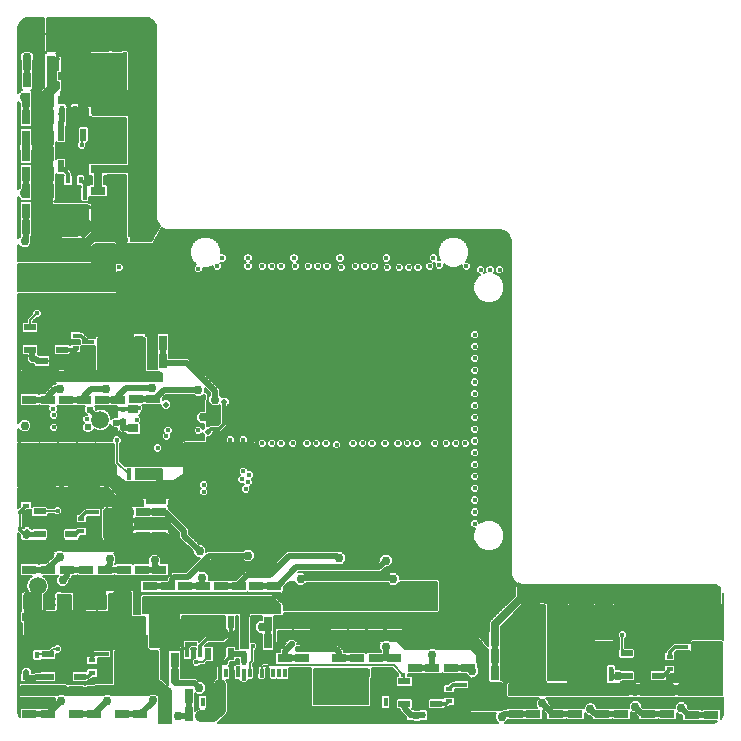
<source format=gbl>
G75*
%MOIN*%
%OFA0B0*%
%FSLAX25Y25*%
%IPPOS*%
%LPD*%
%AMOC8*
5,1,8,0,0,1.08239X$1,22.5*
%
%ADD10R,0.05118X0.02756*%
%ADD11R,0.03937X0.01378*%
%ADD12C,0.00020*%
%ADD13R,0.02756X0.05118*%
%ADD14R,0.03937X0.02165*%
%ADD15R,0.02362X0.01575*%
%ADD16R,0.01181X0.03150*%
%ADD17R,0.01575X0.03150*%
%ADD18R,0.01575X0.02362*%
%ADD19R,0.02165X0.03937*%
%ADD20R,0.01378X0.03937*%
%ADD21C,0.05906*%
%ADD22R,0.01575X0.03937*%
%ADD23R,0.08799X0.06791*%
%ADD24R,0.01575X0.02992*%
%ADD25R,0.03543X0.02756*%
%ADD26R,0.07087X0.07087*%
%ADD27C,0.01969*%
%ADD28C,0.01981*%
%ADD29C,0.02953*%
%ADD30C,0.01181*%
%ADD31C,0.02375*%
%ADD32C,0.00500*%
%ADD33C,0.03937*%
%ADD34C,0.01575*%
%ADD35C,0.00787*%
%ADD36C,0.01587*%
%ADD37C,0.02756*%
%ADD38C,0.02178*%
%ADD39C,0.00600*%
D10*
X0096132Y0115030D03*
X0102431Y0115030D03*
X0102431Y0122904D03*
X0096132Y0122904D03*
X0111486Y0122904D03*
X0117785Y0122904D03*
X0117785Y0115030D03*
X0111486Y0115030D03*
X0126841Y0115030D03*
X0133140Y0115030D03*
X0133140Y0122904D03*
X0126841Y0122904D03*
X0132352Y0138258D03*
X0126447Y0139439D03*
X0126447Y0147313D03*
X0132352Y0146132D03*
X0136289Y0149675D03*
X0142195Y0149675D03*
X0148100Y0149675D03*
X0154006Y0149675D03*
X0159911Y0149675D03*
X0165817Y0149675D03*
X0171722Y0149675D03*
X0177628Y0149675D03*
X0183140Y0153219D03*
X0189045Y0153219D03*
X0194951Y0153219D03*
X0200856Y0153219D03*
X0206762Y0153219D03*
X0212667Y0153219D03*
X0218573Y0153219D03*
X0218573Y0145344D03*
X0217785Y0141407D03*
X0211486Y0141407D03*
X0212667Y0145344D03*
X0206762Y0145344D03*
X0205187Y0141407D03*
X0200856Y0145344D03*
X0199281Y0141407D03*
X0194951Y0145344D03*
X0189045Y0145344D03*
X0187077Y0141407D03*
X0183140Y0145344D03*
X0181171Y0141407D03*
X0181171Y0133533D03*
X0187077Y0133533D03*
X0199281Y0133533D03*
X0205187Y0133533D03*
X0211486Y0133533D03*
X0217785Y0133533D03*
X0224478Y0130384D03*
X0230384Y0130384D03*
X0236683Y0130384D03*
X0242195Y0130384D03*
X0242195Y0138258D03*
X0236683Y0138258D03*
X0230384Y0138258D03*
X0224478Y0138258D03*
X0258337Y0122904D03*
X0263848Y0122904D03*
X0271722Y0122904D03*
X0278022Y0122904D03*
X0278022Y0115030D03*
X0271722Y0115030D03*
X0263848Y0115030D03*
X0258337Y0115030D03*
X0287077Y0115030D03*
X0293376Y0115030D03*
X0293376Y0122904D03*
X0287077Y0122904D03*
X0287470Y0133140D03*
X0287470Y0141014D03*
X0302431Y0122904D03*
X0308730Y0122904D03*
X0308730Y0115030D03*
X0302431Y0115030D03*
X0316998Y0114636D03*
X0323297Y0114636D03*
X0323297Y0122510D03*
X0316998Y0122510D03*
X0177628Y0157549D03*
X0171722Y0157549D03*
X0165817Y0157549D03*
X0159911Y0157549D03*
X0154006Y0157549D03*
X0148100Y0157549D03*
X0142195Y0157549D03*
X0136289Y0157549D03*
X0133533Y0163061D03*
X0127628Y0163061D03*
X0121329Y0163061D03*
X0115030Y0163061D03*
X0108730Y0163061D03*
X0102431Y0163061D03*
X0096132Y0163061D03*
X0096132Y0170935D03*
X0102431Y0170935D03*
X0108730Y0170935D03*
X0115030Y0170935D03*
X0121329Y0170935D03*
X0127628Y0170935D03*
X0133533Y0170935D03*
X0133927Y0174478D03*
X0133927Y0182352D03*
X0139439Y0182352D03*
X0139439Y0174478D03*
X0139439Y0170935D03*
X0139439Y0163061D03*
X0120541Y0147313D03*
X0114636Y0147313D03*
X0114636Y0139439D03*
X0120541Y0139439D03*
X0108730Y0139439D03*
X0102431Y0139439D03*
X0096132Y0139439D03*
X0096132Y0147313D03*
X0102431Y0147313D03*
X0108730Y0147313D03*
X0108730Y0187077D03*
X0102431Y0187470D03*
X0096132Y0187470D03*
X0096132Y0195344D03*
X0096132Y0199281D03*
X0102431Y0199281D03*
X0102431Y0195344D03*
X0108730Y0194951D03*
X0108730Y0199281D03*
X0115030Y0199281D03*
X0115030Y0194951D03*
X0121329Y0194951D03*
X0121329Y0199281D03*
X0121329Y0207156D03*
X0115030Y0207156D03*
X0108730Y0207156D03*
X0102431Y0207156D03*
X0096132Y0207156D03*
X0096132Y0219754D03*
X0102431Y0219754D03*
X0108337Y0219754D03*
X0114242Y0219754D03*
X0120148Y0219754D03*
X0125659Y0219754D03*
X0131565Y0220148D03*
X0137470Y0220148D03*
X0137470Y0228022D03*
X0131565Y0228022D03*
X0125659Y0227628D03*
X0120148Y0227628D03*
X0114242Y0227628D03*
X0108337Y0227628D03*
X0102431Y0227628D03*
X0096132Y0227628D03*
X0096132Y0252037D03*
X0102037Y0252037D03*
X0107943Y0252037D03*
X0113848Y0252037D03*
X0119754Y0252037D03*
X0119754Y0259911D03*
X0113848Y0259911D03*
X0107943Y0259911D03*
X0102037Y0259911D03*
X0096132Y0259911D03*
X0118967Y0281565D03*
X0118967Y0289439D03*
X0118967Y0296526D03*
X0118967Y0304400D03*
X0118967Y0308337D03*
X0118967Y0316211D03*
X0119360Y0319754D03*
X0113848Y0319754D03*
X0108140Y0319754D03*
X0108140Y0327628D03*
X0108927Y0331171D03*
X0113848Y0327628D03*
X0115620Y0331171D03*
X0119360Y0327628D03*
X0115620Y0339045D03*
X0108927Y0339045D03*
X0115030Y0187077D03*
X0121329Y0187077D03*
D11*
X0117195Y0182254D03*
X0117195Y0179695D03*
X0117195Y0177136D03*
X0117195Y0174577D03*
X0128612Y0174577D03*
X0128612Y0177136D03*
X0128612Y0179695D03*
X0128612Y0182254D03*
X0138455Y0146033D03*
X0138455Y0143474D03*
X0138455Y0140915D03*
X0138455Y0138356D03*
X0132156Y0135010D03*
X0132156Y0132451D03*
X0132156Y0129892D03*
X0132156Y0127333D03*
X0120738Y0127333D03*
X0120738Y0129892D03*
X0120738Y0132451D03*
X0120738Y0135010D03*
X0149872Y0138356D03*
X0149872Y0140915D03*
X0149872Y0143474D03*
X0149872Y0146033D03*
X0127037Y0231270D03*
X0127037Y0233829D03*
X0127037Y0236388D03*
X0127037Y0238947D03*
X0115620Y0238947D03*
X0115620Y0236388D03*
X0115620Y0233829D03*
X0115620Y0231270D03*
X0240030Y0124774D03*
X0240030Y0122215D03*
X0240030Y0119656D03*
X0240030Y0117096D03*
X0251447Y0117096D03*
X0251447Y0119656D03*
X0251447Y0122215D03*
X0251447Y0124774D03*
X0313652Y0129695D03*
X0313652Y0132254D03*
X0313652Y0134813D03*
X0313652Y0137372D03*
X0325069Y0137372D03*
X0325069Y0134813D03*
X0325069Y0132254D03*
X0325069Y0129695D03*
D12*
X0323888Y0130384D02*
X0323888Y0131565D01*
X0327037Y0131565D01*
X0327037Y0132943D01*
X0323888Y0132943D01*
X0323888Y0134124D01*
X0327037Y0134124D01*
X0327037Y0135502D01*
X0323888Y0135502D01*
X0323888Y0136683D01*
X0327037Y0136683D01*
X0327037Y0138061D01*
X0317195Y0138061D01*
X0317195Y0129006D01*
X0327037Y0129006D01*
X0327037Y0130384D01*
X0323888Y0130384D01*
X0323888Y0130396D02*
X0317195Y0130396D01*
X0317195Y0130378D02*
X0327037Y0130378D01*
X0327037Y0130360D02*
X0317195Y0130360D01*
X0317195Y0130342D02*
X0327037Y0130342D01*
X0327037Y0130323D02*
X0317195Y0130323D01*
X0317195Y0130305D02*
X0327037Y0130305D01*
X0327037Y0130287D02*
X0317195Y0130287D01*
X0317195Y0130269D02*
X0327037Y0130269D01*
X0327037Y0130251D02*
X0317195Y0130251D01*
X0317195Y0130232D02*
X0327037Y0130232D01*
X0327037Y0130214D02*
X0317195Y0130214D01*
X0317195Y0130196D02*
X0327037Y0130196D01*
X0327037Y0130178D02*
X0317195Y0130178D01*
X0317195Y0130160D02*
X0327037Y0130160D01*
X0327037Y0130142D02*
X0317195Y0130142D01*
X0317195Y0130123D02*
X0327037Y0130123D01*
X0327037Y0130105D02*
X0317195Y0130105D01*
X0317195Y0130087D02*
X0327037Y0130087D01*
X0327037Y0130069D02*
X0317195Y0130069D01*
X0317195Y0130051D02*
X0327037Y0130051D01*
X0327037Y0130032D02*
X0317195Y0130032D01*
X0317195Y0130014D02*
X0327037Y0130014D01*
X0327037Y0129996D02*
X0317195Y0129996D01*
X0317195Y0129978D02*
X0327037Y0129978D01*
X0327037Y0129960D02*
X0317195Y0129960D01*
X0317195Y0129941D02*
X0327037Y0129941D01*
X0327037Y0129923D02*
X0317195Y0129923D01*
X0317195Y0129905D02*
X0327037Y0129905D01*
X0327037Y0129887D02*
X0317195Y0129887D01*
X0317195Y0129869D02*
X0327037Y0129869D01*
X0327037Y0129850D02*
X0317195Y0129850D01*
X0317195Y0129832D02*
X0327037Y0129832D01*
X0327037Y0129814D02*
X0317195Y0129814D01*
X0317195Y0129796D02*
X0327037Y0129796D01*
X0327037Y0129778D02*
X0317195Y0129778D01*
X0317195Y0129759D02*
X0327037Y0129759D01*
X0327037Y0129741D02*
X0317195Y0129741D01*
X0317195Y0129723D02*
X0327037Y0129723D01*
X0327037Y0129705D02*
X0317195Y0129705D01*
X0317195Y0129687D02*
X0327037Y0129687D01*
X0327037Y0129668D02*
X0317195Y0129668D01*
X0317195Y0129650D02*
X0327037Y0129650D01*
X0327037Y0129632D02*
X0317195Y0129632D01*
X0317195Y0129614D02*
X0327037Y0129614D01*
X0327037Y0129596D02*
X0317195Y0129596D01*
X0317195Y0129577D02*
X0327037Y0129577D01*
X0327037Y0129559D02*
X0317195Y0129559D01*
X0317195Y0129541D02*
X0327037Y0129541D01*
X0327037Y0129523D02*
X0317195Y0129523D01*
X0317195Y0129505D02*
X0327037Y0129505D01*
X0327037Y0129486D02*
X0317195Y0129486D01*
X0317195Y0129468D02*
X0327037Y0129468D01*
X0327037Y0129450D02*
X0317195Y0129450D01*
X0317195Y0129432D02*
X0327037Y0129432D01*
X0327037Y0129414D02*
X0317195Y0129414D01*
X0317195Y0129395D02*
X0327037Y0129395D01*
X0327037Y0129377D02*
X0317195Y0129377D01*
X0317195Y0129359D02*
X0327037Y0129359D01*
X0327037Y0129341D02*
X0317195Y0129341D01*
X0317195Y0129323D02*
X0327037Y0129323D01*
X0327037Y0129304D02*
X0317195Y0129304D01*
X0317195Y0129286D02*
X0327037Y0129286D01*
X0327037Y0129268D02*
X0317195Y0129268D01*
X0317195Y0129250D02*
X0327037Y0129250D01*
X0327037Y0129232D02*
X0317195Y0129232D01*
X0317195Y0129213D02*
X0327037Y0129213D01*
X0327037Y0129195D02*
X0317195Y0129195D01*
X0317195Y0129177D02*
X0327037Y0129177D01*
X0327037Y0129159D02*
X0317195Y0129159D01*
X0317195Y0129141D02*
X0327037Y0129141D01*
X0327037Y0129123D02*
X0317195Y0129123D01*
X0317195Y0129104D02*
X0327037Y0129104D01*
X0327037Y0129086D02*
X0317195Y0129086D01*
X0317195Y0129068D02*
X0327037Y0129068D01*
X0327037Y0129050D02*
X0317195Y0129050D01*
X0317195Y0129032D02*
X0327037Y0129032D01*
X0327037Y0129013D02*
X0317195Y0129013D01*
X0317195Y0130414D02*
X0323888Y0130414D01*
X0323888Y0130433D02*
X0317195Y0130433D01*
X0317195Y0130451D02*
X0323888Y0130451D01*
X0323888Y0130469D02*
X0317195Y0130469D01*
X0317195Y0130487D02*
X0323888Y0130487D01*
X0323888Y0130505D02*
X0317195Y0130505D01*
X0317195Y0130524D02*
X0323888Y0130524D01*
X0323888Y0130542D02*
X0317195Y0130542D01*
X0317195Y0130560D02*
X0323888Y0130560D01*
X0323888Y0130578D02*
X0317195Y0130578D01*
X0317195Y0130596D02*
X0323888Y0130596D01*
X0323888Y0130615D02*
X0317195Y0130615D01*
X0317195Y0130633D02*
X0323888Y0130633D01*
X0323888Y0130651D02*
X0317195Y0130651D01*
X0317195Y0130669D02*
X0323888Y0130669D01*
X0323888Y0130687D02*
X0317195Y0130687D01*
X0317195Y0130706D02*
X0323888Y0130706D01*
X0323888Y0130724D02*
X0317195Y0130724D01*
X0317195Y0130742D02*
X0323888Y0130742D01*
X0323888Y0130760D02*
X0317195Y0130760D01*
X0317195Y0130778D02*
X0323888Y0130778D01*
X0323888Y0130797D02*
X0317195Y0130797D01*
X0317195Y0130815D02*
X0323888Y0130815D01*
X0323888Y0130833D02*
X0317195Y0130833D01*
X0317195Y0130851D02*
X0323888Y0130851D01*
X0323888Y0130869D02*
X0317195Y0130869D01*
X0317195Y0130888D02*
X0323888Y0130888D01*
X0323888Y0130906D02*
X0317195Y0130906D01*
X0317195Y0130924D02*
X0323888Y0130924D01*
X0323888Y0130942D02*
X0317195Y0130942D01*
X0317195Y0130960D02*
X0323888Y0130960D01*
X0323888Y0130979D02*
X0317195Y0130979D01*
X0317195Y0130997D02*
X0323888Y0130997D01*
X0323888Y0131015D02*
X0317195Y0131015D01*
X0317195Y0131033D02*
X0323888Y0131033D01*
X0323888Y0131051D02*
X0317195Y0131051D01*
X0317195Y0131070D02*
X0323888Y0131070D01*
X0323888Y0131088D02*
X0317195Y0131088D01*
X0317195Y0131106D02*
X0323888Y0131106D01*
X0323888Y0131124D02*
X0317195Y0131124D01*
X0317195Y0131142D02*
X0323888Y0131142D01*
X0323888Y0131161D02*
X0317195Y0131161D01*
X0317195Y0131179D02*
X0323888Y0131179D01*
X0323888Y0131197D02*
X0317195Y0131197D01*
X0317195Y0131215D02*
X0323888Y0131215D01*
X0323888Y0131233D02*
X0317195Y0131233D01*
X0317195Y0131251D02*
X0323888Y0131251D01*
X0323888Y0131270D02*
X0317195Y0131270D01*
X0317195Y0131288D02*
X0323888Y0131288D01*
X0323888Y0131306D02*
X0317195Y0131306D01*
X0317195Y0131324D02*
X0323888Y0131324D01*
X0323888Y0131342D02*
X0317195Y0131342D01*
X0317195Y0131361D02*
X0323888Y0131361D01*
X0323888Y0131379D02*
X0317195Y0131379D01*
X0317195Y0131397D02*
X0323888Y0131397D01*
X0323888Y0131415D02*
X0317195Y0131415D01*
X0317195Y0131433D02*
X0323888Y0131433D01*
X0323888Y0131452D02*
X0317195Y0131452D01*
X0317195Y0131470D02*
X0323888Y0131470D01*
X0323888Y0131488D02*
X0317195Y0131488D01*
X0317195Y0131506D02*
X0323888Y0131506D01*
X0323888Y0131524D02*
X0317195Y0131524D01*
X0317195Y0131543D02*
X0323888Y0131543D01*
X0323888Y0131561D02*
X0317195Y0131561D01*
X0317195Y0131579D02*
X0327037Y0131579D01*
X0327037Y0131597D02*
X0317195Y0131597D01*
X0317195Y0131615D02*
X0327037Y0131615D01*
X0327037Y0131634D02*
X0317195Y0131634D01*
X0317195Y0131652D02*
X0327037Y0131652D01*
X0327037Y0131670D02*
X0317195Y0131670D01*
X0317195Y0131688D02*
X0327037Y0131688D01*
X0327037Y0131706D02*
X0317195Y0131706D01*
X0317195Y0131725D02*
X0327037Y0131725D01*
X0327037Y0131743D02*
X0317195Y0131743D01*
X0317195Y0131761D02*
X0327037Y0131761D01*
X0327037Y0131779D02*
X0317195Y0131779D01*
X0317195Y0131797D02*
X0327037Y0131797D01*
X0327037Y0131816D02*
X0317195Y0131816D01*
X0317195Y0131834D02*
X0327037Y0131834D01*
X0327037Y0131852D02*
X0317195Y0131852D01*
X0317195Y0131870D02*
X0327037Y0131870D01*
X0327037Y0131888D02*
X0317195Y0131888D01*
X0317195Y0131907D02*
X0327037Y0131907D01*
X0327037Y0131925D02*
X0317195Y0131925D01*
X0317195Y0131943D02*
X0327037Y0131943D01*
X0327037Y0131961D02*
X0317195Y0131961D01*
X0317195Y0131979D02*
X0327037Y0131979D01*
X0327037Y0131998D02*
X0317195Y0131998D01*
X0317195Y0132016D02*
X0327037Y0132016D01*
X0327037Y0132034D02*
X0317195Y0132034D01*
X0317195Y0132052D02*
X0327037Y0132052D01*
X0327037Y0132070D02*
X0317195Y0132070D01*
X0317195Y0132089D02*
X0327037Y0132089D01*
X0327037Y0132107D02*
X0317195Y0132107D01*
X0317195Y0132125D02*
X0327037Y0132125D01*
X0327037Y0132143D02*
X0317195Y0132143D01*
X0317195Y0132161D02*
X0327037Y0132161D01*
X0327037Y0132180D02*
X0317195Y0132180D01*
X0317195Y0132198D02*
X0327037Y0132198D01*
X0327037Y0132216D02*
X0317195Y0132216D01*
X0317195Y0132234D02*
X0327037Y0132234D01*
X0327037Y0132252D02*
X0317195Y0132252D01*
X0317195Y0132270D02*
X0327037Y0132270D01*
X0327037Y0132289D02*
X0317195Y0132289D01*
X0317195Y0132307D02*
X0327037Y0132307D01*
X0327037Y0132325D02*
X0317195Y0132325D01*
X0317195Y0132343D02*
X0327037Y0132343D01*
X0327037Y0132361D02*
X0317195Y0132361D01*
X0317195Y0132380D02*
X0327037Y0132380D01*
X0327037Y0132398D02*
X0317195Y0132398D01*
X0317195Y0132416D02*
X0327037Y0132416D01*
X0327037Y0132434D02*
X0317195Y0132434D01*
X0317195Y0132452D02*
X0327037Y0132452D01*
X0327037Y0132471D02*
X0317195Y0132471D01*
X0317195Y0132489D02*
X0327037Y0132489D01*
X0327037Y0132507D02*
X0317195Y0132507D01*
X0317195Y0132525D02*
X0327037Y0132525D01*
X0327037Y0132543D02*
X0317195Y0132543D01*
X0317195Y0132562D02*
X0327037Y0132562D01*
X0327037Y0132580D02*
X0317195Y0132580D01*
X0317195Y0132598D02*
X0327037Y0132598D01*
X0327037Y0132616D02*
X0317195Y0132616D01*
X0317195Y0132634D02*
X0327037Y0132634D01*
X0327037Y0132653D02*
X0317195Y0132653D01*
X0317195Y0132671D02*
X0327037Y0132671D01*
X0327037Y0132689D02*
X0317195Y0132689D01*
X0317195Y0132707D02*
X0327037Y0132707D01*
X0327037Y0132725D02*
X0317195Y0132725D01*
X0317195Y0132744D02*
X0327037Y0132744D01*
X0327037Y0132762D02*
X0317195Y0132762D01*
X0317195Y0132780D02*
X0327037Y0132780D01*
X0327037Y0132798D02*
X0317195Y0132798D01*
X0317195Y0132816D02*
X0327037Y0132816D01*
X0327037Y0132835D02*
X0317195Y0132835D01*
X0317195Y0132853D02*
X0327037Y0132853D01*
X0327037Y0132871D02*
X0317195Y0132871D01*
X0317195Y0132889D02*
X0327037Y0132889D01*
X0327037Y0132907D02*
X0317195Y0132907D01*
X0317195Y0132926D02*
X0327037Y0132926D01*
X0327037Y0134127D02*
X0317195Y0134127D01*
X0317195Y0134145D02*
X0327037Y0134145D01*
X0327037Y0134163D02*
X0317195Y0134163D01*
X0317195Y0134181D02*
X0327037Y0134181D01*
X0327037Y0134199D02*
X0317195Y0134199D01*
X0317195Y0134217D02*
X0327037Y0134217D01*
X0327037Y0134236D02*
X0317195Y0134236D01*
X0317195Y0134254D02*
X0327037Y0134254D01*
X0327037Y0134272D02*
X0317195Y0134272D01*
X0317195Y0134290D02*
X0327037Y0134290D01*
X0327037Y0134308D02*
X0317195Y0134308D01*
X0317195Y0134327D02*
X0327037Y0134327D01*
X0327037Y0134345D02*
X0317195Y0134345D01*
X0317195Y0134363D02*
X0327037Y0134363D01*
X0327037Y0134381D02*
X0317195Y0134381D01*
X0317195Y0134399D02*
X0327037Y0134399D01*
X0327037Y0134418D02*
X0317195Y0134418D01*
X0317195Y0134436D02*
X0327037Y0134436D01*
X0327037Y0134454D02*
X0317195Y0134454D01*
X0317195Y0134472D02*
X0327037Y0134472D01*
X0327037Y0134490D02*
X0317195Y0134490D01*
X0317195Y0134509D02*
X0327037Y0134509D01*
X0327037Y0134527D02*
X0317195Y0134527D01*
X0317195Y0134545D02*
X0327037Y0134545D01*
X0327037Y0134563D02*
X0317195Y0134563D01*
X0317195Y0134581D02*
X0327037Y0134581D01*
X0327037Y0134600D02*
X0317195Y0134600D01*
X0317195Y0134618D02*
X0327037Y0134618D01*
X0327037Y0134636D02*
X0317195Y0134636D01*
X0317195Y0134654D02*
X0327037Y0134654D01*
X0327037Y0134672D02*
X0317195Y0134672D01*
X0317195Y0134691D02*
X0327037Y0134691D01*
X0327037Y0134709D02*
X0317195Y0134709D01*
X0317195Y0134727D02*
X0327037Y0134727D01*
X0327037Y0134745D02*
X0317195Y0134745D01*
X0317195Y0134763D02*
X0327037Y0134763D01*
X0327037Y0134782D02*
X0317195Y0134782D01*
X0317195Y0134800D02*
X0327037Y0134800D01*
X0327037Y0134818D02*
X0317195Y0134818D01*
X0317195Y0134836D02*
X0327037Y0134836D01*
X0327037Y0134854D02*
X0317195Y0134854D01*
X0317195Y0134873D02*
X0327037Y0134873D01*
X0327037Y0134891D02*
X0317195Y0134891D01*
X0317195Y0134909D02*
X0327037Y0134909D01*
X0327037Y0134927D02*
X0317195Y0134927D01*
X0317195Y0134945D02*
X0327037Y0134945D01*
X0327037Y0134964D02*
X0317195Y0134964D01*
X0317195Y0134982D02*
X0327037Y0134982D01*
X0327037Y0135000D02*
X0317195Y0135000D01*
X0317195Y0135018D02*
X0327037Y0135018D01*
X0327037Y0135036D02*
X0317195Y0135036D01*
X0317195Y0135055D02*
X0327037Y0135055D01*
X0327037Y0135073D02*
X0317195Y0135073D01*
X0317195Y0135091D02*
X0327037Y0135091D01*
X0327037Y0135109D02*
X0317195Y0135109D01*
X0317195Y0135127D02*
X0327037Y0135127D01*
X0327037Y0135146D02*
X0317195Y0135146D01*
X0317195Y0135164D02*
X0327037Y0135164D01*
X0327037Y0135182D02*
X0317195Y0135182D01*
X0317195Y0135200D02*
X0327037Y0135200D01*
X0327037Y0135218D02*
X0317195Y0135218D01*
X0317195Y0135236D02*
X0327037Y0135236D01*
X0327037Y0135255D02*
X0317195Y0135255D01*
X0317195Y0135273D02*
X0327037Y0135273D01*
X0327037Y0135291D02*
X0317195Y0135291D01*
X0317195Y0135309D02*
X0327037Y0135309D01*
X0327037Y0135327D02*
X0317195Y0135327D01*
X0317195Y0135346D02*
X0327037Y0135346D01*
X0327037Y0135364D02*
X0317195Y0135364D01*
X0317195Y0135382D02*
X0327037Y0135382D01*
X0327037Y0135400D02*
X0317195Y0135400D01*
X0317195Y0135418D02*
X0327037Y0135418D01*
X0327037Y0135437D02*
X0317195Y0135437D01*
X0317195Y0135455D02*
X0327037Y0135455D01*
X0327037Y0135473D02*
X0317195Y0135473D01*
X0317195Y0135491D02*
X0327037Y0135491D01*
X0327037Y0136692D02*
X0317195Y0136692D01*
X0317195Y0136674D02*
X0323888Y0136674D01*
X0323888Y0136656D02*
X0317195Y0136656D01*
X0317195Y0136638D02*
X0323888Y0136638D01*
X0323888Y0136619D02*
X0317195Y0136619D01*
X0317195Y0136601D02*
X0323888Y0136601D01*
X0323888Y0136583D02*
X0317195Y0136583D01*
X0317195Y0136565D02*
X0323888Y0136565D01*
X0323888Y0136547D02*
X0317195Y0136547D01*
X0317195Y0136528D02*
X0323888Y0136528D01*
X0323888Y0136510D02*
X0317195Y0136510D01*
X0317195Y0136492D02*
X0323888Y0136492D01*
X0323888Y0136474D02*
X0317195Y0136474D01*
X0317195Y0136456D02*
X0323888Y0136456D01*
X0323888Y0136437D02*
X0317195Y0136437D01*
X0317195Y0136419D02*
X0323888Y0136419D01*
X0323888Y0136401D02*
X0317195Y0136401D01*
X0317195Y0136383D02*
X0323888Y0136383D01*
X0323888Y0136365D02*
X0317195Y0136365D01*
X0317195Y0136346D02*
X0323888Y0136346D01*
X0323888Y0136328D02*
X0317195Y0136328D01*
X0317195Y0136310D02*
X0323888Y0136310D01*
X0323888Y0136292D02*
X0317195Y0136292D01*
X0317195Y0136274D02*
X0323888Y0136274D01*
X0323888Y0136255D02*
X0317195Y0136255D01*
X0317195Y0136237D02*
X0323888Y0136237D01*
X0323888Y0136219D02*
X0317195Y0136219D01*
X0317195Y0136201D02*
X0323888Y0136201D01*
X0323888Y0136183D02*
X0317195Y0136183D01*
X0317195Y0136165D02*
X0323888Y0136165D01*
X0323888Y0136146D02*
X0317195Y0136146D01*
X0317195Y0136128D02*
X0323888Y0136128D01*
X0323888Y0136110D02*
X0317195Y0136110D01*
X0317195Y0136092D02*
X0323888Y0136092D01*
X0323888Y0136074D02*
X0317195Y0136074D01*
X0317195Y0136055D02*
X0323888Y0136055D01*
X0323888Y0136037D02*
X0317195Y0136037D01*
X0317195Y0136019D02*
X0323888Y0136019D01*
X0323888Y0136001D02*
X0317195Y0136001D01*
X0317195Y0135983D02*
X0323888Y0135983D01*
X0323888Y0135964D02*
X0317195Y0135964D01*
X0317195Y0135946D02*
X0323888Y0135946D01*
X0323888Y0135928D02*
X0317195Y0135928D01*
X0317195Y0135910D02*
X0323888Y0135910D01*
X0323888Y0135892D02*
X0317195Y0135892D01*
X0317195Y0135873D02*
X0323888Y0135873D01*
X0323888Y0135855D02*
X0317195Y0135855D01*
X0317195Y0135837D02*
X0323888Y0135837D01*
X0323888Y0135819D02*
X0317195Y0135819D01*
X0317195Y0135801D02*
X0323888Y0135801D01*
X0323888Y0135782D02*
X0317195Y0135782D01*
X0317195Y0135764D02*
X0323888Y0135764D01*
X0323888Y0135746D02*
X0317195Y0135746D01*
X0317195Y0135728D02*
X0323888Y0135728D01*
X0323888Y0135710D02*
X0317195Y0135710D01*
X0317195Y0135691D02*
X0323888Y0135691D01*
X0323888Y0135673D02*
X0317195Y0135673D01*
X0317195Y0135655D02*
X0323888Y0135655D01*
X0323888Y0135637D02*
X0317195Y0135637D01*
X0317195Y0135619D02*
X0323888Y0135619D01*
X0323888Y0135600D02*
X0317195Y0135600D01*
X0317195Y0135582D02*
X0323888Y0135582D01*
X0323888Y0135564D02*
X0317195Y0135564D01*
X0317195Y0135546D02*
X0323888Y0135546D01*
X0323888Y0135528D02*
X0317195Y0135528D01*
X0317195Y0135509D02*
X0323888Y0135509D01*
X0323888Y0134108D02*
X0317195Y0134108D01*
X0317195Y0134090D02*
X0323888Y0134090D01*
X0323888Y0134072D02*
X0317195Y0134072D01*
X0317195Y0134054D02*
X0323888Y0134054D01*
X0323888Y0134036D02*
X0317195Y0134036D01*
X0317195Y0134017D02*
X0323888Y0134017D01*
X0323888Y0133999D02*
X0317195Y0133999D01*
X0317195Y0133981D02*
X0323888Y0133981D01*
X0323888Y0133963D02*
X0317195Y0133963D01*
X0317195Y0133945D02*
X0323888Y0133945D01*
X0323888Y0133926D02*
X0317195Y0133926D01*
X0317195Y0133908D02*
X0323888Y0133908D01*
X0323888Y0133890D02*
X0317195Y0133890D01*
X0317195Y0133872D02*
X0323888Y0133872D01*
X0323888Y0133854D02*
X0317195Y0133854D01*
X0317195Y0133835D02*
X0323888Y0133835D01*
X0323888Y0133817D02*
X0317195Y0133817D01*
X0317195Y0133799D02*
X0323888Y0133799D01*
X0323888Y0133781D02*
X0317195Y0133781D01*
X0317195Y0133763D02*
X0323888Y0133763D01*
X0323888Y0133744D02*
X0317195Y0133744D01*
X0317195Y0133726D02*
X0323888Y0133726D01*
X0323888Y0133708D02*
X0317195Y0133708D01*
X0317195Y0133690D02*
X0323888Y0133690D01*
X0323888Y0133672D02*
X0317195Y0133672D01*
X0317195Y0133653D02*
X0323888Y0133653D01*
X0323888Y0133635D02*
X0317195Y0133635D01*
X0317195Y0133617D02*
X0323888Y0133617D01*
X0323888Y0133599D02*
X0317195Y0133599D01*
X0317195Y0133581D02*
X0323888Y0133581D01*
X0323888Y0133562D02*
X0317195Y0133562D01*
X0317195Y0133544D02*
X0323888Y0133544D01*
X0323888Y0133526D02*
X0317195Y0133526D01*
X0317195Y0133508D02*
X0323888Y0133508D01*
X0323888Y0133490D02*
X0317195Y0133490D01*
X0317195Y0133471D02*
X0323888Y0133471D01*
X0323888Y0133453D02*
X0317195Y0133453D01*
X0317195Y0133435D02*
X0323888Y0133435D01*
X0323888Y0133417D02*
X0317195Y0133417D01*
X0317195Y0133399D02*
X0323888Y0133399D01*
X0323888Y0133380D02*
X0317195Y0133380D01*
X0317195Y0133362D02*
X0323888Y0133362D01*
X0323888Y0133344D02*
X0317195Y0133344D01*
X0317195Y0133326D02*
X0323888Y0133326D01*
X0323888Y0133308D02*
X0317195Y0133308D01*
X0317195Y0133289D02*
X0323888Y0133289D01*
X0323888Y0133271D02*
X0317195Y0133271D01*
X0317195Y0133253D02*
X0323888Y0133253D01*
X0323888Y0133235D02*
X0317195Y0133235D01*
X0317195Y0133217D02*
X0323888Y0133217D01*
X0323888Y0133198D02*
X0317195Y0133198D01*
X0317195Y0133180D02*
X0323888Y0133180D01*
X0323888Y0133162D02*
X0317195Y0133162D01*
X0317195Y0133144D02*
X0323888Y0133144D01*
X0323888Y0133126D02*
X0317195Y0133126D01*
X0317195Y0133108D02*
X0323888Y0133108D01*
X0323888Y0133089D02*
X0317195Y0133089D01*
X0317195Y0133071D02*
X0323888Y0133071D01*
X0323888Y0133053D02*
X0317195Y0133053D01*
X0317195Y0133035D02*
X0323888Y0133035D01*
X0323888Y0133017D02*
X0317195Y0133017D01*
X0317195Y0132998D02*
X0323888Y0132998D01*
X0323888Y0132980D02*
X0317195Y0132980D01*
X0317195Y0132962D02*
X0323888Y0132962D01*
X0323888Y0132944D02*
X0317195Y0132944D01*
X0315620Y0132944D02*
X0313652Y0132944D01*
X0313652Y0132943D02*
X0311683Y0132943D01*
X0311683Y0131565D01*
X0313652Y0131565D01*
X0313652Y0130384D01*
X0311683Y0130384D01*
X0311683Y0129006D01*
X0315620Y0129006D01*
X0315620Y0135502D01*
X0311683Y0135502D01*
X0311683Y0134124D01*
X0313652Y0134124D01*
X0313652Y0132943D01*
X0313652Y0132962D02*
X0315620Y0132962D01*
X0315620Y0132980D02*
X0313652Y0132980D01*
X0313652Y0132998D02*
X0315620Y0132998D01*
X0315620Y0133017D02*
X0313652Y0133017D01*
X0313652Y0133035D02*
X0315620Y0133035D01*
X0315620Y0133053D02*
X0313652Y0133053D01*
X0313652Y0133071D02*
X0315620Y0133071D01*
X0315620Y0133089D02*
X0313652Y0133089D01*
X0313652Y0133108D02*
X0315620Y0133108D01*
X0315620Y0133126D02*
X0313652Y0133126D01*
X0313652Y0133144D02*
X0315620Y0133144D01*
X0315620Y0133162D02*
X0313652Y0133162D01*
X0313652Y0133180D02*
X0315620Y0133180D01*
X0315620Y0133198D02*
X0313652Y0133198D01*
X0313652Y0133217D02*
X0315620Y0133217D01*
X0315620Y0133235D02*
X0313652Y0133235D01*
X0313652Y0133253D02*
X0315620Y0133253D01*
X0315620Y0133271D02*
X0313652Y0133271D01*
X0313652Y0133289D02*
X0315620Y0133289D01*
X0315620Y0133308D02*
X0313652Y0133308D01*
X0313652Y0133326D02*
X0315620Y0133326D01*
X0315620Y0133344D02*
X0313652Y0133344D01*
X0313652Y0133362D02*
X0315620Y0133362D01*
X0315620Y0133380D02*
X0313652Y0133380D01*
X0313652Y0133399D02*
X0315620Y0133399D01*
X0315620Y0133417D02*
X0313652Y0133417D01*
X0313652Y0133435D02*
X0315620Y0133435D01*
X0315620Y0133453D02*
X0313652Y0133453D01*
X0313652Y0133471D02*
X0315620Y0133471D01*
X0315620Y0133490D02*
X0313652Y0133490D01*
X0313652Y0133508D02*
X0315620Y0133508D01*
X0315620Y0133526D02*
X0313652Y0133526D01*
X0313652Y0133544D02*
X0315620Y0133544D01*
X0315620Y0133562D02*
X0313652Y0133562D01*
X0313652Y0133581D02*
X0315620Y0133581D01*
X0315620Y0133599D02*
X0313652Y0133599D01*
X0313652Y0133617D02*
X0315620Y0133617D01*
X0315620Y0133635D02*
X0313652Y0133635D01*
X0313652Y0133653D02*
X0315620Y0133653D01*
X0315620Y0133672D02*
X0313652Y0133672D01*
X0313652Y0133690D02*
X0315620Y0133690D01*
X0315620Y0133708D02*
X0313652Y0133708D01*
X0313652Y0133726D02*
X0315620Y0133726D01*
X0315620Y0133744D02*
X0313652Y0133744D01*
X0313652Y0133763D02*
X0315620Y0133763D01*
X0315620Y0133781D02*
X0313652Y0133781D01*
X0313652Y0133799D02*
X0315620Y0133799D01*
X0315620Y0133817D02*
X0313652Y0133817D01*
X0313652Y0133835D02*
X0315620Y0133835D01*
X0315620Y0133854D02*
X0313652Y0133854D01*
X0313652Y0133872D02*
X0315620Y0133872D01*
X0315620Y0133890D02*
X0313652Y0133890D01*
X0313652Y0133908D02*
X0315620Y0133908D01*
X0315620Y0133926D02*
X0313652Y0133926D01*
X0313652Y0133945D02*
X0315620Y0133945D01*
X0315620Y0133963D02*
X0313652Y0133963D01*
X0313652Y0133981D02*
X0315620Y0133981D01*
X0315620Y0133999D02*
X0313652Y0133999D01*
X0313652Y0134017D02*
X0315620Y0134017D01*
X0315620Y0134036D02*
X0313652Y0134036D01*
X0313652Y0134054D02*
X0315620Y0134054D01*
X0315620Y0134072D02*
X0313652Y0134072D01*
X0313652Y0134090D02*
X0315620Y0134090D01*
X0315620Y0134108D02*
X0313652Y0134108D01*
X0315620Y0134127D02*
X0311683Y0134127D01*
X0311683Y0134145D02*
X0315620Y0134145D01*
X0315620Y0134163D02*
X0311683Y0134163D01*
X0311683Y0134181D02*
X0315620Y0134181D01*
X0315620Y0134199D02*
X0311683Y0134199D01*
X0311683Y0134217D02*
X0315620Y0134217D01*
X0315620Y0134236D02*
X0311683Y0134236D01*
X0311683Y0134254D02*
X0315620Y0134254D01*
X0315620Y0134272D02*
X0311683Y0134272D01*
X0311683Y0134290D02*
X0315620Y0134290D01*
X0315620Y0134308D02*
X0311683Y0134308D01*
X0311683Y0134327D02*
X0315620Y0134327D01*
X0315620Y0134345D02*
X0311683Y0134345D01*
X0311683Y0134363D02*
X0315620Y0134363D01*
X0315620Y0134381D02*
X0311683Y0134381D01*
X0311683Y0134399D02*
X0315620Y0134399D01*
X0315620Y0134418D02*
X0311683Y0134418D01*
X0311683Y0134436D02*
X0315620Y0134436D01*
X0315620Y0134454D02*
X0311683Y0134454D01*
X0311683Y0134472D02*
X0315620Y0134472D01*
X0315620Y0134490D02*
X0311683Y0134490D01*
X0311683Y0134509D02*
X0315620Y0134509D01*
X0315620Y0134527D02*
X0311683Y0134527D01*
X0311683Y0134545D02*
X0315620Y0134545D01*
X0315620Y0134563D02*
X0311683Y0134563D01*
X0311683Y0134581D02*
X0315620Y0134581D01*
X0315620Y0134600D02*
X0311683Y0134600D01*
X0311683Y0134618D02*
X0315620Y0134618D01*
X0315620Y0134636D02*
X0311683Y0134636D01*
X0311683Y0134654D02*
X0315620Y0134654D01*
X0315620Y0134672D02*
X0311683Y0134672D01*
X0311683Y0134691D02*
X0315620Y0134691D01*
X0315620Y0134709D02*
X0311683Y0134709D01*
X0311683Y0134727D02*
X0315620Y0134727D01*
X0315620Y0134745D02*
X0311683Y0134745D01*
X0311683Y0134763D02*
X0315620Y0134763D01*
X0315620Y0134782D02*
X0311683Y0134782D01*
X0311683Y0134800D02*
X0315620Y0134800D01*
X0315620Y0134818D02*
X0311683Y0134818D01*
X0311683Y0134836D02*
X0315620Y0134836D01*
X0315620Y0134854D02*
X0311683Y0134854D01*
X0311683Y0134873D02*
X0315620Y0134873D01*
X0315620Y0134891D02*
X0311683Y0134891D01*
X0311683Y0134909D02*
X0315620Y0134909D01*
X0315620Y0134927D02*
X0311683Y0134927D01*
X0311683Y0134945D02*
X0315620Y0134945D01*
X0315620Y0134964D02*
X0311683Y0134964D01*
X0311683Y0134982D02*
X0315620Y0134982D01*
X0315620Y0135000D02*
X0311683Y0135000D01*
X0311683Y0135018D02*
X0315620Y0135018D01*
X0315620Y0135036D02*
X0311683Y0135036D01*
X0311683Y0135055D02*
X0315620Y0135055D01*
X0315620Y0135073D02*
X0311683Y0135073D01*
X0311683Y0135091D02*
X0315620Y0135091D01*
X0315620Y0135109D02*
X0311683Y0135109D01*
X0311683Y0135127D02*
X0315620Y0135127D01*
X0315620Y0135146D02*
X0311683Y0135146D01*
X0311683Y0135164D02*
X0315620Y0135164D01*
X0315620Y0135182D02*
X0311683Y0135182D01*
X0311683Y0135200D02*
X0315620Y0135200D01*
X0315620Y0135218D02*
X0311683Y0135218D01*
X0311683Y0135236D02*
X0315620Y0135236D01*
X0315620Y0135255D02*
X0311683Y0135255D01*
X0311683Y0135273D02*
X0315620Y0135273D01*
X0315620Y0135291D02*
X0311683Y0135291D01*
X0311683Y0135309D02*
X0315620Y0135309D01*
X0315620Y0135327D02*
X0311683Y0135327D01*
X0311683Y0135346D02*
X0315620Y0135346D01*
X0315620Y0135364D02*
X0311683Y0135364D01*
X0311683Y0135382D02*
X0315620Y0135382D01*
X0315620Y0135400D02*
X0311683Y0135400D01*
X0311683Y0135418D02*
X0315620Y0135418D01*
X0315620Y0135437D02*
X0311683Y0135437D01*
X0311683Y0135455D02*
X0315620Y0135455D01*
X0315620Y0135473D02*
X0311683Y0135473D01*
X0311683Y0135491D02*
X0315620Y0135491D01*
X0317195Y0136710D02*
X0327037Y0136710D01*
X0327037Y0136729D02*
X0317195Y0136729D01*
X0317195Y0136747D02*
X0327037Y0136747D01*
X0327037Y0136765D02*
X0317195Y0136765D01*
X0317195Y0136783D02*
X0327037Y0136783D01*
X0327037Y0136801D02*
X0317195Y0136801D01*
X0317195Y0136820D02*
X0327037Y0136820D01*
X0327037Y0136838D02*
X0317195Y0136838D01*
X0317195Y0136856D02*
X0327037Y0136856D01*
X0327037Y0136874D02*
X0317195Y0136874D01*
X0317195Y0136892D02*
X0327037Y0136892D01*
X0327037Y0136911D02*
X0317195Y0136911D01*
X0317195Y0136929D02*
X0327037Y0136929D01*
X0327037Y0136947D02*
X0317195Y0136947D01*
X0317195Y0136965D02*
X0327037Y0136965D01*
X0327037Y0136983D02*
X0317195Y0136983D01*
X0317195Y0137002D02*
X0327037Y0137002D01*
X0327037Y0137020D02*
X0317195Y0137020D01*
X0317195Y0137038D02*
X0327037Y0137038D01*
X0327037Y0137056D02*
X0317195Y0137056D01*
X0317195Y0137074D02*
X0327037Y0137074D01*
X0327037Y0137093D02*
X0317195Y0137093D01*
X0317195Y0137111D02*
X0327037Y0137111D01*
X0327037Y0137129D02*
X0317195Y0137129D01*
X0317195Y0137147D02*
X0327037Y0137147D01*
X0327037Y0137165D02*
X0317195Y0137165D01*
X0317195Y0137184D02*
X0327037Y0137184D01*
X0327037Y0137202D02*
X0317195Y0137202D01*
X0317195Y0137220D02*
X0327037Y0137220D01*
X0327037Y0137238D02*
X0317195Y0137238D01*
X0317195Y0137256D02*
X0327037Y0137256D01*
X0327037Y0137274D02*
X0317195Y0137274D01*
X0317195Y0137293D02*
X0327037Y0137293D01*
X0327037Y0137311D02*
X0317195Y0137311D01*
X0317195Y0137329D02*
X0327037Y0137329D01*
X0327037Y0137347D02*
X0317195Y0137347D01*
X0317195Y0137365D02*
X0327037Y0137365D01*
X0327037Y0137384D02*
X0317195Y0137384D01*
X0317195Y0137402D02*
X0327037Y0137402D01*
X0327037Y0137420D02*
X0317195Y0137420D01*
X0317195Y0137438D02*
X0327037Y0137438D01*
X0327037Y0137456D02*
X0317195Y0137456D01*
X0317195Y0137475D02*
X0327037Y0137475D01*
X0327037Y0137493D02*
X0317195Y0137493D01*
X0317195Y0137511D02*
X0327037Y0137511D01*
X0327037Y0137529D02*
X0317195Y0137529D01*
X0317195Y0137547D02*
X0327037Y0137547D01*
X0327037Y0137566D02*
X0317195Y0137566D01*
X0317195Y0137584D02*
X0327037Y0137584D01*
X0327037Y0137602D02*
X0317195Y0137602D01*
X0317195Y0137620D02*
X0327037Y0137620D01*
X0327037Y0137638D02*
X0317195Y0137638D01*
X0317195Y0137657D02*
X0327037Y0137657D01*
X0327037Y0137675D02*
X0317195Y0137675D01*
X0317195Y0137693D02*
X0327037Y0137693D01*
X0327037Y0137711D02*
X0317195Y0137711D01*
X0317195Y0137729D02*
X0327037Y0137729D01*
X0327037Y0137748D02*
X0317195Y0137748D01*
X0317195Y0137766D02*
X0327037Y0137766D01*
X0327037Y0137784D02*
X0317195Y0137784D01*
X0317195Y0137802D02*
X0327037Y0137802D01*
X0327037Y0137820D02*
X0317195Y0137820D01*
X0317195Y0137839D02*
X0327037Y0137839D01*
X0327037Y0137857D02*
X0317195Y0137857D01*
X0317195Y0137875D02*
X0327037Y0137875D01*
X0327037Y0137893D02*
X0317195Y0137893D01*
X0317195Y0137911D02*
X0327037Y0137911D01*
X0327037Y0137930D02*
X0317195Y0137930D01*
X0317195Y0137948D02*
X0327037Y0137948D01*
X0327037Y0137966D02*
X0317195Y0137966D01*
X0317195Y0137984D02*
X0327037Y0137984D01*
X0327037Y0138002D02*
X0317195Y0138002D01*
X0317195Y0138021D02*
X0327037Y0138021D01*
X0327037Y0138039D02*
X0317195Y0138039D01*
X0317195Y0138057D02*
X0327037Y0138057D01*
X0315620Y0132926D02*
X0311683Y0132926D01*
X0311683Y0132907D02*
X0315620Y0132907D01*
X0315620Y0132889D02*
X0311683Y0132889D01*
X0311683Y0132871D02*
X0315620Y0132871D01*
X0315620Y0132853D02*
X0311683Y0132853D01*
X0311683Y0132835D02*
X0315620Y0132835D01*
X0315620Y0132816D02*
X0311683Y0132816D01*
X0311683Y0132798D02*
X0315620Y0132798D01*
X0315620Y0132780D02*
X0311683Y0132780D01*
X0311683Y0132762D02*
X0315620Y0132762D01*
X0315620Y0132744D02*
X0311683Y0132744D01*
X0311683Y0132725D02*
X0315620Y0132725D01*
X0315620Y0132707D02*
X0311683Y0132707D01*
X0311683Y0132689D02*
X0315620Y0132689D01*
X0315620Y0132671D02*
X0311683Y0132671D01*
X0311683Y0132653D02*
X0315620Y0132653D01*
X0315620Y0132634D02*
X0311683Y0132634D01*
X0311683Y0132616D02*
X0315620Y0132616D01*
X0315620Y0132598D02*
X0311683Y0132598D01*
X0311683Y0132580D02*
X0315620Y0132580D01*
X0315620Y0132562D02*
X0311683Y0132562D01*
X0311683Y0132543D02*
X0315620Y0132543D01*
X0315620Y0132525D02*
X0311683Y0132525D01*
X0311683Y0132507D02*
X0315620Y0132507D01*
X0315620Y0132489D02*
X0311683Y0132489D01*
X0311683Y0132471D02*
X0315620Y0132471D01*
X0315620Y0132452D02*
X0311683Y0132452D01*
X0311683Y0132434D02*
X0315620Y0132434D01*
X0315620Y0132416D02*
X0311683Y0132416D01*
X0311683Y0132398D02*
X0315620Y0132398D01*
X0315620Y0132380D02*
X0311683Y0132380D01*
X0311683Y0132361D02*
X0315620Y0132361D01*
X0315620Y0132343D02*
X0311683Y0132343D01*
X0311683Y0132325D02*
X0315620Y0132325D01*
X0315620Y0132307D02*
X0311683Y0132307D01*
X0311683Y0132289D02*
X0315620Y0132289D01*
X0315620Y0132270D02*
X0311683Y0132270D01*
X0311683Y0132252D02*
X0315620Y0132252D01*
X0315620Y0132234D02*
X0311683Y0132234D01*
X0311683Y0132216D02*
X0315620Y0132216D01*
X0315620Y0132198D02*
X0311683Y0132198D01*
X0311683Y0132180D02*
X0315620Y0132180D01*
X0315620Y0132161D02*
X0311683Y0132161D01*
X0311683Y0132143D02*
X0315620Y0132143D01*
X0315620Y0132125D02*
X0311683Y0132125D01*
X0311683Y0132107D02*
X0315620Y0132107D01*
X0315620Y0132089D02*
X0311683Y0132089D01*
X0311683Y0132070D02*
X0315620Y0132070D01*
X0315620Y0132052D02*
X0311683Y0132052D01*
X0311683Y0132034D02*
X0315620Y0132034D01*
X0315620Y0132016D02*
X0311683Y0132016D01*
X0311683Y0131998D02*
X0315620Y0131998D01*
X0315620Y0131979D02*
X0311683Y0131979D01*
X0311683Y0131961D02*
X0315620Y0131961D01*
X0315620Y0131943D02*
X0311683Y0131943D01*
X0311683Y0131925D02*
X0315620Y0131925D01*
X0315620Y0131907D02*
X0311683Y0131907D01*
X0311683Y0131888D02*
X0315620Y0131888D01*
X0315620Y0131870D02*
X0311683Y0131870D01*
X0311683Y0131852D02*
X0315620Y0131852D01*
X0315620Y0131834D02*
X0311683Y0131834D01*
X0311683Y0131816D02*
X0315620Y0131816D01*
X0315620Y0131797D02*
X0311683Y0131797D01*
X0311683Y0131779D02*
X0315620Y0131779D01*
X0315620Y0131761D02*
X0311683Y0131761D01*
X0311683Y0131743D02*
X0315620Y0131743D01*
X0315620Y0131725D02*
X0311683Y0131725D01*
X0311683Y0131706D02*
X0315620Y0131706D01*
X0315620Y0131688D02*
X0311683Y0131688D01*
X0311683Y0131670D02*
X0315620Y0131670D01*
X0315620Y0131652D02*
X0311683Y0131652D01*
X0311683Y0131634D02*
X0315620Y0131634D01*
X0315620Y0131615D02*
X0311683Y0131615D01*
X0311683Y0131597D02*
X0315620Y0131597D01*
X0315620Y0131579D02*
X0311683Y0131579D01*
X0311683Y0130378D02*
X0315620Y0130378D01*
X0315620Y0130360D02*
X0311683Y0130360D01*
X0311683Y0130342D02*
X0315620Y0130342D01*
X0315620Y0130323D02*
X0311683Y0130323D01*
X0311683Y0130305D02*
X0315620Y0130305D01*
X0315620Y0130287D02*
X0311683Y0130287D01*
X0311683Y0130269D02*
X0315620Y0130269D01*
X0315620Y0130251D02*
X0311683Y0130251D01*
X0311683Y0130232D02*
X0315620Y0130232D01*
X0315620Y0130214D02*
X0311683Y0130214D01*
X0311683Y0130196D02*
X0315620Y0130196D01*
X0315620Y0130178D02*
X0311683Y0130178D01*
X0311683Y0130160D02*
X0315620Y0130160D01*
X0315620Y0130142D02*
X0311683Y0130142D01*
X0311683Y0130123D02*
X0315620Y0130123D01*
X0315620Y0130105D02*
X0311683Y0130105D01*
X0311683Y0130087D02*
X0315620Y0130087D01*
X0315620Y0130069D02*
X0311683Y0130069D01*
X0311683Y0130051D02*
X0315620Y0130051D01*
X0315620Y0130032D02*
X0311683Y0130032D01*
X0311683Y0130014D02*
X0315620Y0130014D01*
X0315620Y0129996D02*
X0311683Y0129996D01*
X0311683Y0129978D02*
X0315620Y0129978D01*
X0315620Y0129960D02*
X0311683Y0129960D01*
X0311683Y0129941D02*
X0315620Y0129941D01*
X0315620Y0129923D02*
X0311683Y0129923D01*
X0311683Y0129905D02*
X0315620Y0129905D01*
X0315620Y0129887D02*
X0311683Y0129887D01*
X0311683Y0129869D02*
X0315620Y0129869D01*
X0315620Y0129850D02*
X0311683Y0129850D01*
X0311683Y0129832D02*
X0315620Y0129832D01*
X0315620Y0129814D02*
X0311683Y0129814D01*
X0311683Y0129796D02*
X0315620Y0129796D01*
X0315620Y0129778D02*
X0311683Y0129778D01*
X0311683Y0129759D02*
X0315620Y0129759D01*
X0315620Y0129741D02*
X0311683Y0129741D01*
X0311683Y0129723D02*
X0315620Y0129723D01*
X0315620Y0129705D02*
X0311683Y0129705D01*
X0311683Y0129687D02*
X0315620Y0129687D01*
X0315620Y0129668D02*
X0311683Y0129668D01*
X0311683Y0129650D02*
X0315620Y0129650D01*
X0315620Y0129632D02*
X0311683Y0129632D01*
X0311683Y0129614D02*
X0315620Y0129614D01*
X0315620Y0129596D02*
X0311683Y0129596D01*
X0311683Y0129577D02*
X0315620Y0129577D01*
X0315620Y0129559D02*
X0311683Y0129559D01*
X0311683Y0129541D02*
X0315620Y0129541D01*
X0315620Y0129523D02*
X0311683Y0129523D01*
X0311683Y0129505D02*
X0315620Y0129505D01*
X0315620Y0129486D02*
X0311683Y0129486D01*
X0311683Y0129468D02*
X0315620Y0129468D01*
X0315620Y0129450D02*
X0311683Y0129450D01*
X0311683Y0129432D02*
X0315620Y0129432D01*
X0315620Y0129414D02*
X0311683Y0129414D01*
X0311683Y0129395D02*
X0315620Y0129395D01*
X0315620Y0129377D02*
X0311683Y0129377D01*
X0311683Y0129359D02*
X0315620Y0129359D01*
X0315620Y0129341D02*
X0311683Y0129341D01*
X0311683Y0129323D02*
X0315620Y0129323D01*
X0315620Y0129304D02*
X0311683Y0129304D01*
X0311683Y0129286D02*
X0315620Y0129286D01*
X0315620Y0129268D02*
X0311683Y0129268D01*
X0311683Y0129250D02*
X0315620Y0129250D01*
X0315620Y0129232D02*
X0311683Y0129232D01*
X0311683Y0129213D02*
X0315620Y0129213D01*
X0315620Y0129195D02*
X0311683Y0129195D01*
X0311683Y0129177D02*
X0315620Y0129177D01*
X0315620Y0129159D02*
X0311683Y0129159D01*
X0311683Y0129141D02*
X0315620Y0129141D01*
X0315620Y0129123D02*
X0311683Y0129123D01*
X0311683Y0129104D02*
X0315620Y0129104D01*
X0315620Y0129086D02*
X0311683Y0129086D01*
X0311683Y0129068D02*
X0315620Y0129068D01*
X0315620Y0129050D02*
X0311683Y0129050D01*
X0311683Y0129032D02*
X0315620Y0129032D01*
X0315620Y0129013D02*
X0311683Y0129013D01*
X0313652Y0130396D02*
X0315620Y0130396D01*
X0315620Y0130414D02*
X0313652Y0130414D01*
X0313652Y0130433D02*
X0315620Y0130433D01*
X0315620Y0130451D02*
X0313652Y0130451D01*
X0313652Y0130469D02*
X0315620Y0130469D01*
X0315620Y0130487D02*
X0313652Y0130487D01*
X0313652Y0130505D02*
X0315620Y0130505D01*
X0315620Y0130524D02*
X0313652Y0130524D01*
X0313652Y0130542D02*
X0315620Y0130542D01*
X0315620Y0130560D02*
X0313652Y0130560D01*
X0313652Y0130578D02*
X0315620Y0130578D01*
X0315620Y0130596D02*
X0313652Y0130596D01*
X0313652Y0130615D02*
X0315620Y0130615D01*
X0315620Y0130633D02*
X0313652Y0130633D01*
X0313652Y0130651D02*
X0315620Y0130651D01*
X0315620Y0130669D02*
X0313652Y0130669D01*
X0313652Y0130687D02*
X0315620Y0130687D01*
X0315620Y0130706D02*
X0313652Y0130706D01*
X0313652Y0130724D02*
X0315620Y0130724D01*
X0315620Y0130742D02*
X0313652Y0130742D01*
X0313652Y0130760D02*
X0315620Y0130760D01*
X0315620Y0130778D02*
X0313652Y0130778D01*
X0313652Y0130797D02*
X0315620Y0130797D01*
X0315620Y0130815D02*
X0313652Y0130815D01*
X0313652Y0130833D02*
X0315620Y0130833D01*
X0315620Y0130851D02*
X0313652Y0130851D01*
X0313652Y0130869D02*
X0315620Y0130869D01*
X0315620Y0130888D02*
X0313652Y0130888D01*
X0313652Y0130906D02*
X0315620Y0130906D01*
X0315620Y0130924D02*
X0313652Y0130924D01*
X0313652Y0130942D02*
X0315620Y0130942D01*
X0315620Y0130960D02*
X0313652Y0130960D01*
X0313652Y0130979D02*
X0315620Y0130979D01*
X0315620Y0130997D02*
X0313652Y0130997D01*
X0313652Y0131015D02*
X0315620Y0131015D01*
X0315620Y0131033D02*
X0313652Y0131033D01*
X0313652Y0131051D02*
X0315620Y0131051D01*
X0315620Y0131070D02*
X0313652Y0131070D01*
X0313652Y0131088D02*
X0315620Y0131088D01*
X0315620Y0131106D02*
X0313652Y0131106D01*
X0313652Y0131124D02*
X0315620Y0131124D01*
X0315620Y0131142D02*
X0313652Y0131142D01*
X0313652Y0131161D02*
X0315620Y0131161D01*
X0315620Y0131179D02*
X0313652Y0131179D01*
X0313652Y0131197D02*
X0315620Y0131197D01*
X0315620Y0131215D02*
X0313652Y0131215D01*
X0313652Y0131233D02*
X0315620Y0131233D01*
X0315620Y0131251D02*
X0313652Y0131251D01*
X0313652Y0131270D02*
X0315620Y0131270D01*
X0315620Y0131288D02*
X0313652Y0131288D01*
X0313652Y0131306D02*
X0315620Y0131306D01*
X0315620Y0131324D02*
X0313652Y0131324D01*
X0313652Y0131342D02*
X0315620Y0131342D01*
X0315620Y0131361D02*
X0313652Y0131361D01*
X0313652Y0131379D02*
X0315620Y0131379D01*
X0315620Y0131397D02*
X0313652Y0131397D01*
X0313652Y0131415D02*
X0315620Y0131415D01*
X0315620Y0131433D02*
X0313652Y0131433D01*
X0313652Y0131452D02*
X0315620Y0131452D01*
X0315620Y0131470D02*
X0313652Y0131470D01*
X0313652Y0131488D02*
X0315620Y0131488D01*
X0315620Y0131506D02*
X0313652Y0131506D01*
X0313652Y0131524D02*
X0315620Y0131524D01*
X0315620Y0131543D02*
X0313652Y0131543D01*
X0313652Y0131561D02*
X0315620Y0131561D01*
X0253415Y0125463D02*
X0243573Y0125463D01*
X0243573Y0116407D01*
X0253415Y0116407D01*
X0253415Y0117785D01*
X0250266Y0117785D01*
X0250266Y0118967D01*
X0253415Y0118967D01*
X0253415Y0120344D01*
X0250266Y0120344D01*
X0250266Y0121526D01*
X0253415Y0121526D01*
X0253415Y0122904D01*
X0250266Y0122904D01*
X0250266Y0124085D01*
X0253415Y0124085D01*
X0253415Y0125463D01*
X0253415Y0125447D02*
X0243573Y0125447D01*
X0243573Y0125429D02*
X0253415Y0125429D01*
X0253415Y0125410D02*
X0243573Y0125410D01*
X0243573Y0125392D02*
X0253415Y0125392D01*
X0253415Y0125374D02*
X0243573Y0125374D01*
X0243573Y0125356D02*
X0253415Y0125356D01*
X0253415Y0125338D02*
X0243573Y0125338D01*
X0243573Y0125319D02*
X0253415Y0125319D01*
X0253415Y0125301D02*
X0243573Y0125301D01*
X0243573Y0125283D02*
X0253415Y0125283D01*
X0253415Y0125265D02*
X0243573Y0125265D01*
X0243573Y0125247D02*
X0253415Y0125247D01*
X0253415Y0125228D02*
X0243573Y0125228D01*
X0243573Y0125210D02*
X0253415Y0125210D01*
X0253415Y0125192D02*
X0243573Y0125192D01*
X0243573Y0125174D02*
X0253415Y0125174D01*
X0253415Y0125156D02*
X0243573Y0125156D01*
X0243573Y0125138D02*
X0253415Y0125138D01*
X0253415Y0125119D02*
X0243573Y0125119D01*
X0243573Y0125101D02*
X0253415Y0125101D01*
X0253415Y0125083D02*
X0243573Y0125083D01*
X0243573Y0125065D02*
X0253415Y0125065D01*
X0253415Y0125047D02*
X0243573Y0125047D01*
X0243573Y0125028D02*
X0253415Y0125028D01*
X0253415Y0125010D02*
X0243573Y0125010D01*
X0243573Y0124992D02*
X0253415Y0124992D01*
X0253415Y0124974D02*
X0243573Y0124974D01*
X0243573Y0124956D02*
X0253415Y0124956D01*
X0253415Y0124937D02*
X0243573Y0124937D01*
X0243573Y0124919D02*
X0253415Y0124919D01*
X0253415Y0124901D02*
X0243573Y0124901D01*
X0243573Y0124883D02*
X0253415Y0124883D01*
X0253415Y0124865D02*
X0243573Y0124865D01*
X0243573Y0124846D02*
X0253415Y0124846D01*
X0253415Y0124828D02*
X0243573Y0124828D01*
X0243573Y0124810D02*
X0253415Y0124810D01*
X0253415Y0124792D02*
X0243573Y0124792D01*
X0243573Y0124774D02*
X0253415Y0124774D01*
X0253415Y0124755D02*
X0243573Y0124755D01*
X0243573Y0124737D02*
X0253415Y0124737D01*
X0253415Y0124719D02*
X0243573Y0124719D01*
X0243573Y0124701D02*
X0253415Y0124701D01*
X0253415Y0124683D02*
X0243573Y0124683D01*
X0243573Y0124664D02*
X0253415Y0124664D01*
X0253415Y0124646D02*
X0243573Y0124646D01*
X0243573Y0124628D02*
X0253415Y0124628D01*
X0253415Y0124610D02*
X0243573Y0124610D01*
X0243573Y0124592D02*
X0253415Y0124592D01*
X0253415Y0124573D02*
X0243573Y0124573D01*
X0243573Y0124555D02*
X0253415Y0124555D01*
X0253415Y0124537D02*
X0243573Y0124537D01*
X0243573Y0124519D02*
X0253415Y0124519D01*
X0253415Y0124501D02*
X0243573Y0124501D01*
X0243573Y0124482D02*
X0253415Y0124482D01*
X0253415Y0124464D02*
X0243573Y0124464D01*
X0243573Y0124446D02*
X0253415Y0124446D01*
X0253415Y0124428D02*
X0243573Y0124428D01*
X0243573Y0124410D02*
X0253415Y0124410D01*
X0253415Y0124391D02*
X0243573Y0124391D01*
X0243573Y0124373D02*
X0253415Y0124373D01*
X0253415Y0124355D02*
X0243573Y0124355D01*
X0243573Y0124337D02*
X0253415Y0124337D01*
X0253415Y0124319D02*
X0243573Y0124319D01*
X0243573Y0124300D02*
X0253415Y0124300D01*
X0253415Y0124282D02*
X0243573Y0124282D01*
X0243573Y0124264D02*
X0253415Y0124264D01*
X0253415Y0124246D02*
X0243573Y0124246D01*
X0243573Y0124228D02*
X0253415Y0124228D01*
X0253415Y0124209D02*
X0243573Y0124209D01*
X0243573Y0124191D02*
X0253415Y0124191D01*
X0253415Y0124173D02*
X0243573Y0124173D01*
X0243573Y0124155D02*
X0253415Y0124155D01*
X0253415Y0124137D02*
X0243573Y0124137D01*
X0243573Y0124119D02*
X0253415Y0124119D01*
X0253415Y0124100D02*
X0243573Y0124100D01*
X0243573Y0124082D02*
X0250266Y0124082D01*
X0250266Y0124064D02*
X0243573Y0124064D01*
X0243573Y0124046D02*
X0250266Y0124046D01*
X0250266Y0124028D02*
X0243573Y0124028D01*
X0243573Y0124009D02*
X0250266Y0124009D01*
X0250266Y0123991D02*
X0243573Y0123991D01*
X0243573Y0123973D02*
X0250266Y0123973D01*
X0250266Y0123955D02*
X0243573Y0123955D01*
X0243573Y0123937D02*
X0250266Y0123937D01*
X0250266Y0123918D02*
X0243573Y0123918D01*
X0243573Y0123900D02*
X0250266Y0123900D01*
X0250266Y0123882D02*
X0243573Y0123882D01*
X0243573Y0123864D02*
X0250266Y0123864D01*
X0250266Y0123846D02*
X0243573Y0123846D01*
X0243573Y0123827D02*
X0250266Y0123827D01*
X0250266Y0123809D02*
X0243573Y0123809D01*
X0243573Y0123791D02*
X0250266Y0123791D01*
X0250266Y0123773D02*
X0243573Y0123773D01*
X0243573Y0123755D02*
X0250266Y0123755D01*
X0250266Y0123736D02*
X0243573Y0123736D01*
X0243573Y0123718D02*
X0250266Y0123718D01*
X0250266Y0123700D02*
X0243573Y0123700D01*
X0243573Y0123682D02*
X0250266Y0123682D01*
X0250266Y0123664D02*
X0243573Y0123664D01*
X0243573Y0123645D02*
X0250266Y0123645D01*
X0250266Y0123627D02*
X0243573Y0123627D01*
X0243573Y0123609D02*
X0250266Y0123609D01*
X0250266Y0123591D02*
X0243573Y0123591D01*
X0243573Y0123573D02*
X0250266Y0123573D01*
X0250266Y0123554D02*
X0243573Y0123554D01*
X0243573Y0123536D02*
X0250266Y0123536D01*
X0250266Y0123518D02*
X0243573Y0123518D01*
X0243573Y0123500D02*
X0250266Y0123500D01*
X0250266Y0123482D02*
X0243573Y0123482D01*
X0243573Y0123463D02*
X0250266Y0123463D01*
X0250266Y0123445D02*
X0243573Y0123445D01*
X0243573Y0123427D02*
X0250266Y0123427D01*
X0250266Y0123409D02*
X0243573Y0123409D01*
X0243573Y0123391D02*
X0250266Y0123391D01*
X0250266Y0123372D02*
X0243573Y0123372D01*
X0243573Y0123354D02*
X0250266Y0123354D01*
X0250266Y0123336D02*
X0243573Y0123336D01*
X0243573Y0123318D02*
X0250266Y0123318D01*
X0250266Y0123300D02*
X0243573Y0123300D01*
X0243573Y0123281D02*
X0250266Y0123281D01*
X0250266Y0123263D02*
X0243573Y0123263D01*
X0243573Y0123245D02*
X0250266Y0123245D01*
X0250266Y0123227D02*
X0243573Y0123227D01*
X0243573Y0123209D02*
X0250266Y0123209D01*
X0250266Y0123191D02*
X0243573Y0123191D01*
X0243573Y0123172D02*
X0250266Y0123172D01*
X0250266Y0123154D02*
X0243573Y0123154D01*
X0243573Y0123136D02*
X0250266Y0123136D01*
X0250266Y0123118D02*
X0243573Y0123118D01*
X0243573Y0123100D02*
X0250266Y0123100D01*
X0250266Y0123081D02*
X0243573Y0123081D01*
X0243573Y0123063D02*
X0250266Y0123063D01*
X0250266Y0123045D02*
X0243573Y0123045D01*
X0243573Y0123027D02*
X0250266Y0123027D01*
X0250266Y0123009D02*
X0243573Y0123009D01*
X0243573Y0122990D02*
X0250266Y0122990D01*
X0250266Y0122972D02*
X0243573Y0122972D01*
X0243573Y0122954D02*
X0250266Y0122954D01*
X0250266Y0122936D02*
X0243573Y0122936D01*
X0243573Y0122918D02*
X0250266Y0122918D01*
X0250266Y0121516D02*
X0243573Y0121516D01*
X0243573Y0121498D02*
X0250266Y0121498D01*
X0250266Y0121480D02*
X0243573Y0121480D01*
X0243573Y0121462D02*
X0250266Y0121462D01*
X0250266Y0121444D02*
X0243573Y0121444D01*
X0243573Y0121425D02*
X0250266Y0121425D01*
X0250266Y0121407D02*
X0243573Y0121407D01*
X0243573Y0121389D02*
X0250266Y0121389D01*
X0250266Y0121371D02*
X0243573Y0121371D01*
X0243573Y0121353D02*
X0250266Y0121353D01*
X0250266Y0121334D02*
X0243573Y0121334D01*
X0243573Y0121316D02*
X0250266Y0121316D01*
X0250266Y0121298D02*
X0243573Y0121298D01*
X0243573Y0121280D02*
X0250266Y0121280D01*
X0250266Y0121262D02*
X0243573Y0121262D01*
X0243573Y0121243D02*
X0250266Y0121243D01*
X0250266Y0121225D02*
X0243573Y0121225D01*
X0243573Y0121207D02*
X0250266Y0121207D01*
X0250266Y0121189D02*
X0243573Y0121189D01*
X0243573Y0121171D02*
X0250266Y0121171D01*
X0250266Y0121153D02*
X0243573Y0121153D01*
X0243573Y0121134D02*
X0250266Y0121134D01*
X0250266Y0121116D02*
X0243573Y0121116D01*
X0243573Y0121098D02*
X0250266Y0121098D01*
X0250266Y0121080D02*
X0243573Y0121080D01*
X0243573Y0121062D02*
X0250266Y0121062D01*
X0250266Y0121043D02*
X0243573Y0121043D01*
X0243573Y0121025D02*
X0250266Y0121025D01*
X0250266Y0121007D02*
X0243573Y0121007D01*
X0243573Y0120989D02*
X0250266Y0120989D01*
X0250266Y0120971D02*
X0243573Y0120971D01*
X0243573Y0120952D02*
X0250266Y0120952D01*
X0250266Y0120934D02*
X0243573Y0120934D01*
X0243573Y0120916D02*
X0250266Y0120916D01*
X0250266Y0120898D02*
X0243573Y0120898D01*
X0243573Y0120880D02*
X0250266Y0120880D01*
X0250266Y0120861D02*
X0243573Y0120861D01*
X0243573Y0120843D02*
X0250266Y0120843D01*
X0250266Y0120825D02*
X0243573Y0120825D01*
X0243573Y0120807D02*
X0250266Y0120807D01*
X0250266Y0120789D02*
X0243573Y0120789D01*
X0243573Y0120770D02*
X0250266Y0120770D01*
X0250266Y0120752D02*
X0243573Y0120752D01*
X0243573Y0120734D02*
X0250266Y0120734D01*
X0250266Y0120716D02*
X0243573Y0120716D01*
X0243573Y0120698D02*
X0250266Y0120698D01*
X0250266Y0120679D02*
X0243573Y0120679D01*
X0243573Y0120661D02*
X0250266Y0120661D01*
X0250266Y0120643D02*
X0243573Y0120643D01*
X0243573Y0120625D02*
X0250266Y0120625D01*
X0250266Y0120607D02*
X0243573Y0120607D01*
X0243573Y0120588D02*
X0250266Y0120588D01*
X0250266Y0120570D02*
X0243573Y0120570D01*
X0243573Y0120552D02*
X0250266Y0120552D01*
X0250266Y0120534D02*
X0243573Y0120534D01*
X0243573Y0120516D02*
X0250266Y0120516D01*
X0250266Y0120497D02*
X0243573Y0120497D01*
X0243573Y0120479D02*
X0250266Y0120479D01*
X0250266Y0120461D02*
X0243573Y0120461D01*
X0243573Y0120443D02*
X0250266Y0120443D01*
X0250266Y0120425D02*
X0243573Y0120425D01*
X0243573Y0120406D02*
X0250266Y0120406D01*
X0250266Y0120388D02*
X0243573Y0120388D01*
X0243573Y0120370D02*
X0250266Y0120370D01*
X0250266Y0120352D02*
X0243573Y0120352D01*
X0243573Y0120334D02*
X0253415Y0120334D01*
X0253415Y0120315D02*
X0243573Y0120315D01*
X0243573Y0120297D02*
X0253415Y0120297D01*
X0253415Y0120279D02*
X0243573Y0120279D01*
X0243573Y0120261D02*
X0253415Y0120261D01*
X0253415Y0120243D02*
X0243573Y0120243D01*
X0243573Y0120224D02*
X0253415Y0120224D01*
X0253415Y0120206D02*
X0243573Y0120206D01*
X0243573Y0120188D02*
X0253415Y0120188D01*
X0253415Y0120170D02*
X0243573Y0120170D01*
X0243573Y0120152D02*
X0253415Y0120152D01*
X0253415Y0120134D02*
X0243573Y0120134D01*
X0243573Y0120115D02*
X0253415Y0120115D01*
X0253415Y0120097D02*
X0243573Y0120097D01*
X0243573Y0120079D02*
X0253415Y0120079D01*
X0253415Y0120061D02*
X0243573Y0120061D01*
X0243573Y0120043D02*
X0253415Y0120043D01*
X0253415Y0120024D02*
X0243573Y0120024D01*
X0243573Y0120006D02*
X0253415Y0120006D01*
X0253415Y0119988D02*
X0243573Y0119988D01*
X0243573Y0119970D02*
X0253415Y0119970D01*
X0253415Y0119952D02*
X0243573Y0119952D01*
X0243573Y0119933D02*
X0253415Y0119933D01*
X0253415Y0119915D02*
X0243573Y0119915D01*
X0243573Y0119897D02*
X0253415Y0119897D01*
X0253415Y0119879D02*
X0243573Y0119879D01*
X0243573Y0119861D02*
X0253415Y0119861D01*
X0253415Y0119842D02*
X0243573Y0119842D01*
X0243573Y0119824D02*
X0253415Y0119824D01*
X0253415Y0119806D02*
X0243573Y0119806D01*
X0243573Y0119788D02*
X0253415Y0119788D01*
X0253415Y0119770D02*
X0243573Y0119770D01*
X0243573Y0119751D02*
X0253415Y0119751D01*
X0253415Y0119733D02*
X0243573Y0119733D01*
X0243573Y0119715D02*
X0253415Y0119715D01*
X0253415Y0119697D02*
X0243573Y0119697D01*
X0243573Y0119679D02*
X0253415Y0119679D01*
X0253415Y0119660D02*
X0243573Y0119660D01*
X0243573Y0119642D02*
X0253415Y0119642D01*
X0253415Y0119624D02*
X0243573Y0119624D01*
X0243573Y0119606D02*
X0253415Y0119606D01*
X0253415Y0119588D02*
X0243573Y0119588D01*
X0243573Y0119569D02*
X0253415Y0119569D01*
X0253415Y0119551D02*
X0243573Y0119551D01*
X0243573Y0119533D02*
X0253415Y0119533D01*
X0253415Y0119515D02*
X0243573Y0119515D01*
X0243573Y0119497D02*
X0253415Y0119497D01*
X0253415Y0119478D02*
X0243573Y0119478D01*
X0243573Y0119460D02*
X0253415Y0119460D01*
X0253415Y0119442D02*
X0243573Y0119442D01*
X0243573Y0119424D02*
X0253415Y0119424D01*
X0253415Y0119406D02*
X0243573Y0119406D01*
X0243573Y0119387D02*
X0253415Y0119387D01*
X0253415Y0119369D02*
X0243573Y0119369D01*
X0243573Y0119351D02*
X0253415Y0119351D01*
X0253415Y0119333D02*
X0243573Y0119333D01*
X0243573Y0119315D02*
X0253415Y0119315D01*
X0253415Y0119296D02*
X0243573Y0119296D01*
X0243573Y0119278D02*
X0253415Y0119278D01*
X0253415Y0119260D02*
X0243573Y0119260D01*
X0243573Y0119242D02*
X0253415Y0119242D01*
X0253415Y0119224D02*
X0243573Y0119224D01*
X0243573Y0119205D02*
X0253415Y0119205D01*
X0253415Y0119187D02*
X0243573Y0119187D01*
X0243573Y0119169D02*
X0253415Y0119169D01*
X0253415Y0119151D02*
X0243573Y0119151D01*
X0243573Y0119133D02*
X0253415Y0119133D01*
X0253415Y0119115D02*
X0243573Y0119115D01*
X0243573Y0119096D02*
X0253415Y0119096D01*
X0253415Y0119078D02*
X0243573Y0119078D01*
X0243573Y0119060D02*
X0253415Y0119060D01*
X0253415Y0119042D02*
X0243573Y0119042D01*
X0243573Y0119024D02*
X0253415Y0119024D01*
X0253415Y0119005D02*
X0243573Y0119005D01*
X0243573Y0118987D02*
X0253415Y0118987D01*
X0253415Y0118969D02*
X0243573Y0118969D01*
X0243573Y0118951D02*
X0250266Y0118951D01*
X0250266Y0118933D02*
X0243573Y0118933D01*
X0243573Y0118914D02*
X0250266Y0118914D01*
X0250266Y0118896D02*
X0243573Y0118896D01*
X0243573Y0118878D02*
X0250266Y0118878D01*
X0250266Y0118860D02*
X0243573Y0118860D01*
X0243573Y0118842D02*
X0250266Y0118842D01*
X0250266Y0118823D02*
X0243573Y0118823D01*
X0243573Y0118805D02*
X0250266Y0118805D01*
X0250266Y0118787D02*
X0243573Y0118787D01*
X0243573Y0118769D02*
X0250266Y0118769D01*
X0250266Y0118751D02*
X0243573Y0118751D01*
X0243573Y0118732D02*
X0250266Y0118732D01*
X0250266Y0118714D02*
X0243573Y0118714D01*
X0243573Y0118696D02*
X0250266Y0118696D01*
X0250266Y0118678D02*
X0243573Y0118678D01*
X0243573Y0118660D02*
X0250266Y0118660D01*
X0250266Y0118641D02*
X0243573Y0118641D01*
X0243573Y0118623D02*
X0250266Y0118623D01*
X0250266Y0118605D02*
X0243573Y0118605D01*
X0243573Y0118587D02*
X0250266Y0118587D01*
X0250266Y0118569D02*
X0243573Y0118569D01*
X0243573Y0118550D02*
X0250266Y0118550D01*
X0250266Y0118532D02*
X0243573Y0118532D01*
X0243573Y0118514D02*
X0250266Y0118514D01*
X0250266Y0118496D02*
X0243573Y0118496D01*
X0243573Y0118478D02*
X0250266Y0118478D01*
X0250266Y0118459D02*
X0243573Y0118459D01*
X0243573Y0118441D02*
X0250266Y0118441D01*
X0250266Y0118423D02*
X0243573Y0118423D01*
X0243573Y0118405D02*
X0250266Y0118405D01*
X0250266Y0118387D02*
X0243573Y0118387D01*
X0243573Y0118368D02*
X0250266Y0118368D01*
X0250266Y0118350D02*
X0243573Y0118350D01*
X0243573Y0118332D02*
X0250266Y0118332D01*
X0250266Y0118314D02*
X0243573Y0118314D01*
X0243573Y0118296D02*
X0250266Y0118296D01*
X0250266Y0118277D02*
X0243573Y0118277D01*
X0243573Y0118259D02*
X0250266Y0118259D01*
X0250266Y0118241D02*
X0243573Y0118241D01*
X0243573Y0118223D02*
X0250266Y0118223D01*
X0250266Y0118205D02*
X0243573Y0118205D01*
X0243573Y0118187D02*
X0250266Y0118187D01*
X0250266Y0118168D02*
X0243573Y0118168D01*
X0243573Y0118150D02*
X0250266Y0118150D01*
X0250266Y0118132D02*
X0243573Y0118132D01*
X0243573Y0118114D02*
X0250266Y0118114D01*
X0250266Y0118096D02*
X0243573Y0118096D01*
X0243573Y0118077D02*
X0250266Y0118077D01*
X0250266Y0118059D02*
X0243573Y0118059D01*
X0243573Y0118041D02*
X0250266Y0118041D01*
X0250266Y0118023D02*
X0243573Y0118023D01*
X0243573Y0118005D02*
X0250266Y0118005D01*
X0250266Y0117986D02*
X0243573Y0117986D01*
X0243573Y0117968D02*
X0250266Y0117968D01*
X0250266Y0117950D02*
X0243573Y0117950D01*
X0243573Y0117932D02*
X0250266Y0117932D01*
X0250266Y0117914D02*
X0243573Y0117914D01*
X0243573Y0117895D02*
X0250266Y0117895D01*
X0250266Y0117877D02*
X0243573Y0117877D01*
X0243573Y0117859D02*
X0250266Y0117859D01*
X0250266Y0117841D02*
X0243573Y0117841D01*
X0243573Y0117823D02*
X0250266Y0117823D01*
X0250266Y0117804D02*
X0243573Y0117804D01*
X0243573Y0117786D02*
X0250266Y0117786D01*
X0253415Y0117768D02*
X0243573Y0117768D01*
X0243573Y0117750D02*
X0253415Y0117750D01*
X0253415Y0117732D02*
X0243573Y0117732D01*
X0243573Y0117713D02*
X0253415Y0117713D01*
X0253415Y0117695D02*
X0243573Y0117695D01*
X0243573Y0117677D02*
X0253415Y0117677D01*
X0253415Y0117659D02*
X0243573Y0117659D01*
X0243573Y0117641D02*
X0253415Y0117641D01*
X0253415Y0117622D02*
X0243573Y0117622D01*
X0243573Y0117604D02*
X0253415Y0117604D01*
X0253415Y0117586D02*
X0243573Y0117586D01*
X0243573Y0117568D02*
X0253415Y0117568D01*
X0253415Y0117550D02*
X0243573Y0117550D01*
X0243573Y0117531D02*
X0253415Y0117531D01*
X0253415Y0117513D02*
X0243573Y0117513D01*
X0243573Y0117495D02*
X0253415Y0117495D01*
X0253415Y0117477D02*
X0243573Y0117477D01*
X0243573Y0117459D02*
X0253415Y0117459D01*
X0253415Y0117440D02*
X0243573Y0117440D01*
X0243573Y0117422D02*
X0253415Y0117422D01*
X0253415Y0117404D02*
X0243573Y0117404D01*
X0243573Y0117386D02*
X0253415Y0117386D01*
X0253415Y0117368D02*
X0243573Y0117368D01*
X0243573Y0117349D02*
X0253415Y0117349D01*
X0253415Y0117331D02*
X0243573Y0117331D01*
X0243573Y0117313D02*
X0253415Y0117313D01*
X0253415Y0117295D02*
X0243573Y0117295D01*
X0243573Y0117277D02*
X0253415Y0117277D01*
X0253415Y0117258D02*
X0243573Y0117258D01*
X0243573Y0117240D02*
X0253415Y0117240D01*
X0253415Y0117222D02*
X0243573Y0117222D01*
X0243573Y0117204D02*
X0253415Y0117204D01*
X0253415Y0117186D02*
X0243573Y0117186D01*
X0243573Y0117168D02*
X0253415Y0117168D01*
X0253415Y0117149D02*
X0243573Y0117149D01*
X0243573Y0117131D02*
X0253415Y0117131D01*
X0253415Y0117113D02*
X0243573Y0117113D01*
X0243573Y0117095D02*
X0253415Y0117095D01*
X0253415Y0117077D02*
X0243573Y0117077D01*
X0243573Y0117058D02*
X0253415Y0117058D01*
X0253415Y0117040D02*
X0243573Y0117040D01*
X0243573Y0117022D02*
X0253415Y0117022D01*
X0253415Y0117004D02*
X0243573Y0117004D01*
X0243573Y0116986D02*
X0253415Y0116986D01*
X0253415Y0116967D02*
X0243573Y0116967D01*
X0243573Y0116949D02*
X0253415Y0116949D01*
X0253415Y0116931D02*
X0243573Y0116931D01*
X0243573Y0116913D02*
X0253415Y0116913D01*
X0253415Y0116895D02*
X0243573Y0116895D01*
X0243573Y0116876D02*
X0253415Y0116876D01*
X0253415Y0116858D02*
X0243573Y0116858D01*
X0243573Y0116840D02*
X0253415Y0116840D01*
X0253415Y0116822D02*
X0243573Y0116822D01*
X0243573Y0116804D02*
X0253415Y0116804D01*
X0253415Y0116785D02*
X0243573Y0116785D01*
X0243573Y0116767D02*
X0253415Y0116767D01*
X0253415Y0116749D02*
X0243573Y0116749D01*
X0243573Y0116731D02*
X0253415Y0116731D01*
X0253415Y0116713D02*
X0243573Y0116713D01*
X0243573Y0116694D02*
X0253415Y0116694D01*
X0253415Y0116676D02*
X0243573Y0116676D01*
X0243573Y0116658D02*
X0253415Y0116658D01*
X0253415Y0116640D02*
X0243573Y0116640D01*
X0243573Y0116622D02*
X0253415Y0116622D01*
X0253415Y0116603D02*
X0243573Y0116603D01*
X0243573Y0116585D02*
X0253415Y0116585D01*
X0253415Y0116567D02*
X0243573Y0116567D01*
X0243573Y0116549D02*
X0253415Y0116549D01*
X0253415Y0116531D02*
X0243573Y0116531D01*
X0243573Y0116512D02*
X0253415Y0116512D01*
X0253415Y0116494D02*
X0243573Y0116494D01*
X0243573Y0116476D02*
X0253415Y0116476D01*
X0253415Y0116458D02*
X0243573Y0116458D01*
X0243573Y0116440D02*
X0253415Y0116440D01*
X0253415Y0116421D02*
X0243573Y0116421D01*
X0241998Y0116421D02*
X0238061Y0116421D01*
X0238061Y0116407D02*
X0241998Y0116407D01*
X0241998Y0122904D01*
X0238061Y0122904D01*
X0238061Y0121526D01*
X0240030Y0121526D01*
X0240030Y0120344D01*
X0238061Y0120344D01*
X0238061Y0118967D01*
X0240030Y0118967D01*
X0240030Y0117785D01*
X0238061Y0117785D01*
X0238061Y0116407D01*
X0238061Y0116440D02*
X0241998Y0116440D01*
X0241998Y0116458D02*
X0238061Y0116458D01*
X0238061Y0116476D02*
X0241998Y0116476D01*
X0241998Y0116494D02*
X0238061Y0116494D01*
X0238061Y0116512D02*
X0241998Y0116512D01*
X0241998Y0116531D02*
X0238061Y0116531D01*
X0238061Y0116549D02*
X0241998Y0116549D01*
X0241998Y0116567D02*
X0238061Y0116567D01*
X0238061Y0116585D02*
X0241998Y0116585D01*
X0241998Y0116603D02*
X0238061Y0116603D01*
X0238061Y0116622D02*
X0241998Y0116622D01*
X0241998Y0116640D02*
X0238061Y0116640D01*
X0238061Y0116658D02*
X0241998Y0116658D01*
X0241998Y0116676D02*
X0238061Y0116676D01*
X0238061Y0116694D02*
X0241998Y0116694D01*
X0241998Y0116713D02*
X0238061Y0116713D01*
X0238061Y0116731D02*
X0241998Y0116731D01*
X0241998Y0116749D02*
X0238061Y0116749D01*
X0238061Y0116767D02*
X0241998Y0116767D01*
X0241998Y0116785D02*
X0238061Y0116785D01*
X0238061Y0116804D02*
X0241998Y0116804D01*
X0241998Y0116822D02*
X0238061Y0116822D01*
X0238061Y0116840D02*
X0241998Y0116840D01*
X0241998Y0116858D02*
X0238061Y0116858D01*
X0238061Y0116876D02*
X0241998Y0116876D01*
X0241998Y0116895D02*
X0238061Y0116895D01*
X0238061Y0116913D02*
X0241998Y0116913D01*
X0241998Y0116931D02*
X0238061Y0116931D01*
X0238061Y0116949D02*
X0241998Y0116949D01*
X0241998Y0116967D02*
X0238061Y0116967D01*
X0238061Y0116986D02*
X0241998Y0116986D01*
X0241998Y0117004D02*
X0238061Y0117004D01*
X0238061Y0117022D02*
X0241998Y0117022D01*
X0241998Y0117040D02*
X0238061Y0117040D01*
X0238061Y0117058D02*
X0241998Y0117058D01*
X0241998Y0117077D02*
X0238061Y0117077D01*
X0238061Y0117095D02*
X0241998Y0117095D01*
X0241998Y0117113D02*
X0238061Y0117113D01*
X0238061Y0117131D02*
X0241998Y0117131D01*
X0241998Y0117149D02*
X0238061Y0117149D01*
X0238061Y0117168D02*
X0241998Y0117168D01*
X0241998Y0117186D02*
X0238061Y0117186D01*
X0238061Y0117204D02*
X0241998Y0117204D01*
X0241998Y0117222D02*
X0238061Y0117222D01*
X0238061Y0117240D02*
X0241998Y0117240D01*
X0241998Y0117258D02*
X0238061Y0117258D01*
X0238061Y0117277D02*
X0241998Y0117277D01*
X0241998Y0117295D02*
X0238061Y0117295D01*
X0238061Y0117313D02*
X0241998Y0117313D01*
X0241998Y0117331D02*
X0238061Y0117331D01*
X0238061Y0117349D02*
X0241998Y0117349D01*
X0241998Y0117368D02*
X0238061Y0117368D01*
X0238061Y0117386D02*
X0241998Y0117386D01*
X0241998Y0117404D02*
X0238061Y0117404D01*
X0238061Y0117422D02*
X0241998Y0117422D01*
X0241998Y0117440D02*
X0238061Y0117440D01*
X0238061Y0117459D02*
X0241998Y0117459D01*
X0241998Y0117477D02*
X0238061Y0117477D01*
X0238061Y0117495D02*
X0241998Y0117495D01*
X0241998Y0117513D02*
X0238061Y0117513D01*
X0238061Y0117531D02*
X0241998Y0117531D01*
X0241998Y0117550D02*
X0238061Y0117550D01*
X0238061Y0117568D02*
X0241998Y0117568D01*
X0241998Y0117586D02*
X0238061Y0117586D01*
X0238061Y0117604D02*
X0241998Y0117604D01*
X0241998Y0117622D02*
X0238061Y0117622D01*
X0238061Y0117641D02*
X0241998Y0117641D01*
X0241998Y0117659D02*
X0238061Y0117659D01*
X0238061Y0117677D02*
X0241998Y0117677D01*
X0241998Y0117695D02*
X0238061Y0117695D01*
X0238061Y0117713D02*
X0241998Y0117713D01*
X0241998Y0117732D02*
X0238061Y0117732D01*
X0238061Y0117750D02*
X0241998Y0117750D01*
X0241998Y0117768D02*
X0238061Y0117768D01*
X0238061Y0118969D02*
X0241998Y0118969D01*
X0241998Y0118987D02*
X0238061Y0118987D01*
X0238061Y0119005D02*
X0241998Y0119005D01*
X0241998Y0119024D02*
X0238061Y0119024D01*
X0238061Y0119042D02*
X0241998Y0119042D01*
X0241998Y0119060D02*
X0238061Y0119060D01*
X0238061Y0119078D02*
X0241998Y0119078D01*
X0241998Y0119096D02*
X0238061Y0119096D01*
X0238061Y0119115D02*
X0241998Y0119115D01*
X0241998Y0119133D02*
X0238061Y0119133D01*
X0238061Y0119151D02*
X0241998Y0119151D01*
X0241998Y0119169D02*
X0238061Y0119169D01*
X0238061Y0119187D02*
X0241998Y0119187D01*
X0241998Y0119205D02*
X0238061Y0119205D01*
X0238061Y0119224D02*
X0241998Y0119224D01*
X0241998Y0119242D02*
X0238061Y0119242D01*
X0238061Y0119260D02*
X0241998Y0119260D01*
X0241998Y0119278D02*
X0238061Y0119278D01*
X0238061Y0119296D02*
X0241998Y0119296D01*
X0241998Y0119315D02*
X0238061Y0119315D01*
X0238061Y0119333D02*
X0241998Y0119333D01*
X0241998Y0119351D02*
X0238061Y0119351D01*
X0238061Y0119369D02*
X0241998Y0119369D01*
X0241998Y0119387D02*
X0238061Y0119387D01*
X0238061Y0119406D02*
X0241998Y0119406D01*
X0241998Y0119424D02*
X0238061Y0119424D01*
X0238061Y0119442D02*
X0241998Y0119442D01*
X0241998Y0119460D02*
X0238061Y0119460D01*
X0238061Y0119478D02*
X0241998Y0119478D01*
X0241998Y0119497D02*
X0238061Y0119497D01*
X0238061Y0119515D02*
X0241998Y0119515D01*
X0241998Y0119533D02*
X0238061Y0119533D01*
X0238061Y0119551D02*
X0241998Y0119551D01*
X0241998Y0119569D02*
X0238061Y0119569D01*
X0238061Y0119588D02*
X0241998Y0119588D01*
X0241998Y0119606D02*
X0238061Y0119606D01*
X0238061Y0119624D02*
X0241998Y0119624D01*
X0241998Y0119642D02*
X0238061Y0119642D01*
X0238061Y0119660D02*
X0241998Y0119660D01*
X0241998Y0119679D02*
X0238061Y0119679D01*
X0238061Y0119697D02*
X0241998Y0119697D01*
X0241998Y0119715D02*
X0238061Y0119715D01*
X0238061Y0119733D02*
X0241998Y0119733D01*
X0241998Y0119751D02*
X0238061Y0119751D01*
X0238061Y0119770D02*
X0241998Y0119770D01*
X0241998Y0119788D02*
X0238061Y0119788D01*
X0238061Y0119806D02*
X0241998Y0119806D01*
X0241998Y0119824D02*
X0238061Y0119824D01*
X0238061Y0119842D02*
X0241998Y0119842D01*
X0241998Y0119861D02*
X0238061Y0119861D01*
X0238061Y0119879D02*
X0241998Y0119879D01*
X0241998Y0119897D02*
X0238061Y0119897D01*
X0238061Y0119915D02*
X0241998Y0119915D01*
X0241998Y0119933D02*
X0238061Y0119933D01*
X0238061Y0119952D02*
X0241998Y0119952D01*
X0241998Y0119970D02*
X0238061Y0119970D01*
X0238061Y0119988D02*
X0241998Y0119988D01*
X0241998Y0120006D02*
X0238061Y0120006D01*
X0238061Y0120024D02*
X0241998Y0120024D01*
X0241998Y0120043D02*
X0238061Y0120043D01*
X0238061Y0120061D02*
X0241998Y0120061D01*
X0241998Y0120079D02*
X0238061Y0120079D01*
X0238061Y0120097D02*
X0241998Y0120097D01*
X0241998Y0120115D02*
X0238061Y0120115D01*
X0238061Y0120134D02*
X0241998Y0120134D01*
X0241998Y0120152D02*
X0238061Y0120152D01*
X0238061Y0120170D02*
X0241998Y0120170D01*
X0241998Y0120188D02*
X0238061Y0120188D01*
X0238061Y0120206D02*
X0241998Y0120206D01*
X0241998Y0120224D02*
X0238061Y0120224D01*
X0238061Y0120243D02*
X0241998Y0120243D01*
X0241998Y0120261D02*
X0238061Y0120261D01*
X0238061Y0120279D02*
X0241998Y0120279D01*
X0241998Y0120297D02*
X0238061Y0120297D01*
X0238061Y0120315D02*
X0241998Y0120315D01*
X0241998Y0120334D02*
X0238061Y0120334D01*
X0238061Y0121535D02*
X0241998Y0121535D01*
X0241998Y0121553D02*
X0238061Y0121553D01*
X0238061Y0121571D02*
X0241998Y0121571D01*
X0241998Y0121589D02*
X0238061Y0121589D01*
X0238061Y0121607D02*
X0241998Y0121607D01*
X0241998Y0121626D02*
X0238061Y0121626D01*
X0238061Y0121644D02*
X0241998Y0121644D01*
X0241998Y0121662D02*
X0238061Y0121662D01*
X0238061Y0121680D02*
X0241998Y0121680D01*
X0241998Y0121698D02*
X0238061Y0121698D01*
X0238061Y0121717D02*
X0241998Y0121717D01*
X0241998Y0121735D02*
X0238061Y0121735D01*
X0238061Y0121753D02*
X0241998Y0121753D01*
X0241998Y0121771D02*
X0238061Y0121771D01*
X0238061Y0121789D02*
X0241998Y0121789D01*
X0241998Y0121808D02*
X0238061Y0121808D01*
X0238061Y0121826D02*
X0241998Y0121826D01*
X0241998Y0121844D02*
X0238061Y0121844D01*
X0238061Y0121862D02*
X0241998Y0121862D01*
X0241998Y0121880D02*
X0238061Y0121880D01*
X0238061Y0121899D02*
X0241998Y0121899D01*
X0241998Y0121917D02*
X0238061Y0121917D01*
X0238061Y0121935D02*
X0241998Y0121935D01*
X0241998Y0121953D02*
X0238061Y0121953D01*
X0238061Y0121971D02*
X0241998Y0121971D01*
X0241998Y0121990D02*
X0238061Y0121990D01*
X0238061Y0122008D02*
X0241998Y0122008D01*
X0241998Y0122026D02*
X0238061Y0122026D01*
X0238061Y0122044D02*
X0241998Y0122044D01*
X0241998Y0122062D02*
X0238061Y0122062D01*
X0238061Y0122081D02*
X0241998Y0122081D01*
X0241998Y0122099D02*
X0238061Y0122099D01*
X0238061Y0122117D02*
X0241998Y0122117D01*
X0241998Y0122135D02*
X0238061Y0122135D01*
X0238061Y0122153D02*
X0241998Y0122153D01*
X0241998Y0122172D02*
X0238061Y0122172D01*
X0238061Y0122190D02*
X0241998Y0122190D01*
X0241998Y0122208D02*
X0238061Y0122208D01*
X0238061Y0122226D02*
X0241998Y0122226D01*
X0241998Y0122244D02*
X0238061Y0122244D01*
X0238061Y0122262D02*
X0241998Y0122262D01*
X0241998Y0122281D02*
X0238061Y0122281D01*
X0238061Y0122299D02*
X0241998Y0122299D01*
X0241998Y0122317D02*
X0238061Y0122317D01*
X0238061Y0122335D02*
X0241998Y0122335D01*
X0241998Y0122353D02*
X0238061Y0122353D01*
X0238061Y0122372D02*
X0241998Y0122372D01*
X0241998Y0122390D02*
X0238061Y0122390D01*
X0238061Y0122408D02*
X0241998Y0122408D01*
X0241998Y0122426D02*
X0238061Y0122426D01*
X0238061Y0122444D02*
X0241998Y0122444D01*
X0241998Y0122463D02*
X0238061Y0122463D01*
X0238061Y0122481D02*
X0241998Y0122481D01*
X0241998Y0122499D02*
X0238061Y0122499D01*
X0238061Y0122517D02*
X0241998Y0122517D01*
X0241998Y0122535D02*
X0238061Y0122535D01*
X0238061Y0122554D02*
X0241998Y0122554D01*
X0241998Y0122572D02*
X0238061Y0122572D01*
X0238061Y0122590D02*
X0241998Y0122590D01*
X0241998Y0122608D02*
X0238061Y0122608D01*
X0238061Y0122626D02*
X0241998Y0122626D01*
X0241998Y0122645D02*
X0238061Y0122645D01*
X0238061Y0122663D02*
X0241998Y0122663D01*
X0241998Y0122681D02*
X0238061Y0122681D01*
X0238061Y0122699D02*
X0241998Y0122699D01*
X0241998Y0122717D02*
X0238061Y0122717D01*
X0238061Y0122736D02*
X0241998Y0122736D01*
X0241998Y0122754D02*
X0238061Y0122754D01*
X0238061Y0122772D02*
X0241998Y0122772D01*
X0241998Y0122790D02*
X0238061Y0122790D01*
X0238061Y0122808D02*
X0241998Y0122808D01*
X0241998Y0122827D02*
X0238061Y0122827D01*
X0238061Y0122845D02*
X0241998Y0122845D01*
X0241998Y0122863D02*
X0238061Y0122863D01*
X0238061Y0122881D02*
X0241998Y0122881D01*
X0241998Y0122899D02*
X0238061Y0122899D01*
X0240030Y0121516D02*
X0241998Y0121516D01*
X0241998Y0121498D02*
X0240030Y0121498D01*
X0240030Y0121480D02*
X0241998Y0121480D01*
X0241998Y0121462D02*
X0240030Y0121462D01*
X0240030Y0121444D02*
X0241998Y0121444D01*
X0241998Y0121425D02*
X0240030Y0121425D01*
X0240030Y0121407D02*
X0241998Y0121407D01*
X0241998Y0121389D02*
X0240030Y0121389D01*
X0240030Y0121371D02*
X0241998Y0121371D01*
X0241998Y0121353D02*
X0240030Y0121353D01*
X0240030Y0121334D02*
X0241998Y0121334D01*
X0241998Y0121316D02*
X0240030Y0121316D01*
X0240030Y0121298D02*
X0241998Y0121298D01*
X0241998Y0121280D02*
X0240030Y0121280D01*
X0240030Y0121262D02*
X0241998Y0121262D01*
X0241998Y0121243D02*
X0240030Y0121243D01*
X0240030Y0121225D02*
X0241998Y0121225D01*
X0241998Y0121207D02*
X0240030Y0121207D01*
X0240030Y0121189D02*
X0241998Y0121189D01*
X0241998Y0121171D02*
X0240030Y0121171D01*
X0240030Y0121153D02*
X0241998Y0121153D01*
X0241998Y0121134D02*
X0240030Y0121134D01*
X0240030Y0121116D02*
X0241998Y0121116D01*
X0241998Y0121098D02*
X0240030Y0121098D01*
X0240030Y0121080D02*
X0241998Y0121080D01*
X0241998Y0121062D02*
X0240030Y0121062D01*
X0240030Y0121043D02*
X0241998Y0121043D01*
X0241998Y0121025D02*
X0240030Y0121025D01*
X0240030Y0121007D02*
X0241998Y0121007D01*
X0241998Y0120989D02*
X0240030Y0120989D01*
X0240030Y0120971D02*
X0241998Y0120971D01*
X0241998Y0120952D02*
X0240030Y0120952D01*
X0240030Y0120934D02*
X0241998Y0120934D01*
X0241998Y0120916D02*
X0240030Y0120916D01*
X0240030Y0120898D02*
X0241998Y0120898D01*
X0241998Y0120880D02*
X0240030Y0120880D01*
X0240030Y0120861D02*
X0241998Y0120861D01*
X0241998Y0120843D02*
X0240030Y0120843D01*
X0240030Y0120825D02*
X0241998Y0120825D01*
X0241998Y0120807D02*
X0240030Y0120807D01*
X0240030Y0120789D02*
X0241998Y0120789D01*
X0241998Y0120770D02*
X0240030Y0120770D01*
X0240030Y0120752D02*
X0241998Y0120752D01*
X0241998Y0120734D02*
X0240030Y0120734D01*
X0240030Y0120716D02*
X0241998Y0120716D01*
X0241998Y0120698D02*
X0240030Y0120698D01*
X0240030Y0120679D02*
X0241998Y0120679D01*
X0241998Y0120661D02*
X0240030Y0120661D01*
X0240030Y0120643D02*
X0241998Y0120643D01*
X0241998Y0120625D02*
X0240030Y0120625D01*
X0240030Y0120607D02*
X0241998Y0120607D01*
X0241998Y0120588D02*
X0240030Y0120588D01*
X0240030Y0120570D02*
X0241998Y0120570D01*
X0241998Y0120552D02*
X0240030Y0120552D01*
X0240030Y0120534D02*
X0241998Y0120534D01*
X0241998Y0120516D02*
X0240030Y0120516D01*
X0240030Y0120497D02*
X0241998Y0120497D01*
X0241998Y0120479D02*
X0240030Y0120479D01*
X0240030Y0120461D02*
X0241998Y0120461D01*
X0241998Y0120443D02*
X0240030Y0120443D01*
X0240030Y0120425D02*
X0241998Y0120425D01*
X0241998Y0120406D02*
X0240030Y0120406D01*
X0240030Y0120388D02*
X0241998Y0120388D01*
X0241998Y0120370D02*
X0240030Y0120370D01*
X0240030Y0120352D02*
X0241998Y0120352D01*
X0241998Y0118951D02*
X0240030Y0118951D01*
X0240030Y0118933D02*
X0241998Y0118933D01*
X0241998Y0118914D02*
X0240030Y0118914D01*
X0240030Y0118896D02*
X0241998Y0118896D01*
X0241998Y0118878D02*
X0240030Y0118878D01*
X0240030Y0118860D02*
X0241998Y0118860D01*
X0241998Y0118842D02*
X0240030Y0118842D01*
X0240030Y0118823D02*
X0241998Y0118823D01*
X0241998Y0118805D02*
X0240030Y0118805D01*
X0240030Y0118787D02*
X0241998Y0118787D01*
X0241998Y0118769D02*
X0240030Y0118769D01*
X0240030Y0118751D02*
X0241998Y0118751D01*
X0241998Y0118732D02*
X0240030Y0118732D01*
X0240030Y0118714D02*
X0241998Y0118714D01*
X0241998Y0118696D02*
X0240030Y0118696D01*
X0240030Y0118678D02*
X0241998Y0118678D01*
X0241998Y0118660D02*
X0240030Y0118660D01*
X0240030Y0118641D02*
X0241998Y0118641D01*
X0241998Y0118623D02*
X0240030Y0118623D01*
X0240030Y0118605D02*
X0241998Y0118605D01*
X0241998Y0118587D02*
X0240030Y0118587D01*
X0240030Y0118569D02*
X0241998Y0118569D01*
X0241998Y0118550D02*
X0240030Y0118550D01*
X0240030Y0118532D02*
X0241998Y0118532D01*
X0241998Y0118514D02*
X0240030Y0118514D01*
X0240030Y0118496D02*
X0241998Y0118496D01*
X0241998Y0118478D02*
X0240030Y0118478D01*
X0240030Y0118459D02*
X0241998Y0118459D01*
X0241998Y0118441D02*
X0240030Y0118441D01*
X0240030Y0118423D02*
X0241998Y0118423D01*
X0241998Y0118405D02*
X0240030Y0118405D01*
X0240030Y0118387D02*
X0241998Y0118387D01*
X0241998Y0118368D02*
X0240030Y0118368D01*
X0240030Y0118350D02*
X0241998Y0118350D01*
X0241998Y0118332D02*
X0240030Y0118332D01*
X0240030Y0118314D02*
X0241998Y0118314D01*
X0241998Y0118296D02*
X0240030Y0118296D01*
X0240030Y0118277D02*
X0241998Y0118277D01*
X0241998Y0118259D02*
X0240030Y0118259D01*
X0240030Y0118241D02*
X0241998Y0118241D01*
X0241998Y0118223D02*
X0240030Y0118223D01*
X0240030Y0118205D02*
X0241998Y0118205D01*
X0241998Y0118187D02*
X0240030Y0118187D01*
X0240030Y0118168D02*
X0241998Y0118168D01*
X0241998Y0118150D02*
X0240030Y0118150D01*
X0240030Y0118132D02*
X0241998Y0118132D01*
X0241998Y0118114D02*
X0240030Y0118114D01*
X0240030Y0118096D02*
X0241998Y0118096D01*
X0241998Y0118077D02*
X0240030Y0118077D01*
X0240030Y0118059D02*
X0241998Y0118059D01*
X0241998Y0118041D02*
X0240030Y0118041D01*
X0240030Y0118023D02*
X0241998Y0118023D01*
X0241998Y0118005D02*
X0240030Y0118005D01*
X0240030Y0117986D02*
X0241998Y0117986D01*
X0241998Y0117968D02*
X0240030Y0117968D01*
X0240030Y0117950D02*
X0241998Y0117950D01*
X0241998Y0117932D02*
X0240030Y0117932D01*
X0240030Y0117914D02*
X0241998Y0117914D01*
X0241998Y0117895D02*
X0240030Y0117895D01*
X0240030Y0117877D02*
X0241998Y0117877D01*
X0241998Y0117859D02*
X0240030Y0117859D01*
X0240030Y0117841D02*
X0241998Y0117841D01*
X0241998Y0117823D02*
X0240030Y0117823D01*
X0240030Y0117804D02*
X0241998Y0117804D01*
X0241998Y0117786D02*
X0240030Y0117786D01*
X0243573Y0121535D02*
X0253415Y0121535D01*
X0253415Y0121553D02*
X0243573Y0121553D01*
X0243573Y0121571D02*
X0253415Y0121571D01*
X0253415Y0121589D02*
X0243573Y0121589D01*
X0243573Y0121607D02*
X0253415Y0121607D01*
X0253415Y0121626D02*
X0243573Y0121626D01*
X0243573Y0121644D02*
X0253415Y0121644D01*
X0253415Y0121662D02*
X0243573Y0121662D01*
X0243573Y0121680D02*
X0253415Y0121680D01*
X0253415Y0121698D02*
X0243573Y0121698D01*
X0243573Y0121717D02*
X0253415Y0121717D01*
X0253415Y0121735D02*
X0243573Y0121735D01*
X0243573Y0121753D02*
X0253415Y0121753D01*
X0253415Y0121771D02*
X0243573Y0121771D01*
X0243573Y0121789D02*
X0253415Y0121789D01*
X0253415Y0121808D02*
X0243573Y0121808D01*
X0243573Y0121826D02*
X0253415Y0121826D01*
X0253415Y0121844D02*
X0243573Y0121844D01*
X0243573Y0121862D02*
X0253415Y0121862D01*
X0253415Y0121880D02*
X0243573Y0121880D01*
X0243573Y0121899D02*
X0253415Y0121899D01*
X0253415Y0121917D02*
X0243573Y0121917D01*
X0243573Y0121935D02*
X0253415Y0121935D01*
X0253415Y0121953D02*
X0243573Y0121953D01*
X0243573Y0121971D02*
X0253415Y0121971D01*
X0253415Y0121990D02*
X0243573Y0121990D01*
X0243573Y0122008D02*
X0253415Y0122008D01*
X0253415Y0122026D02*
X0243573Y0122026D01*
X0243573Y0122044D02*
X0253415Y0122044D01*
X0253415Y0122062D02*
X0243573Y0122062D01*
X0243573Y0122081D02*
X0253415Y0122081D01*
X0253415Y0122099D02*
X0243573Y0122099D01*
X0243573Y0122117D02*
X0253415Y0122117D01*
X0253415Y0122135D02*
X0243573Y0122135D01*
X0243573Y0122153D02*
X0253415Y0122153D01*
X0253415Y0122172D02*
X0243573Y0122172D01*
X0243573Y0122190D02*
X0253415Y0122190D01*
X0253415Y0122208D02*
X0243573Y0122208D01*
X0243573Y0122226D02*
X0253415Y0122226D01*
X0253415Y0122244D02*
X0243573Y0122244D01*
X0243573Y0122262D02*
X0253415Y0122262D01*
X0253415Y0122281D02*
X0243573Y0122281D01*
X0243573Y0122299D02*
X0253415Y0122299D01*
X0253415Y0122317D02*
X0243573Y0122317D01*
X0243573Y0122335D02*
X0253415Y0122335D01*
X0253415Y0122353D02*
X0243573Y0122353D01*
X0243573Y0122372D02*
X0253415Y0122372D01*
X0253415Y0122390D02*
X0243573Y0122390D01*
X0243573Y0122408D02*
X0253415Y0122408D01*
X0253415Y0122426D02*
X0243573Y0122426D01*
X0243573Y0122444D02*
X0253415Y0122444D01*
X0253415Y0122463D02*
X0243573Y0122463D01*
X0243573Y0122481D02*
X0253415Y0122481D01*
X0253415Y0122499D02*
X0243573Y0122499D01*
X0243573Y0122517D02*
X0253415Y0122517D01*
X0253415Y0122535D02*
X0243573Y0122535D01*
X0243573Y0122554D02*
X0253415Y0122554D01*
X0253415Y0122572D02*
X0243573Y0122572D01*
X0243573Y0122590D02*
X0253415Y0122590D01*
X0253415Y0122608D02*
X0243573Y0122608D01*
X0243573Y0122626D02*
X0253415Y0122626D01*
X0253415Y0122645D02*
X0243573Y0122645D01*
X0243573Y0122663D02*
X0253415Y0122663D01*
X0253415Y0122681D02*
X0243573Y0122681D01*
X0243573Y0122699D02*
X0253415Y0122699D01*
X0253415Y0122717D02*
X0243573Y0122717D01*
X0243573Y0122736D02*
X0253415Y0122736D01*
X0253415Y0122754D02*
X0243573Y0122754D01*
X0243573Y0122772D02*
X0253415Y0122772D01*
X0253415Y0122790D02*
X0243573Y0122790D01*
X0243573Y0122808D02*
X0253415Y0122808D01*
X0253415Y0122827D02*
X0243573Y0122827D01*
X0243573Y0122845D02*
X0253415Y0122845D01*
X0253415Y0122863D02*
X0243573Y0122863D01*
X0243573Y0122881D02*
X0253415Y0122881D01*
X0253415Y0122899D02*
X0243573Y0122899D01*
X0151841Y0140226D02*
X0151841Y0141604D01*
X0149872Y0141604D01*
X0149872Y0142785D01*
X0151841Y0142785D01*
X0151841Y0144163D01*
X0149872Y0144163D01*
X0149872Y0145344D01*
X0151841Y0145344D01*
X0151841Y0146722D01*
X0147904Y0146722D01*
X0147904Y0140226D01*
X0151841Y0140226D01*
X0151841Y0140240D02*
X0147904Y0140240D01*
X0147904Y0140259D02*
X0151841Y0140259D01*
X0151841Y0140277D02*
X0147904Y0140277D01*
X0147904Y0140295D02*
X0151841Y0140295D01*
X0151841Y0140313D02*
X0147904Y0140313D01*
X0147904Y0140331D02*
X0151841Y0140331D01*
X0151841Y0140350D02*
X0147904Y0140350D01*
X0147904Y0140368D02*
X0151841Y0140368D01*
X0151841Y0140386D02*
X0147904Y0140386D01*
X0147904Y0140404D02*
X0151841Y0140404D01*
X0151841Y0140422D02*
X0147904Y0140422D01*
X0147904Y0140441D02*
X0151841Y0140441D01*
X0151841Y0140459D02*
X0147904Y0140459D01*
X0147904Y0140477D02*
X0151841Y0140477D01*
X0151841Y0140495D02*
X0147904Y0140495D01*
X0147904Y0140513D02*
X0151841Y0140513D01*
X0151841Y0140532D02*
X0147904Y0140532D01*
X0147904Y0140550D02*
X0151841Y0140550D01*
X0151841Y0140568D02*
X0147904Y0140568D01*
X0147904Y0140586D02*
X0151841Y0140586D01*
X0151841Y0140604D02*
X0147904Y0140604D01*
X0147904Y0140623D02*
X0151841Y0140623D01*
X0151841Y0140641D02*
X0147904Y0140641D01*
X0147904Y0140659D02*
X0151841Y0140659D01*
X0151841Y0140677D02*
X0147904Y0140677D01*
X0147904Y0140695D02*
X0151841Y0140695D01*
X0151841Y0140714D02*
X0147904Y0140714D01*
X0147904Y0140732D02*
X0151841Y0140732D01*
X0151841Y0140750D02*
X0147904Y0140750D01*
X0147904Y0140768D02*
X0151841Y0140768D01*
X0151841Y0140786D02*
X0147904Y0140786D01*
X0147904Y0140805D02*
X0151841Y0140805D01*
X0151841Y0140823D02*
X0147904Y0140823D01*
X0147904Y0140841D02*
X0151841Y0140841D01*
X0151841Y0140859D02*
X0147904Y0140859D01*
X0147904Y0140877D02*
X0151841Y0140877D01*
X0151841Y0140896D02*
X0147904Y0140896D01*
X0147904Y0140914D02*
X0151841Y0140914D01*
X0151841Y0140932D02*
X0147904Y0140932D01*
X0147904Y0140950D02*
X0151841Y0140950D01*
X0151841Y0140968D02*
X0147904Y0140968D01*
X0147904Y0140987D02*
X0151841Y0140987D01*
X0151841Y0141005D02*
X0147904Y0141005D01*
X0147904Y0141023D02*
X0151841Y0141023D01*
X0151841Y0141041D02*
X0147904Y0141041D01*
X0147904Y0141059D02*
X0151841Y0141059D01*
X0151841Y0141078D02*
X0147904Y0141078D01*
X0147904Y0141096D02*
X0151841Y0141096D01*
X0151841Y0141114D02*
X0147904Y0141114D01*
X0147904Y0141132D02*
X0151841Y0141132D01*
X0151841Y0141150D02*
X0147904Y0141150D01*
X0147904Y0141169D02*
X0151841Y0141169D01*
X0151841Y0141187D02*
X0147904Y0141187D01*
X0147904Y0141205D02*
X0151841Y0141205D01*
X0151841Y0141223D02*
X0147904Y0141223D01*
X0147904Y0141241D02*
X0151841Y0141241D01*
X0151841Y0141259D02*
X0147904Y0141259D01*
X0147904Y0141278D02*
X0151841Y0141278D01*
X0151841Y0141296D02*
X0147904Y0141296D01*
X0147904Y0141314D02*
X0151841Y0141314D01*
X0151841Y0141332D02*
X0147904Y0141332D01*
X0147904Y0141350D02*
X0151841Y0141350D01*
X0151841Y0141369D02*
X0147904Y0141369D01*
X0147904Y0141387D02*
X0151841Y0141387D01*
X0151841Y0141405D02*
X0147904Y0141405D01*
X0147904Y0141423D02*
X0151841Y0141423D01*
X0151841Y0141441D02*
X0147904Y0141441D01*
X0147904Y0141460D02*
X0151841Y0141460D01*
X0151841Y0141478D02*
X0147904Y0141478D01*
X0147904Y0141496D02*
X0151841Y0141496D01*
X0151841Y0141514D02*
X0147904Y0141514D01*
X0147904Y0141532D02*
X0151841Y0141532D01*
X0151841Y0141551D02*
X0147904Y0141551D01*
X0147904Y0141569D02*
X0151841Y0141569D01*
X0151841Y0141587D02*
X0147904Y0141587D01*
X0147904Y0141605D02*
X0149872Y0141605D01*
X0149872Y0141623D02*
X0147904Y0141623D01*
X0147904Y0141642D02*
X0149872Y0141642D01*
X0149872Y0141660D02*
X0147904Y0141660D01*
X0147904Y0141678D02*
X0149872Y0141678D01*
X0149872Y0141696D02*
X0147904Y0141696D01*
X0147904Y0141714D02*
X0149872Y0141714D01*
X0149872Y0141733D02*
X0147904Y0141733D01*
X0147904Y0141751D02*
X0149872Y0141751D01*
X0149872Y0141769D02*
X0147904Y0141769D01*
X0147904Y0141787D02*
X0149872Y0141787D01*
X0149872Y0141805D02*
X0147904Y0141805D01*
X0147904Y0141824D02*
X0149872Y0141824D01*
X0149872Y0141842D02*
X0147904Y0141842D01*
X0147904Y0141860D02*
X0149872Y0141860D01*
X0149872Y0141878D02*
X0147904Y0141878D01*
X0147904Y0141896D02*
X0149872Y0141896D01*
X0149872Y0141915D02*
X0147904Y0141915D01*
X0147904Y0141933D02*
X0149872Y0141933D01*
X0149872Y0141951D02*
X0147904Y0141951D01*
X0147904Y0141969D02*
X0149872Y0141969D01*
X0149872Y0141987D02*
X0147904Y0141987D01*
X0147904Y0142006D02*
X0149872Y0142006D01*
X0149872Y0142024D02*
X0147904Y0142024D01*
X0147904Y0142042D02*
X0149872Y0142042D01*
X0149872Y0142060D02*
X0147904Y0142060D01*
X0147904Y0142078D02*
X0149872Y0142078D01*
X0149872Y0142097D02*
X0147904Y0142097D01*
X0147904Y0142115D02*
X0149872Y0142115D01*
X0149872Y0142133D02*
X0147904Y0142133D01*
X0147904Y0142151D02*
X0149872Y0142151D01*
X0149872Y0142169D02*
X0147904Y0142169D01*
X0147904Y0142188D02*
X0149872Y0142188D01*
X0149872Y0142206D02*
X0147904Y0142206D01*
X0147904Y0142224D02*
X0149872Y0142224D01*
X0149872Y0142242D02*
X0147904Y0142242D01*
X0147904Y0142260D02*
X0149872Y0142260D01*
X0149872Y0142278D02*
X0147904Y0142278D01*
X0147904Y0142297D02*
X0149872Y0142297D01*
X0149872Y0142315D02*
X0147904Y0142315D01*
X0147904Y0142333D02*
X0149872Y0142333D01*
X0149872Y0142351D02*
X0147904Y0142351D01*
X0147904Y0142369D02*
X0149872Y0142369D01*
X0149872Y0142388D02*
X0147904Y0142388D01*
X0147904Y0142406D02*
X0149872Y0142406D01*
X0149872Y0142424D02*
X0147904Y0142424D01*
X0147904Y0142442D02*
X0149872Y0142442D01*
X0149872Y0142460D02*
X0147904Y0142460D01*
X0147904Y0142479D02*
X0149872Y0142479D01*
X0149872Y0142497D02*
X0147904Y0142497D01*
X0147904Y0142515D02*
X0149872Y0142515D01*
X0149872Y0142533D02*
X0147904Y0142533D01*
X0147904Y0142551D02*
X0149872Y0142551D01*
X0149872Y0142570D02*
X0147904Y0142570D01*
X0147904Y0142588D02*
X0149872Y0142588D01*
X0149872Y0142606D02*
X0147904Y0142606D01*
X0147904Y0142624D02*
X0149872Y0142624D01*
X0149872Y0142642D02*
X0147904Y0142642D01*
X0147904Y0142661D02*
X0149872Y0142661D01*
X0149872Y0142679D02*
X0147904Y0142679D01*
X0147904Y0142697D02*
X0149872Y0142697D01*
X0149872Y0142715D02*
X0147904Y0142715D01*
X0147904Y0142733D02*
X0149872Y0142733D01*
X0149872Y0142752D02*
X0147904Y0142752D01*
X0147904Y0142770D02*
X0149872Y0142770D01*
X0149872Y0144171D02*
X0147904Y0144171D01*
X0147904Y0144189D02*
X0149872Y0144189D01*
X0149872Y0144207D02*
X0147904Y0144207D01*
X0147904Y0144225D02*
X0149872Y0144225D01*
X0149872Y0144244D02*
X0147904Y0144244D01*
X0147904Y0144262D02*
X0149872Y0144262D01*
X0149872Y0144280D02*
X0147904Y0144280D01*
X0147904Y0144298D02*
X0149872Y0144298D01*
X0149872Y0144316D02*
X0147904Y0144316D01*
X0147904Y0144335D02*
X0149872Y0144335D01*
X0149872Y0144353D02*
X0147904Y0144353D01*
X0147904Y0144371D02*
X0149872Y0144371D01*
X0149872Y0144389D02*
X0147904Y0144389D01*
X0147904Y0144407D02*
X0149872Y0144407D01*
X0149872Y0144426D02*
X0147904Y0144426D01*
X0147904Y0144444D02*
X0149872Y0144444D01*
X0149872Y0144462D02*
X0147904Y0144462D01*
X0147904Y0144480D02*
X0149872Y0144480D01*
X0149872Y0144498D02*
X0147904Y0144498D01*
X0147904Y0144517D02*
X0149872Y0144517D01*
X0149872Y0144535D02*
X0147904Y0144535D01*
X0147904Y0144553D02*
X0149872Y0144553D01*
X0149872Y0144571D02*
X0147904Y0144571D01*
X0147904Y0144589D02*
X0149872Y0144589D01*
X0149872Y0144608D02*
X0147904Y0144608D01*
X0147904Y0144626D02*
X0149872Y0144626D01*
X0149872Y0144644D02*
X0147904Y0144644D01*
X0147904Y0144662D02*
X0149872Y0144662D01*
X0149872Y0144680D02*
X0147904Y0144680D01*
X0147904Y0144699D02*
X0149872Y0144699D01*
X0149872Y0144717D02*
X0147904Y0144717D01*
X0147904Y0144735D02*
X0149872Y0144735D01*
X0149872Y0144753D02*
X0147904Y0144753D01*
X0147904Y0144771D02*
X0149872Y0144771D01*
X0149872Y0144790D02*
X0147904Y0144790D01*
X0147904Y0144808D02*
X0149872Y0144808D01*
X0149872Y0144826D02*
X0147904Y0144826D01*
X0147904Y0144844D02*
X0149872Y0144844D01*
X0149872Y0144862D02*
X0147904Y0144862D01*
X0147904Y0144881D02*
X0149872Y0144881D01*
X0149872Y0144899D02*
X0147904Y0144899D01*
X0147904Y0144917D02*
X0149872Y0144917D01*
X0149872Y0144935D02*
X0147904Y0144935D01*
X0147904Y0144953D02*
X0149872Y0144953D01*
X0149872Y0144972D02*
X0147904Y0144972D01*
X0147904Y0144990D02*
X0149872Y0144990D01*
X0149872Y0145008D02*
X0147904Y0145008D01*
X0147904Y0145026D02*
X0149872Y0145026D01*
X0149872Y0145044D02*
X0147904Y0145044D01*
X0147904Y0145063D02*
X0149872Y0145063D01*
X0149872Y0145081D02*
X0147904Y0145081D01*
X0147904Y0145099D02*
X0149872Y0145099D01*
X0149872Y0145117D02*
X0147904Y0145117D01*
X0147904Y0145135D02*
X0149872Y0145135D01*
X0149872Y0145154D02*
X0147904Y0145154D01*
X0147904Y0145172D02*
X0149872Y0145172D01*
X0149872Y0145190D02*
X0147904Y0145190D01*
X0147904Y0145208D02*
X0149872Y0145208D01*
X0149872Y0145226D02*
X0147904Y0145226D01*
X0147904Y0145244D02*
X0149872Y0145244D01*
X0149872Y0145263D02*
X0147904Y0145263D01*
X0147904Y0145281D02*
X0149872Y0145281D01*
X0149872Y0145299D02*
X0147904Y0145299D01*
X0147904Y0145317D02*
X0149872Y0145317D01*
X0149872Y0145335D02*
X0147904Y0145335D01*
X0147904Y0145354D02*
X0151841Y0145354D01*
X0151841Y0145372D02*
X0147904Y0145372D01*
X0147904Y0145390D02*
X0151841Y0145390D01*
X0151841Y0145408D02*
X0147904Y0145408D01*
X0147904Y0145426D02*
X0151841Y0145426D01*
X0151841Y0145445D02*
X0147904Y0145445D01*
X0147904Y0145463D02*
X0151841Y0145463D01*
X0151841Y0145481D02*
X0147904Y0145481D01*
X0147904Y0145499D02*
X0151841Y0145499D01*
X0151841Y0145517D02*
X0147904Y0145517D01*
X0147904Y0145536D02*
X0151841Y0145536D01*
X0151841Y0145554D02*
X0147904Y0145554D01*
X0147904Y0145572D02*
X0151841Y0145572D01*
X0151841Y0145590D02*
X0147904Y0145590D01*
X0147904Y0145608D02*
X0151841Y0145608D01*
X0151841Y0145627D02*
X0147904Y0145627D01*
X0147904Y0145645D02*
X0151841Y0145645D01*
X0151841Y0145663D02*
X0147904Y0145663D01*
X0147904Y0145681D02*
X0151841Y0145681D01*
X0151841Y0145699D02*
X0147904Y0145699D01*
X0147904Y0145718D02*
X0151841Y0145718D01*
X0151841Y0145736D02*
X0147904Y0145736D01*
X0147904Y0145754D02*
X0151841Y0145754D01*
X0151841Y0145772D02*
X0147904Y0145772D01*
X0147904Y0145790D02*
X0151841Y0145790D01*
X0151841Y0145809D02*
X0147904Y0145809D01*
X0147904Y0145827D02*
X0151841Y0145827D01*
X0151841Y0145845D02*
X0147904Y0145845D01*
X0147904Y0145863D02*
X0151841Y0145863D01*
X0151841Y0145881D02*
X0147904Y0145881D01*
X0147904Y0145900D02*
X0151841Y0145900D01*
X0151841Y0145918D02*
X0147904Y0145918D01*
X0147904Y0145936D02*
X0151841Y0145936D01*
X0151841Y0145954D02*
X0147904Y0145954D01*
X0147904Y0145972D02*
X0151841Y0145972D01*
X0151841Y0145991D02*
X0147904Y0145991D01*
X0147904Y0146009D02*
X0151841Y0146009D01*
X0151841Y0146027D02*
X0147904Y0146027D01*
X0147904Y0146045D02*
X0151841Y0146045D01*
X0151841Y0146063D02*
X0147904Y0146063D01*
X0147904Y0146082D02*
X0151841Y0146082D01*
X0151841Y0146100D02*
X0147904Y0146100D01*
X0147904Y0146118D02*
X0151841Y0146118D01*
X0151841Y0146136D02*
X0147904Y0146136D01*
X0147904Y0146154D02*
X0151841Y0146154D01*
X0151841Y0146173D02*
X0147904Y0146173D01*
X0147904Y0146191D02*
X0151841Y0146191D01*
X0151841Y0146209D02*
X0147904Y0146209D01*
X0147904Y0146227D02*
X0151841Y0146227D01*
X0151841Y0146245D02*
X0147904Y0146245D01*
X0147904Y0146263D02*
X0151841Y0146263D01*
X0151841Y0146282D02*
X0147904Y0146282D01*
X0147904Y0146300D02*
X0151841Y0146300D01*
X0151841Y0146318D02*
X0147904Y0146318D01*
X0147904Y0146336D02*
X0151841Y0146336D01*
X0151841Y0146354D02*
X0147904Y0146354D01*
X0147904Y0146373D02*
X0151841Y0146373D01*
X0151841Y0146391D02*
X0147904Y0146391D01*
X0147904Y0146409D02*
X0151841Y0146409D01*
X0151841Y0146427D02*
X0147904Y0146427D01*
X0147904Y0146445D02*
X0151841Y0146445D01*
X0151841Y0146464D02*
X0147904Y0146464D01*
X0147904Y0146482D02*
X0151841Y0146482D01*
X0151841Y0146500D02*
X0147904Y0146500D01*
X0147904Y0146518D02*
X0151841Y0146518D01*
X0151841Y0146536D02*
X0147904Y0146536D01*
X0147904Y0146555D02*
X0151841Y0146555D01*
X0151841Y0146573D02*
X0147904Y0146573D01*
X0147904Y0146591D02*
X0151841Y0146591D01*
X0151841Y0146609D02*
X0147904Y0146609D01*
X0147904Y0146627D02*
X0151841Y0146627D01*
X0151841Y0146646D02*
X0147904Y0146646D01*
X0147904Y0146664D02*
X0151841Y0146664D01*
X0151841Y0146682D02*
X0147904Y0146682D01*
X0147904Y0146700D02*
X0151841Y0146700D01*
X0151841Y0146718D02*
X0147904Y0146718D01*
X0146329Y0146718D02*
X0136486Y0146718D01*
X0136486Y0146722D02*
X0136486Y0145344D01*
X0139636Y0145344D01*
X0139636Y0144163D01*
X0136486Y0144163D01*
X0136486Y0142785D01*
X0139636Y0142785D01*
X0139636Y0141604D01*
X0136486Y0141604D01*
X0136486Y0140226D01*
X0139636Y0140226D01*
X0139636Y0139045D01*
X0136486Y0139045D01*
X0136486Y0137667D01*
X0146329Y0137667D01*
X0146329Y0146722D01*
X0136486Y0146722D01*
X0136486Y0146700D02*
X0146329Y0146700D01*
X0146329Y0146682D02*
X0136486Y0146682D01*
X0136486Y0146664D02*
X0146329Y0146664D01*
X0146329Y0146646D02*
X0136486Y0146646D01*
X0136486Y0146627D02*
X0146329Y0146627D01*
X0146329Y0146609D02*
X0136486Y0146609D01*
X0136486Y0146591D02*
X0146329Y0146591D01*
X0146329Y0146573D02*
X0136486Y0146573D01*
X0136486Y0146555D02*
X0146329Y0146555D01*
X0146329Y0146536D02*
X0136486Y0146536D01*
X0136486Y0146518D02*
X0146329Y0146518D01*
X0146329Y0146500D02*
X0136486Y0146500D01*
X0136486Y0146482D02*
X0146329Y0146482D01*
X0146329Y0146464D02*
X0136486Y0146464D01*
X0136486Y0146445D02*
X0146329Y0146445D01*
X0146329Y0146427D02*
X0136486Y0146427D01*
X0136486Y0146409D02*
X0146329Y0146409D01*
X0146329Y0146391D02*
X0136486Y0146391D01*
X0136486Y0146373D02*
X0146329Y0146373D01*
X0146329Y0146354D02*
X0136486Y0146354D01*
X0136486Y0146336D02*
X0146329Y0146336D01*
X0146329Y0146318D02*
X0136486Y0146318D01*
X0136486Y0146300D02*
X0146329Y0146300D01*
X0146329Y0146282D02*
X0136486Y0146282D01*
X0136486Y0146263D02*
X0146329Y0146263D01*
X0146329Y0146245D02*
X0136486Y0146245D01*
X0136486Y0146227D02*
X0146329Y0146227D01*
X0146329Y0146209D02*
X0136486Y0146209D01*
X0136486Y0146191D02*
X0146329Y0146191D01*
X0146329Y0146173D02*
X0136486Y0146173D01*
X0136486Y0146154D02*
X0146329Y0146154D01*
X0146329Y0146136D02*
X0136486Y0146136D01*
X0136486Y0146118D02*
X0146329Y0146118D01*
X0146329Y0146100D02*
X0136486Y0146100D01*
X0136486Y0146082D02*
X0146329Y0146082D01*
X0146329Y0146063D02*
X0136486Y0146063D01*
X0136486Y0146045D02*
X0146329Y0146045D01*
X0146329Y0146027D02*
X0136486Y0146027D01*
X0136486Y0146009D02*
X0146329Y0146009D01*
X0146329Y0145991D02*
X0136486Y0145991D01*
X0136486Y0145972D02*
X0146329Y0145972D01*
X0146329Y0145954D02*
X0136486Y0145954D01*
X0136486Y0145936D02*
X0146329Y0145936D01*
X0146329Y0145918D02*
X0136486Y0145918D01*
X0136486Y0145900D02*
X0146329Y0145900D01*
X0146329Y0145881D02*
X0136486Y0145881D01*
X0136486Y0145863D02*
X0146329Y0145863D01*
X0146329Y0145845D02*
X0136486Y0145845D01*
X0136486Y0145827D02*
X0146329Y0145827D01*
X0146329Y0145809D02*
X0136486Y0145809D01*
X0136486Y0145790D02*
X0146329Y0145790D01*
X0146329Y0145772D02*
X0136486Y0145772D01*
X0136486Y0145754D02*
X0146329Y0145754D01*
X0146329Y0145736D02*
X0136486Y0145736D01*
X0136486Y0145718D02*
X0146329Y0145718D01*
X0146329Y0145699D02*
X0136486Y0145699D01*
X0136486Y0145681D02*
X0146329Y0145681D01*
X0146329Y0145663D02*
X0136486Y0145663D01*
X0136486Y0145645D02*
X0146329Y0145645D01*
X0146329Y0145627D02*
X0136486Y0145627D01*
X0136486Y0145608D02*
X0146329Y0145608D01*
X0146329Y0145590D02*
X0136486Y0145590D01*
X0136486Y0145572D02*
X0146329Y0145572D01*
X0146329Y0145554D02*
X0136486Y0145554D01*
X0136486Y0145536D02*
X0146329Y0145536D01*
X0146329Y0145517D02*
X0136486Y0145517D01*
X0136486Y0145499D02*
X0146329Y0145499D01*
X0146329Y0145481D02*
X0136486Y0145481D01*
X0136486Y0145463D02*
X0146329Y0145463D01*
X0146329Y0145445D02*
X0136486Y0145445D01*
X0136486Y0145426D02*
X0146329Y0145426D01*
X0146329Y0145408D02*
X0136486Y0145408D01*
X0136486Y0145390D02*
X0146329Y0145390D01*
X0146329Y0145372D02*
X0136486Y0145372D01*
X0136486Y0145354D02*
X0146329Y0145354D01*
X0146329Y0145335D02*
X0139636Y0145335D01*
X0139636Y0145317D02*
X0146329Y0145317D01*
X0146329Y0145299D02*
X0139636Y0145299D01*
X0139636Y0145281D02*
X0146329Y0145281D01*
X0146329Y0145263D02*
X0139636Y0145263D01*
X0139636Y0145244D02*
X0146329Y0145244D01*
X0146329Y0145226D02*
X0139636Y0145226D01*
X0139636Y0145208D02*
X0146329Y0145208D01*
X0146329Y0145190D02*
X0139636Y0145190D01*
X0139636Y0145172D02*
X0146329Y0145172D01*
X0146329Y0145154D02*
X0139636Y0145154D01*
X0139636Y0145135D02*
X0146329Y0145135D01*
X0146329Y0145117D02*
X0139636Y0145117D01*
X0139636Y0145099D02*
X0146329Y0145099D01*
X0146329Y0145081D02*
X0139636Y0145081D01*
X0139636Y0145063D02*
X0146329Y0145063D01*
X0146329Y0145044D02*
X0139636Y0145044D01*
X0139636Y0145026D02*
X0146329Y0145026D01*
X0146329Y0145008D02*
X0139636Y0145008D01*
X0139636Y0144990D02*
X0146329Y0144990D01*
X0146329Y0144972D02*
X0139636Y0144972D01*
X0139636Y0144953D02*
X0146329Y0144953D01*
X0146329Y0144935D02*
X0139636Y0144935D01*
X0139636Y0144917D02*
X0146329Y0144917D01*
X0146329Y0144899D02*
X0139636Y0144899D01*
X0139636Y0144881D02*
X0146329Y0144881D01*
X0146329Y0144862D02*
X0139636Y0144862D01*
X0139636Y0144844D02*
X0146329Y0144844D01*
X0146329Y0144826D02*
X0139636Y0144826D01*
X0139636Y0144808D02*
X0146329Y0144808D01*
X0146329Y0144790D02*
X0139636Y0144790D01*
X0139636Y0144771D02*
X0146329Y0144771D01*
X0146329Y0144753D02*
X0139636Y0144753D01*
X0139636Y0144735D02*
X0146329Y0144735D01*
X0146329Y0144717D02*
X0139636Y0144717D01*
X0139636Y0144699D02*
X0146329Y0144699D01*
X0146329Y0144680D02*
X0139636Y0144680D01*
X0139636Y0144662D02*
X0146329Y0144662D01*
X0146329Y0144644D02*
X0139636Y0144644D01*
X0139636Y0144626D02*
X0146329Y0144626D01*
X0146329Y0144608D02*
X0139636Y0144608D01*
X0139636Y0144589D02*
X0146329Y0144589D01*
X0146329Y0144571D02*
X0139636Y0144571D01*
X0139636Y0144553D02*
X0146329Y0144553D01*
X0146329Y0144535D02*
X0139636Y0144535D01*
X0139636Y0144517D02*
X0146329Y0144517D01*
X0146329Y0144498D02*
X0139636Y0144498D01*
X0139636Y0144480D02*
X0146329Y0144480D01*
X0146329Y0144462D02*
X0139636Y0144462D01*
X0139636Y0144444D02*
X0146329Y0144444D01*
X0146329Y0144426D02*
X0139636Y0144426D01*
X0139636Y0144407D02*
X0146329Y0144407D01*
X0146329Y0144389D02*
X0139636Y0144389D01*
X0139636Y0144371D02*
X0146329Y0144371D01*
X0146329Y0144353D02*
X0139636Y0144353D01*
X0139636Y0144335D02*
X0146329Y0144335D01*
X0146329Y0144316D02*
X0139636Y0144316D01*
X0139636Y0144298D02*
X0146329Y0144298D01*
X0146329Y0144280D02*
X0139636Y0144280D01*
X0139636Y0144262D02*
X0146329Y0144262D01*
X0146329Y0144244D02*
X0139636Y0144244D01*
X0139636Y0144225D02*
X0146329Y0144225D01*
X0146329Y0144207D02*
X0139636Y0144207D01*
X0139636Y0144189D02*
X0146329Y0144189D01*
X0146329Y0144171D02*
X0139636Y0144171D01*
X0139636Y0142770D02*
X0146329Y0142770D01*
X0146329Y0142788D02*
X0136486Y0142788D01*
X0136486Y0142806D02*
X0146329Y0142806D01*
X0146329Y0142824D02*
X0136486Y0142824D01*
X0136486Y0142843D02*
X0146329Y0142843D01*
X0146329Y0142861D02*
X0136486Y0142861D01*
X0136486Y0142879D02*
X0146329Y0142879D01*
X0146329Y0142897D02*
X0136486Y0142897D01*
X0136486Y0142915D02*
X0146329Y0142915D01*
X0146329Y0142934D02*
X0136486Y0142934D01*
X0136486Y0142952D02*
X0146329Y0142952D01*
X0146329Y0142970D02*
X0136486Y0142970D01*
X0136486Y0142988D02*
X0146329Y0142988D01*
X0146329Y0143006D02*
X0136486Y0143006D01*
X0136486Y0143025D02*
X0146329Y0143025D01*
X0146329Y0143043D02*
X0136486Y0143043D01*
X0136486Y0143061D02*
X0146329Y0143061D01*
X0146329Y0143079D02*
X0136486Y0143079D01*
X0136486Y0143097D02*
X0146329Y0143097D01*
X0146329Y0143116D02*
X0136486Y0143116D01*
X0136486Y0143134D02*
X0146329Y0143134D01*
X0146329Y0143152D02*
X0136486Y0143152D01*
X0136486Y0143170D02*
X0146329Y0143170D01*
X0146329Y0143188D02*
X0136486Y0143188D01*
X0136486Y0143206D02*
X0146329Y0143206D01*
X0146329Y0143225D02*
X0136486Y0143225D01*
X0136486Y0143243D02*
X0146329Y0143243D01*
X0146329Y0143261D02*
X0136486Y0143261D01*
X0136486Y0143279D02*
X0146329Y0143279D01*
X0146329Y0143297D02*
X0136486Y0143297D01*
X0136486Y0143316D02*
X0146329Y0143316D01*
X0146329Y0143334D02*
X0136486Y0143334D01*
X0136486Y0143352D02*
X0146329Y0143352D01*
X0146329Y0143370D02*
X0136486Y0143370D01*
X0136486Y0143388D02*
X0146329Y0143388D01*
X0146329Y0143407D02*
X0136486Y0143407D01*
X0136486Y0143425D02*
X0146329Y0143425D01*
X0146329Y0143443D02*
X0136486Y0143443D01*
X0136486Y0143461D02*
X0146329Y0143461D01*
X0146329Y0143479D02*
X0136486Y0143479D01*
X0136486Y0143498D02*
X0146329Y0143498D01*
X0146329Y0143516D02*
X0136486Y0143516D01*
X0136486Y0143534D02*
X0146329Y0143534D01*
X0146329Y0143552D02*
X0136486Y0143552D01*
X0136486Y0143570D02*
X0146329Y0143570D01*
X0146329Y0143589D02*
X0136486Y0143589D01*
X0136486Y0143607D02*
X0146329Y0143607D01*
X0146329Y0143625D02*
X0136486Y0143625D01*
X0136486Y0143643D02*
X0146329Y0143643D01*
X0146329Y0143661D02*
X0136486Y0143661D01*
X0136486Y0143680D02*
X0146329Y0143680D01*
X0146329Y0143698D02*
X0136486Y0143698D01*
X0136486Y0143716D02*
X0146329Y0143716D01*
X0146329Y0143734D02*
X0136486Y0143734D01*
X0136486Y0143752D02*
X0146329Y0143752D01*
X0146329Y0143771D02*
X0136486Y0143771D01*
X0136486Y0143789D02*
X0146329Y0143789D01*
X0146329Y0143807D02*
X0136486Y0143807D01*
X0136486Y0143825D02*
X0146329Y0143825D01*
X0146329Y0143843D02*
X0136486Y0143843D01*
X0136486Y0143862D02*
X0146329Y0143862D01*
X0146329Y0143880D02*
X0136486Y0143880D01*
X0136486Y0143898D02*
X0146329Y0143898D01*
X0146329Y0143916D02*
X0136486Y0143916D01*
X0136486Y0143934D02*
X0146329Y0143934D01*
X0146329Y0143953D02*
X0136486Y0143953D01*
X0136486Y0143971D02*
X0146329Y0143971D01*
X0146329Y0143989D02*
X0136486Y0143989D01*
X0136486Y0144007D02*
X0146329Y0144007D01*
X0146329Y0144025D02*
X0136486Y0144025D01*
X0136486Y0144044D02*
X0146329Y0144044D01*
X0146329Y0144062D02*
X0136486Y0144062D01*
X0136486Y0144080D02*
X0146329Y0144080D01*
X0146329Y0144098D02*
X0136486Y0144098D01*
X0136486Y0144116D02*
X0146329Y0144116D01*
X0146329Y0144135D02*
X0136486Y0144135D01*
X0136486Y0144153D02*
X0146329Y0144153D01*
X0146329Y0142752D02*
X0139636Y0142752D01*
X0139636Y0142733D02*
X0146329Y0142733D01*
X0146329Y0142715D02*
X0139636Y0142715D01*
X0139636Y0142697D02*
X0146329Y0142697D01*
X0146329Y0142679D02*
X0139636Y0142679D01*
X0139636Y0142661D02*
X0146329Y0142661D01*
X0146329Y0142642D02*
X0139636Y0142642D01*
X0139636Y0142624D02*
X0146329Y0142624D01*
X0146329Y0142606D02*
X0139636Y0142606D01*
X0139636Y0142588D02*
X0146329Y0142588D01*
X0146329Y0142570D02*
X0139636Y0142570D01*
X0139636Y0142551D02*
X0146329Y0142551D01*
X0146329Y0142533D02*
X0139636Y0142533D01*
X0139636Y0142515D02*
X0146329Y0142515D01*
X0146329Y0142497D02*
X0139636Y0142497D01*
X0139636Y0142479D02*
X0146329Y0142479D01*
X0146329Y0142460D02*
X0139636Y0142460D01*
X0139636Y0142442D02*
X0146329Y0142442D01*
X0146329Y0142424D02*
X0139636Y0142424D01*
X0139636Y0142406D02*
X0146329Y0142406D01*
X0146329Y0142388D02*
X0139636Y0142388D01*
X0139636Y0142369D02*
X0146329Y0142369D01*
X0146329Y0142351D02*
X0139636Y0142351D01*
X0139636Y0142333D02*
X0146329Y0142333D01*
X0146329Y0142315D02*
X0139636Y0142315D01*
X0139636Y0142297D02*
X0146329Y0142297D01*
X0146329Y0142278D02*
X0139636Y0142278D01*
X0139636Y0142260D02*
X0146329Y0142260D01*
X0146329Y0142242D02*
X0139636Y0142242D01*
X0139636Y0142224D02*
X0146329Y0142224D01*
X0146329Y0142206D02*
X0139636Y0142206D01*
X0139636Y0142188D02*
X0146329Y0142188D01*
X0146329Y0142169D02*
X0139636Y0142169D01*
X0139636Y0142151D02*
X0146329Y0142151D01*
X0146329Y0142133D02*
X0139636Y0142133D01*
X0139636Y0142115D02*
X0146329Y0142115D01*
X0146329Y0142097D02*
X0139636Y0142097D01*
X0139636Y0142078D02*
X0146329Y0142078D01*
X0146329Y0142060D02*
X0139636Y0142060D01*
X0139636Y0142042D02*
X0146329Y0142042D01*
X0146329Y0142024D02*
X0139636Y0142024D01*
X0139636Y0142006D02*
X0146329Y0142006D01*
X0146329Y0141987D02*
X0139636Y0141987D01*
X0139636Y0141969D02*
X0146329Y0141969D01*
X0146329Y0141951D02*
X0139636Y0141951D01*
X0139636Y0141933D02*
X0146329Y0141933D01*
X0146329Y0141915D02*
X0139636Y0141915D01*
X0139636Y0141896D02*
X0146329Y0141896D01*
X0146329Y0141878D02*
X0139636Y0141878D01*
X0139636Y0141860D02*
X0146329Y0141860D01*
X0146329Y0141842D02*
X0139636Y0141842D01*
X0139636Y0141824D02*
X0146329Y0141824D01*
X0146329Y0141805D02*
X0139636Y0141805D01*
X0139636Y0141787D02*
X0146329Y0141787D01*
X0146329Y0141769D02*
X0139636Y0141769D01*
X0139636Y0141751D02*
X0146329Y0141751D01*
X0146329Y0141733D02*
X0139636Y0141733D01*
X0139636Y0141714D02*
X0146329Y0141714D01*
X0146329Y0141696D02*
X0139636Y0141696D01*
X0139636Y0141678D02*
X0146329Y0141678D01*
X0146329Y0141660D02*
X0139636Y0141660D01*
X0139636Y0141642D02*
X0146329Y0141642D01*
X0146329Y0141623D02*
X0139636Y0141623D01*
X0139636Y0141605D02*
X0146329Y0141605D01*
X0146329Y0141587D02*
X0136486Y0141587D01*
X0136486Y0141569D02*
X0146329Y0141569D01*
X0146329Y0141551D02*
X0136486Y0141551D01*
X0136486Y0141532D02*
X0146329Y0141532D01*
X0146329Y0141514D02*
X0136486Y0141514D01*
X0136486Y0141496D02*
X0146329Y0141496D01*
X0146329Y0141478D02*
X0136486Y0141478D01*
X0136486Y0141460D02*
X0146329Y0141460D01*
X0146329Y0141441D02*
X0136486Y0141441D01*
X0136486Y0141423D02*
X0146329Y0141423D01*
X0146329Y0141405D02*
X0136486Y0141405D01*
X0136486Y0141387D02*
X0146329Y0141387D01*
X0146329Y0141369D02*
X0136486Y0141369D01*
X0136486Y0141350D02*
X0146329Y0141350D01*
X0146329Y0141332D02*
X0136486Y0141332D01*
X0136486Y0141314D02*
X0146329Y0141314D01*
X0146329Y0141296D02*
X0136486Y0141296D01*
X0136486Y0141278D02*
X0146329Y0141278D01*
X0146329Y0141259D02*
X0136486Y0141259D01*
X0136486Y0141241D02*
X0146329Y0141241D01*
X0146329Y0141223D02*
X0136486Y0141223D01*
X0136486Y0141205D02*
X0146329Y0141205D01*
X0146329Y0141187D02*
X0136486Y0141187D01*
X0136486Y0141169D02*
X0146329Y0141169D01*
X0146329Y0141150D02*
X0136486Y0141150D01*
X0136486Y0141132D02*
X0146329Y0141132D01*
X0146329Y0141114D02*
X0136486Y0141114D01*
X0136486Y0141096D02*
X0146329Y0141096D01*
X0146329Y0141078D02*
X0136486Y0141078D01*
X0136486Y0141059D02*
X0146329Y0141059D01*
X0146329Y0141041D02*
X0136486Y0141041D01*
X0136486Y0141023D02*
X0146329Y0141023D01*
X0146329Y0141005D02*
X0136486Y0141005D01*
X0136486Y0140987D02*
X0146329Y0140987D01*
X0146329Y0140968D02*
X0136486Y0140968D01*
X0136486Y0140950D02*
X0146329Y0140950D01*
X0146329Y0140932D02*
X0136486Y0140932D01*
X0136486Y0140914D02*
X0146329Y0140914D01*
X0146329Y0140896D02*
X0136486Y0140896D01*
X0136486Y0140877D02*
X0146329Y0140877D01*
X0146329Y0140859D02*
X0136486Y0140859D01*
X0136486Y0140841D02*
X0146329Y0140841D01*
X0146329Y0140823D02*
X0136486Y0140823D01*
X0136486Y0140805D02*
X0146329Y0140805D01*
X0146329Y0140786D02*
X0136486Y0140786D01*
X0136486Y0140768D02*
X0146329Y0140768D01*
X0146329Y0140750D02*
X0136486Y0140750D01*
X0136486Y0140732D02*
X0146329Y0140732D01*
X0146329Y0140714D02*
X0136486Y0140714D01*
X0136486Y0140695D02*
X0146329Y0140695D01*
X0146329Y0140677D02*
X0136486Y0140677D01*
X0136486Y0140659D02*
X0146329Y0140659D01*
X0146329Y0140641D02*
X0136486Y0140641D01*
X0136486Y0140623D02*
X0146329Y0140623D01*
X0146329Y0140604D02*
X0136486Y0140604D01*
X0136486Y0140586D02*
X0146329Y0140586D01*
X0146329Y0140568D02*
X0136486Y0140568D01*
X0136486Y0140550D02*
X0146329Y0140550D01*
X0146329Y0140532D02*
X0136486Y0140532D01*
X0136486Y0140513D02*
X0146329Y0140513D01*
X0146329Y0140495D02*
X0136486Y0140495D01*
X0136486Y0140477D02*
X0146329Y0140477D01*
X0146329Y0140459D02*
X0136486Y0140459D01*
X0136486Y0140441D02*
X0146329Y0140441D01*
X0146329Y0140422D02*
X0136486Y0140422D01*
X0136486Y0140404D02*
X0146329Y0140404D01*
X0146329Y0140386D02*
X0136486Y0140386D01*
X0136486Y0140368D02*
X0146329Y0140368D01*
X0146329Y0140350D02*
X0136486Y0140350D01*
X0136486Y0140331D02*
X0146329Y0140331D01*
X0146329Y0140313D02*
X0136486Y0140313D01*
X0136486Y0140295D02*
X0146329Y0140295D01*
X0146329Y0140277D02*
X0136486Y0140277D01*
X0136486Y0140259D02*
X0146329Y0140259D01*
X0146329Y0140240D02*
X0136486Y0140240D01*
X0136486Y0139040D02*
X0146329Y0139040D01*
X0146329Y0139058D02*
X0139636Y0139058D01*
X0139636Y0139076D02*
X0146329Y0139076D01*
X0146329Y0139094D02*
X0139636Y0139094D01*
X0139636Y0139112D02*
X0146329Y0139112D01*
X0146329Y0139131D02*
X0139636Y0139131D01*
X0139636Y0139149D02*
X0146329Y0139149D01*
X0146329Y0139167D02*
X0139636Y0139167D01*
X0139636Y0139185D02*
X0146329Y0139185D01*
X0146329Y0139203D02*
X0139636Y0139203D01*
X0139636Y0139221D02*
X0146329Y0139221D01*
X0146329Y0139240D02*
X0139636Y0139240D01*
X0139636Y0139258D02*
X0146329Y0139258D01*
X0146329Y0139276D02*
X0139636Y0139276D01*
X0139636Y0139294D02*
X0146329Y0139294D01*
X0146329Y0139312D02*
X0139636Y0139312D01*
X0139636Y0139331D02*
X0146329Y0139331D01*
X0146329Y0139349D02*
X0139636Y0139349D01*
X0139636Y0139367D02*
X0146329Y0139367D01*
X0146329Y0139385D02*
X0139636Y0139385D01*
X0139636Y0139403D02*
X0146329Y0139403D01*
X0146329Y0139422D02*
X0139636Y0139422D01*
X0139636Y0139440D02*
X0146329Y0139440D01*
X0146329Y0139458D02*
X0139636Y0139458D01*
X0139636Y0139476D02*
X0146329Y0139476D01*
X0146329Y0139494D02*
X0139636Y0139494D01*
X0139636Y0139513D02*
X0146329Y0139513D01*
X0146329Y0139531D02*
X0139636Y0139531D01*
X0139636Y0139549D02*
X0146329Y0139549D01*
X0146329Y0139567D02*
X0139636Y0139567D01*
X0139636Y0139585D02*
X0146329Y0139585D01*
X0146329Y0139604D02*
X0139636Y0139604D01*
X0139636Y0139622D02*
X0146329Y0139622D01*
X0146329Y0139640D02*
X0139636Y0139640D01*
X0139636Y0139658D02*
X0146329Y0139658D01*
X0146329Y0139676D02*
X0139636Y0139676D01*
X0139636Y0139695D02*
X0146329Y0139695D01*
X0146329Y0139713D02*
X0139636Y0139713D01*
X0139636Y0139731D02*
X0146329Y0139731D01*
X0146329Y0139749D02*
X0139636Y0139749D01*
X0139636Y0139767D02*
X0146329Y0139767D01*
X0146329Y0139786D02*
X0139636Y0139786D01*
X0139636Y0139804D02*
X0146329Y0139804D01*
X0146329Y0139822D02*
X0139636Y0139822D01*
X0139636Y0139840D02*
X0146329Y0139840D01*
X0146329Y0139858D02*
X0139636Y0139858D01*
X0139636Y0139877D02*
X0146329Y0139877D01*
X0146329Y0139895D02*
X0139636Y0139895D01*
X0139636Y0139913D02*
X0146329Y0139913D01*
X0146329Y0139931D02*
X0139636Y0139931D01*
X0139636Y0139949D02*
X0146329Y0139949D01*
X0146329Y0139968D02*
X0139636Y0139968D01*
X0139636Y0139986D02*
X0146329Y0139986D01*
X0146329Y0140004D02*
X0139636Y0140004D01*
X0139636Y0140022D02*
X0146329Y0140022D01*
X0146329Y0140040D02*
X0139636Y0140040D01*
X0139636Y0140059D02*
X0146329Y0140059D01*
X0146329Y0140077D02*
X0139636Y0140077D01*
X0139636Y0140095D02*
X0146329Y0140095D01*
X0146329Y0140113D02*
X0139636Y0140113D01*
X0139636Y0140131D02*
X0146329Y0140131D01*
X0146329Y0140150D02*
X0139636Y0140150D01*
X0139636Y0140168D02*
X0146329Y0140168D01*
X0146329Y0140186D02*
X0139636Y0140186D01*
X0139636Y0140204D02*
X0146329Y0140204D01*
X0146329Y0140222D02*
X0139636Y0140222D01*
X0136486Y0139021D02*
X0146329Y0139021D01*
X0146329Y0139003D02*
X0136486Y0139003D01*
X0136486Y0138985D02*
X0146329Y0138985D01*
X0146329Y0138967D02*
X0136486Y0138967D01*
X0136486Y0138949D02*
X0146329Y0138949D01*
X0146329Y0138930D02*
X0136486Y0138930D01*
X0136486Y0138912D02*
X0146329Y0138912D01*
X0146329Y0138894D02*
X0136486Y0138894D01*
X0136486Y0138876D02*
X0146329Y0138876D01*
X0146329Y0138858D02*
X0136486Y0138858D01*
X0136486Y0138839D02*
X0146329Y0138839D01*
X0146329Y0138821D02*
X0136486Y0138821D01*
X0136486Y0138803D02*
X0146329Y0138803D01*
X0146329Y0138785D02*
X0136486Y0138785D01*
X0136486Y0138767D02*
X0146329Y0138767D01*
X0146329Y0138748D02*
X0136486Y0138748D01*
X0136486Y0138730D02*
X0146329Y0138730D01*
X0146329Y0138712D02*
X0136486Y0138712D01*
X0136486Y0138694D02*
X0146329Y0138694D01*
X0146329Y0138676D02*
X0136486Y0138676D01*
X0136486Y0138657D02*
X0146329Y0138657D01*
X0146329Y0138639D02*
X0136486Y0138639D01*
X0136486Y0138621D02*
X0146329Y0138621D01*
X0146329Y0138603D02*
X0136486Y0138603D01*
X0136486Y0138585D02*
X0146329Y0138585D01*
X0146329Y0138566D02*
X0136486Y0138566D01*
X0136486Y0138548D02*
X0146329Y0138548D01*
X0146329Y0138530D02*
X0136486Y0138530D01*
X0136486Y0138512D02*
X0146329Y0138512D01*
X0146329Y0138494D02*
X0136486Y0138494D01*
X0136486Y0138475D02*
X0146329Y0138475D01*
X0146329Y0138457D02*
X0136486Y0138457D01*
X0136486Y0138439D02*
X0146329Y0138439D01*
X0146329Y0138421D02*
X0136486Y0138421D01*
X0136486Y0138403D02*
X0146329Y0138403D01*
X0146329Y0138384D02*
X0136486Y0138384D01*
X0136486Y0138366D02*
X0146329Y0138366D01*
X0146329Y0138348D02*
X0136486Y0138348D01*
X0136486Y0138330D02*
X0146329Y0138330D01*
X0146329Y0138312D02*
X0136486Y0138312D01*
X0136486Y0138293D02*
X0146329Y0138293D01*
X0146329Y0138275D02*
X0136486Y0138275D01*
X0136486Y0138257D02*
X0146329Y0138257D01*
X0146329Y0138239D02*
X0136486Y0138239D01*
X0136486Y0138221D02*
X0146329Y0138221D01*
X0146329Y0138202D02*
X0136486Y0138202D01*
X0136486Y0138184D02*
X0146329Y0138184D01*
X0146329Y0138166D02*
X0136486Y0138166D01*
X0136486Y0138148D02*
X0146329Y0138148D01*
X0146329Y0138130D02*
X0136486Y0138130D01*
X0136486Y0138112D02*
X0146329Y0138112D01*
X0146329Y0138093D02*
X0136486Y0138093D01*
X0136486Y0138075D02*
X0146329Y0138075D01*
X0146329Y0138057D02*
X0136486Y0138057D01*
X0136486Y0138039D02*
X0146329Y0138039D01*
X0146329Y0138021D02*
X0136486Y0138021D01*
X0136486Y0138002D02*
X0146329Y0138002D01*
X0146329Y0137984D02*
X0136486Y0137984D01*
X0136486Y0137966D02*
X0146329Y0137966D01*
X0146329Y0137948D02*
X0136486Y0137948D01*
X0136486Y0137930D02*
X0146329Y0137930D01*
X0146329Y0137911D02*
X0136486Y0137911D01*
X0136486Y0137893D02*
X0146329Y0137893D01*
X0146329Y0137875D02*
X0136486Y0137875D01*
X0136486Y0137857D02*
X0146329Y0137857D01*
X0146329Y0137839D02*
X0136486Y0137839D01*
X0136486Y0137820D02*
X0146329Y0137820D01*
X0146329Y0137802D02*
X0136486Y0137802D01*
X0136486Y0137784D02*
X0146329Y0137784D01*
X0146329Y0137766D02*
X0136486Y0137766D01*
X0136486Y0137748D02*
X0146329Y0137748D01*
X0146329Y0137729D02*
X0136486Y0137729D01*
X0136486Y0137711D02*
X0146329Y0137711D01*
X0146329Y0137693D02*
X0136486Y0137693D01*
X0136486Y0137675D02*
X0146329Y0137675D01*
X0147904Y0142788D02*
X0151841Y0142788D01*
X0151841Y0142806D02*
X0147904Y0142806D01*
X0147904Y0142824D02*
X0151841Y0142824D01*
X0151841Y0142843D02*
X0147904Y0142843D01*
X0147904Y0142861D02*
X0151841Y0142861D01*
X0151841Y0142879D02*
X0147904Y0142879D01*
X0147904Y0142897D02*
X0151841Y0142897D01*
X0151841Y0142915D02*
X0147904Y0142915D01*
X0147904Y0142934D02*
X0151841Y0142934D01*
X0151841Y0142952D02*
X0147904Y0142952D01*
X0147904Y0142970D02*
X0151841Y0142970D01*
X0151841Y0142988D02*
X0147904Y0142988D01*
X0147904Y0143006D02*
X0151841Y0143006D01*
X0151841Y0143025D02*
X0147904Y0143025D01*
X0147904Y0143043D02*
X0151841Y0143043D01*
X0151841Y0143061D02*
X0147904Y0143061D01*
X0147904Y0143079D02*
X0151841Y0143079D01*
X0151841Y0143097D02*
X0147904Y0143097D01*
X0147904Y0143116D02*
X0151841Y0143116D01*
X0151841Y0143134D02*
X0147904Y0143134D01*
X0147904Y0143152D02*
X0151841Y0143152D01*
X0151841Y0143170D02*
X0147904Y0143170D01*
X0147904Y0143188D02*
X0151841Y0143188D01*
X0151841Y0143206D02*
X0147904Y0143206D01*
X0147904Y0143225D02*
X0151841Y0143225D01*
X0151841Y0143243D02*
X0147904Y0143243D01*
X0147904Y0143261D02*
X0151841Y0143261D01*
X0151841Y0143279D02*
X0147904Y0143279D01*
X0147904Y0143297D02*
X0151841Y0143297D01*
X0151841Y0143316D02*
X0147904Y0143316D01*
X0147904Y0143334D02*
X0151841Y0143334D01*
X0151841Y0143352D02*
X0147904Y0143352D01*
X0147904Y0143370D02*
X0151841Y0143370D01*
X0151841Y0143388D02*
X0147904Y0143388D01*
X0147904Y0143407D02*
X0151841Y0143407D01*
X0151841Y0143425D02*
X0147904Y0143425D01*
X0147904Y0143443D02*
X0151841Y0143443D01*
X0151841Y0143461D02*
X0147904Y0143461D01*
X0147904Y0143479D02*
X0151841Y0143479D01*
X0151841Y0143498D02*
X0147904Y0143498D01*
X0147904Y0143516D02*
X0151841Y0143516D01*
X0151841Y0143534D02*
X0147904Y0143534D01*
X0147904Y0143552D02*
X0151841Y0143552D01*
X0151841Y0143570D02*
X0147904Y0143570D01*
X0147904Y0143589D02*
X0151841Y0143589D01*
X0151841Y0143607D02*
X0147904Y0143607D01*
X0147904Y0143625D02*
X0151841Y0143625D01*
X0151841Y0143643D02*
X0147904Y0143643D01*
X0147904Y0143661D02*
X0151841Y0143661D01*
X0151841Y0143680D02*
X0147904Y0143680D01*
X0147904Y0143698D02*
X0151841Y0143698D01*
X0151841Y0143716D02*
X0147904Y0143716D01*
X0147904Y0143734D02*
X0151841Y0143734D01*
X0151841Y0143752D02*
X0147904Y0143752D01*
X0147904Y0143771D02*
X0151841Y0143771D01*
X0151841Y0143789D02*
X0147904Y0143789D01*
X0147904Y0143807D02*
X0151841Y0143807D01*
X0151841Y0143825D02*
X0147904Y0143825D01*
X0147904Y0143843D02*
X0151841Y0143843D01*
X0151841Y0143862D02*
X0147904Y0143862D01*
X0147904Y0143880D02*
X0151841Y0143880D01*
X0151841Y0143898D02*
X0147904Y0143898D01*
X0147904Y0143916D02*
X0151841Y0143916D01*
X0151841Y0143934D02*
X0147904Y0143934D01*
X0147904Y0143953D02*
X0151841Y0143953D01*
X0151841Y0143971D02*
X0147904Y0143971D01*
X0147904Y0143989D02*
X0151841Y0143989D01*
X0151841Y0144007D02*
X0147904Y0144007D01*
X0147904Y0144025D02*
X0151841Y0144025D01*
X0151841Y0144044D02*
X0147904Y0144044D01*
X0147904Y0144062D02*
X0151841Y0144062D01*
X0151841Y0144080D02*
X0147904Y0144080D01*
X0147904Y0144098D02*
X0151841Y0144098D01*
X0151841Y0144116D02*
X0147904Y0144116D01*
X0147904Y0144135D02*
X0151841Y0144135D01*
X0151841Y0144153D02*
X0147904Y0144153D01*
X0134124Y0135699D02*
X0134124Y0134321D01*
X0130974Y0134321D01*
X0130974Y0133140D01*
X0134124Y0133140D01*
X0134124Y0131762D01*
X0130974Y0131762D01*
X0130974Y0130581D01*
X0134124Y0130581D01*
X0134124Y0129203D01*
X0130974Y0129203D01*
X0130974Y0128022D01*
X0134124Y0128022D01*
X0134124Y0126644D01*
X0124281Y0126644D01*
X0124281Y0135699D01*
X0134124Y0135699D01*
X0134124Y0135691D02*
X0124281Y0135691D01*
X0124281Y0135673D02*
X0134124Y0135673D01*
X0134124Y0135655D02*
X0124281Y0135655D01*
X0124281Y0135637D02*
X0134124Y0135637D01*
X0134124Y0135619D02*
X0124281Y0135619D01*
X0124281Y0135600D02*
X0134124Y0135600D01*
X0134124Y0135582D02*
X0124281Y0135582D01*
X0124281Y0135564D02*
X0134124Y0135564D01*
X0134124Y0135546D02*
X0124281Y0135546D01*
X0124281Y0135528D02*
X0134124Y0135528D01*
X0134124Y0135509D02*
X0124281Y0135509D01*
X0124281Y0135491D02*
X0134124Y0135491D01*
X0134124Y0135473D02*
X0124281Y0135473D01*
X0124281Y0135455D02*
X0134124Y0135455D01*
X0134124Y0135437D02*
X0124281Y0135437D01*
X0124281Y0135418D02*
X0134124Y0135418D01*
X0134124Y0135400D02*
X0124281Y0135400D01*
X0124281Y0135382D02*
X0134124Y0135382D01*
X0134124Y0135364D02*
X0124281Y0135364D01*
X0124281Y0135346D02*
X0134124Y0135346D01*
X0134124Y0135327D02*
X0124281Y0135327D01*
X0124281Y0135309D02*
X0134124Y0135309D01*
X0134124Y0135291D02*
X0124281Y0135291D01*
X0124281Y0135273D02*
X0134124Y0135273D01*
X0134124Y0135255D02*
X0124281Y0135255D01*
X0124281Y0135236D02*
X0134124Y0135236D01*
X0134124Y0135218D02*
X0124281Y0135218D01*
X0124281Y0135200D02*
X0134124Y0135200D01*
X0134124Y0135182D02*
X0124281Y0135182D01*
X0124281Y0135164D02*
X0134124Y0135164D01*
X0134124Y0135146D02*
X0124281Y0135146D01*
X0124281Y0135127D02*
X0134124Y0135127D01*
X0134124Y0135109D02*
X0124281Y0135109D01*
X0124281Y0135091D02*
X0134124Y0135091D01*
X0134124Y0135073D02*
X0124281Y0135073D01*
X0124281Y0135055D02*
X0134124Y0135055D01*
X0134124Y0135036D02*
X0124281Y0135036D01*
X0124281Y0135018D02*
X0134124Y0135018D01*
X0134124Y0135000D02*
X0124281Y0135000D01*
X0124281Y0134982D02*
X0134124Y0134982D01*
X0134124Y0134964D02*
X0124281Y0134964D01*
X0124281Y0134945D02*
X0134124Y0134945D01*
X0134124Y0134927D02*
X0124281Y0134927D01*
X0124281Y0134909D02*
X0134124Y0134909D01*
X0134124Y0134891D02*
X0124281Y0134891D01*
X0124281Y0134873D02*
X0134124Y0134873D01*
X0134124Y0134854D02*
X0124281Y0134854D01*
X0124281Y0134836D02*
X0134124Y0134836D01*
X0134124Y0134818D02*
X0124281Y0134818D01*
X0124281Y0134800D02*
X0134124Y0134800D01*
X0134124Y0134782D02*
X0124281Y0134782D01*
X0124281Y0134763D02*
X0134124Y0134763D01*
X0134124Y0134745D02*
X0124281Y0134745D01*
X0124281Y0134727D02*
X0134124Y0134727D01*
X0134124Y0134709D02*
X0124281Y0134709D01*
X0124281Y0134691D02*
X0134124Y0134691D01*
X0134124Y0134672D02*
X0124281Y0134672D01*
X0124281Y0134654D02*
X0134124Y0134654D01*
X0134124Y0134636D02*
X0124281Y0134636D01*
X0124281Y0134618D02*
X0134124Y0134618D01*
X0134124Y0134600D02*
X0124281Y0134600D01*
X0124281Y0134581D02*
X0134124Y0134581D01*
X0134124Y0134563D02*
X0124281Y0134563D01*
X0124281Y0134545D02*
X0134124Y0134545D01*
X0134124Y0134527D02*
X0124281Y0134527D01*
X0124281Y0134509D02*
X0134124Y0134509D01*
X0134124Y0134490D02*
X0124281Y0134490D01*
X0124281Y0134472D02*
X0134124Y0134472D01*
X0134124Y0134454D02*
X0124281Y0134454D01*
X0124281Y0134436D02*
X0134124Y0134436D01*
X0134124Y0134418D02*
X0124281Y0134418D01*
X0124281Y0134399D02*
X0134124Y0134399D01*
X0134124Y0134381D02*
X0124281Y0134381D01*
X0124281Y0134363D02*
X0134124Y0134363D01*
X0134124Y0134345D02*
X0124281Y0134345D01*
X0124281Y0134327D02*
X0134124Y0134327D01*
X0134124Y0133126D02*
X0124281Y0133126D01*
X0124281Y0133144D02*
X0130974Y0133144D01*
X0130974Y0133162D02*
X0124281Y0133162D01*
X0124281Y0133180D02*
X0130974Y0133180D01*
X0130974Y0133198D02*
X0124281Y0133198D01*
X0124281Y0133217D02*
X0130974Y0133217D01*
X0130974Y0133235D02*
X0124281Y0133235D01*
X0124281Y0133253D02*
X0130974Y0133253D01*
X0130974Y0133271D02*
X0124281Y0133271D01*
X0124281Y0133289D02*
X0130974Y0133289D01*
X0130974Y0133308D02*
X0124281Y0133308D01*
X0124281Y0133326D02*
X0130974Y0133326D01*
X0130974Y0133344D02*
X0124281Y0133344D01*
X0124281Y0133362D02*
X0130974Y0133362D01*
X0130974Y0133380D02*
X0124281Y0133380D01*
X0124281Y0133399D02*
X0130974Y0133399D01*
X0130974Y0133417D02*
X0124281Y0133417D01*
X0124281Y0133435D02*
X0130974Y0133435D01*
X0130974Y0133453D02*
X0124281Y0133453D01*
X0124281Y0133471D02*
X0130974Y0133471D01*
X0130974Y0133490D02*
X0124281Y0133490D01*
X0124281Y0133508D02*
X0130974Y0133508D01*
X0130974Y0133526D02*
X0124281Y0133526D01*
X0124281Y0133544D02*
X0130974Y0133544D01*
X0130974Y0133562D02*
X0124281Y0133562D01*
X0124281Y0133581D02*
X0130974Y0133581D01*
X0130974Y0133599D02*
X0124281Y0133599D01*
X0124281Y0133617D02*
X0130974Y0133617D01*
X0130974Y0133635D02*
X0124281Y0133635D01*
X0124281Y0133653D02*
X0130974Y0133653D01*
X0130974Y0133672D02*
X0124281Y0133672D01*
X0124281Y0133690D02*
X0130974Y0133690D01*
X0130974Y0133708D02*
X0124281Y0133708D01*
X0124281Y0133726D02*
X0130974Y0133726D01*
X0130974Y0133744D02*
X0124281Y0133744D01*
X0124281Y0133763D02*
X0130974Y0133763D01*
X0130974Y0133781D02*
X0124281Y0133781D01*
X0124281Y0133799D02*
X0130974Y0133799D01*
X0130974Y0133817D02*
X0124281Y0133817D01*
X0124281Y0133835D02*
X0130974Y0133835D01*
X0130974Y0133854D02*
X0124281Y0133854D01*
X0124281Y0133872D02*
X0130974Y0133872D01*
X0130974Y0133890D02*
X0124281Y0133890D01*
X0124281Y0133908D02*
X0130974Y0133908D01*
X0130974Y0133926D02*
X0124281Y0133926D01*
X0124281Y0133945D02*
X0130974Y0133945D01*
X0130974Y0133963D02*
X0124281Y0133963D01*
X0124281Y0133981D02*
X0130974Y0133981D01*
X0130974Y0133999D02*
X0124281Y0133999D01*
X0124281Y0134017D02*
X0130974Y0134017D01*
X0130974Y0134036D02*
X0124281Y0134036D01*
X0124281Y0134054D02*
X0130974Y0134054D01*
X0130974Y0134072D02*
X0124281Y0134072D01*
X0124281Y0134090D02*
X0130974Y0134090D01*
X0130974Y0134108D02*
X0124281Y0134108D01*
X0124281Y0134127D02*
X0130974Y0134127D01*
X0130974Y0134145D02*
X0124281Y0134145D01*
X0124281Y0134163D02*
X0130974Y0134163D01*
X0130974Y0134181D02*
X0124281Y0134181D01*
X0124281Y0134199D02*
X0130974Y0134199D01*
X0130974Y0134217D02*
X0124281Y0134217D01*
X0124281Y0134236D02*
X0130974Y0134236D01*
X0130974Y0134254D02*
X0124281Y0134254D01*
X0124281Y0134272D02*
X0130974Y0134272D01*
X0130974Y0134290D02*
X0124281Y0134290D01*
X0124281Y0134308D02*
X0130974Y0134308D01*
X0130974Y0131761D02*
X0124281Y0131761D01*
X0124281Y0131779D02*
X0134124Y0131779D01*
X0134124Y0131797D02*
X0124281Y0131797D01*
X0124281Y0131816D02*
X0134124Y0131816D01*
X0134124Y0131834D02*
X0124281Y0131834D01*
X0124281Y0131852D02*
X0134124Y0131852D01*
X0134124Y0131870D02*
X0124281Y0131870D01*
X0124281Y0131888D02*
X0134124Y0131888D01*
X0134124Y0131907D02*
X0124281Y0131907D01*
X0124281Y0131925D02*
X0134124Y0131925D01*
X0134124Y0131943D02*
X0124281Y0131943D01*
X0124281Y0131961D02*
X0134124Y0131961D01*
X0134124Y0131979D02*
X0124281Y0131979D01*
X0124281Y0131998D02*
X0134124Y0131998D01*
X0134124Y0132016D02*
X0124281Y0132016D01*
X0124281Y0132034D02*
X0134124Y0132034D01*
X0134124Y0132052D02*
X0124281Y0132052D01*
X0124281Y0132070D02*
X0134124Y0132070D01*
X0134124Y0132089D02*
X0124281Y0132089D01*
X0124281Y0132107D02*
X0134124Y0132107D01*
X0134124Y0132125D02*
X0124281Y0132125D01*
X0124281Y0132143D02*
X0134124Y0132143D01*
X0134124Y0132161D02*
X0124281Y0132161D01*
X0124281Y0132180D02*
X0134124Y0132180D01*
X0134124Y0132198D02*
X0124281Y0132198D01*
X0124281Y0132216D02*
X0134124Y0132216D01*
X0134124Y0132234D02*
X0124281Y0132234D01*
X0124281Y0132252D02*
X0134124Y0132252D01*
X0134124Y0132270D02*
X0124281Y0132270D01*
X0124281Y0132289D02*
X0134124Y0132289D01*
X0134124Y0132307D02*
X0124281Y0132307D01*
X0124281Y0132325D02*
X0134124Y0132325D01*
X0134124Y0132343D02*
X0124281Y0132343D01*
X0124281Y0132361D02*
X0134124Y0132361D01*
X0134124Y0132380D02*
X0124281Y0132380D01*
X0124281Y0132398D02*
X0134124Y0132398D01*
X0134124Y0132416D02*
X0124281Y0132416D01*
X0124281Y0132434D02*
X0134124Y0132434D01*
X0134124Y0132452D02*
X0124281Y0132452D01*
X0124281Y0132471D02*
X0134124Y0132471D01*
X0134124Y0132489D02*
X0124281Y0132489D01*
X0124281Y0132507D02*
X0134124Y0132507D01*
X0134124Y0132525D02*
X0124281Y0132525D01*
X0124281Y0132543D02*
X0134124Y0132543D01*
X0134124Y0132562D02*
X0124281Y0132562D01*
X0124281Y0132580D02*
X0134124Y0132580D01*
X0134124Y0132598D02*
X0124281Y0132598D01*
X0124281Y0132616D02*
X0134124Y0132616D01*
X0134124Y0132634D02*
X0124281Y0132634D01*
X0124281Y0132653D02*
X0134124Y0132653D01*
X0134124Y0132671D02*
X0124281Y0132671D01*
X0124281Y0132689D02*
X0134124Y0132689D01*
X0134124Y0132707D02*
X0124281Y0132707D01*
X0124281Y0132725D02*
X0134124Y0132725D01*
X0134124Y0132744D02*
X0124281Y0132744D01*
X0124281Y0132762D02*
X0134124Y0132762D01*
X0134124Y0132780D02*
X0124281Y0132780D01*
X0124281Y0132798D02*
X0134124Y0132798D01*
X0134124Y0132816D02*
X0124281Y0132816D01*
X0124281Y0132835D02*
X0134124Y0132835D01*
X0134124Y0132853D02*
X0124281Y0132853D01*
X0124281Y0132871D02*
X0134124Y0132871D01*
X0134124Y0132889D02*
X0124281Y0132889D01*
X0124281Y0132907D02*
X0134124Y0132907D01*
X0134124Y0132926D02*
X0124281Y0132926D01*
X0124281Y0132944D02*
X0134124Y0132944D01*
X0134124Y0132962D02*
X0124281Y0132962D01*
X0124281Y0132980D02*
X0134124Y0132980D01*
X0134124Y0132998D02*
X0124281Y0132998D01*
X0124281Y0133017D02*
X0134124Y0133017D01*
X0134124Y0133035D02*
X0124281Y0133035D01*
X0124281Y0133053D02*
X0134124Y0133053D01*
X0134124Y0133071D02*
X0124281Y0133071D01*
X0124281Y0133089D02*
X0134124Y0133089D01*
X0134124Y0133108D02*
X0124281Y0133108D01*
X0124281Y0131743D02*
X0130974Y0131743D01*
X0130974Y0131725D02*
X0124281Y0131725D01*
X0124281Y0131706D02*
X0130974Y0131706D01*
X0130974Y0131688D02*
X0124281Y0131688D01*
X0124281Y0131670D02*
X0130974Y0131670D01*
X0130974Y0131652D02*
X0124281Y0131652D01*
X0124281Y0131634D02*
X0130974Y0131634D01*
X0130974Y0131615D02*
X0124281Y0131615D01*
X0124281Y0131597D02*
X0130974Y0131597D01*
X0130974Y0131579D02*
X0124281Y0131579D01*
X0124281Y0131561D02*
X0130974Y0131561D01*
X0130974Y0131543D02*
X0124281Y0131543D01*
X0124281Y0131524D02*
X0130974Y0131524D01*
X0130974Y0131506D02*
X0124281Y0131506D01*
X0124281Y0131488D02*
X0130974Y0131488D01*
X0130974Y0131470D02*
X0124281Y0131470D01*
X0124281Y0131452D02*
X0130974Y0131452D01*
X0130974Y0131433D02*
X0124281Y0131433D01*
X0124281Y0131415D02*
X0130974Y0131415D01*
X0130974Y0131397D02*
X0124281Y0131397D01*
X0124281Y0131379D02*
X0130974Y0131379D01*
X0130974Y0131361D02*
X0124281Y0131361D01*
X0124281Y0131342D02*
X0130974Y0131342D01*
X0130974Y0131324D02*
X0124281Y0131324D01*
X0124281Y0131306D02*
X0130974Y0131306D01*
X0130974Y0131288D02*
X0124281Y0131288D01*
X0124281Y0131270D02*
X0130974Y0131270D01*
X0130974Y0131251D02*
X0124281Y0131251D01*
X0124281Y0131233D02*
X0130974Y0131233D01*
X0130974Y0131215D02*
X0124281Y0131215D01*
X0124281Y0131197D02*
X0130974Y0131197D01*
X0130974Y0131179D02*
X0124281Y0131179D01*
X0124281Y0131161D02*
X0130974Y0131161D01*
X0130974Y0131142D02*
X0124281Y0131142D01*
X0124281Y0131124D02*
X0130974Y0131124D01*
X0130974Y0131106D02*
X0124281Y0131106D01*
X0124281Y0131088D02*
X0130974Y0131088D01*
X0130974Y0131070D02*
X0124281Y0131070D01*
X0124281Y0131051D02*
X0130974Y0131051D01*
X0130974Y0131033D02*
X0124281Y0131033D01*
X0124281Y0131015D02*
X0130974Y0131015D01*
X0130974Y0130997D02*
X0124281Y0130997D01*
X0124281Y0130979D02*
X0130974Y0130979D01*
X0130974Y0130960D02*
X0124281Y0130960D01*
X0124281Y0130942D02*
X0130974Y0130942D01*
X0130974Y0130924D02*
X0124281Y0130924D01*
X0124281Y0130906D02*
X0130974Y0130906D01*
X0130974Y0130888D02*
X0124281Y0130888D01*
X0124281Y0130869D02*
X0130974Y0130869D01*
X0130974Y0130851D02*
X0124281Y0130851D01*
X0124281Y0130833D02*
X0130974Y0130833D01*
X0130974Y0130815D02*
X0124281Y0130815D01*
X0124281Y0130797D02*
X0130974Y0130797D01*
X0130974Y0130778D02*
X0124281Y0130778D01*
X0124281Y0130760D02*
X0130974Y0130760D01*
X0130974Y0130742D02*
X0124281Y0130742D01*
X0124281Y0130724D02*
X0130974Y0130724D01*
X0130974Y0130706D02*
X0124281Y0130706D01*
X0124281Y0130687D02*
X0130974Y0130687D01*
X0130974Y0130669D02*
X0124281Y0130669D01*
X0124281Y0130651D02*
X0130974Y0130651D01*
X0130974Y0130633D02*
X0124281Y0130633D01*
X0124281Y0130615D02*
X0130974Y0130615D01*
X0130974Y0130596D02*
X0124281Y0130596D01*
X0124281Y0130578D02*
X0134124Y0130578D01*
X0134124Y0130560D02*
X0124281Y0130560D01*
X0124281Y0130542D02*
X0134124Y0130542D01*
X0134124Y0130524D02*
X0124281Y0130524D01*
X0124281Y0130505D02*
X0134124Y0130505D01*
X0134124Y0130487D02*
X0124281Y0130487D01*
X0124281Y0130469D02*
X0134124Y0130469D01*
X0134124Y0130451D02*
X0124281Y0130451D01*
X0124281Y0130433D02*
X0134124Y0130433D01*
X0134124Y0130414D02*
X0124281Y0130414D01*
X0124281Y0130396D02*
X0134124Y0130396D01*
X0134124Y0130378D02*
X0124281Y0130378D01*
X0124281Y0130360D02*
X0134124Y0130360D01*
X0134124Y0130342D02*
X0124281Y0130342D01*
X0124281Y0130323D02*
X0134124Y0130323D01*
X0134124Y0130305D02*
X0124281Y0130305D01*
X0124281Y0130287D02*
X0134124Y0130287D01*
X0134124Y0130269D02*
X0124281Y0130269D01*
X0124281Y0130251D02*
X0134124Y0130251D01*
X0134124Y0130232D02*
X0124281Y0130232D01*
X0124281Y0130214D02*
X0134124Y0130214D01*
X0134124Y0130196D02*
X0124281Y0130196D01*
X0124281Y0130178D02*
X0134124Y0130178D01*
X0134124Y0130160D02*
X0124281Y0130160D01*
X0124281Y0130142D02*
X0134124Y0130142D01*
X0134124Y0130123D02*
X0124281Y0130123D01*
X0124281Y0130105D02*
X0134124Y0130105D01*
X0134124Y0130087D02*
X0124281Y0130087D01*
X0124281Y0130069D02*
X0134124Y0130069D01*
X0134124Y0130051D02*
X0124281Y0130051D01*
X0124281Y0130032D02*
X0134124Y0130032D01*
X0134124Y0130014D02*
X0124281Y0130014D01*
X0124281Y0129996D02*
X0134124Y0129996D01*
X0134124Y0129978D02*
X0124281Y0129978D01*
X0124281Y0129960D02*
X0134124Y0129960D01*
X0134124Y0129941D02*
X0124281Y0129941D01*
X0124281Y0129923D02*
X0134124Y0129923D01*
X0134124Y0129905D02*
X0124281Y0129905D01*
X0124281Y0129887D02*
X0134124Y0129887D01*
X0134124Y0129869D02*
X0124281Y0129869D01*
X0124281Y0129850D02*
X0134124Y0129850D01*
X0134124Y0129832D02*
X0124281Y0129832D01*
X0124281Y0129814D02*
X0134124Y0129814D01*
X0134124Y0129796D02*
X0124281Y0129796D01*
X0124281Y0129778D02*
X0134124Y0129778D01*
X0134124Y0129759D02*
X0124281Y0129759D01*
X0124281Y0129741D02*
X0134124Y0129741D01*
X0134124Y0129723D02*
X0124281Y0129723D01*
X0124281Y0129705D02*
X0134124Y0129705D01*
X0134124Y0129687D02*
X0124281Y0129687D01*
X0124281Y0129668D02*
X0134124Y0129668D01*
X0134124Y0129650D02*
X0124281Y0129650D01*
X0124281Y0129632D02*
X0134124Y0129632D01*
X0134124Y0129614D02*
X0124281Y0129614D01*
X0124281Y0129596D02*
X0134124Y0129596D01*
X0134124Y0129577D02*
X0124281Y0129577D01*
X0124281Y0129559D02*
X0134124Y0129559D01*
X0134124Y0129541D02*
X0124281Y0129541D01*
X0124281Y0129523D02*
X0134124Y0129523D01*
X0134124Y0129505D02*
X0124281Y0129505D01*
X0124281Y0129486D02*
X0134124Y0129486D01*
X0134124Y0129468D02*
X0124281Y0129468D01*
X0124281Y0129450D02*
X0134124Y0129450D01*
X0134124Y0129432D02*
X0124281Y0129432D01*
X0124281Y0129414D02*
X0134124Y0129414D01*
X0134124Y0129395D02*
X0124281Y0129395D01*
X0124281Y0129377D02*
X0134124Y0129377D01*
X0134124Y0129359D02*
X0124281Y0129359D01*
X0124281Y0129341D02*
X0134124Y0129341D01*
X0134124Y0129323D02*
X0124281Y0129323D01*
X0124281Y0129304D02*
X0134124Y0129304D01*
X0134124Y0129286D02*
X0124281Y0129286D01*
X0124281Y0129268D02*
X0134124Y0129268D01*
X0134124Y0129250D02*
X0124281Y0129250D01*
X0124281Y0129232D02*
X0134124Y0129232D01*
X0134124Y0129213D02*
X0124281Y0129213D01*
X0124281Y0129195D02*
X0130974Y0129195D01*
X0130974Y0129177D02*
X0124281Y0129177D01*
X0124281Y0129159D02*
X0130974Y0129159D01*
X0130974Y0129141D02*
X0124281Y0129141D01*
X0124281Y0129123D02*
X0130974Y0129123D01*
X0130974Y0129104D02*
X0124281Y0129104D01*
X0124281Y0129086D02*
X0130974Y0129086D01*
X0130974Y0129068D02*
X0124281Y0129068D01*
X0124281Y0129050D02*
X0130974Y0129050D01*
X0130974Y0129032D02*
X0124281Y0129032D01*
X0124281Y0129013D02*
X0130974Y0129013D01*
X0130974Y0128995D02*
X0124281Y0128995D01*
X0124281Y0128977D02*
X0130974Y0128977D01*
X0130974Y0128959D02*
X0124281Y0128959D01*
X0124281Y0128941D02*
X0130974Y0128941D01*
X0130974Y0128922D02*
X0124281Y0128922D01*
X0124281Y0128904D02*
X0130974Y0128904D01*
X0130974Y0128886D02*
X0124281Y0128886D01*
X0124281Y0128868D02*
X0130974Y0128868D01*
X0130974Y0128850D02*
X0124281Y0128850D01*
X0124281Y0128831D02*
X0130974Y0128831D01*
X0130974Y0128813D02*
X0124281Y0128813D01*
X0124281Y0128795D02*
X0130974Y0128795D01*
X0130974Y0128777D02*
X0124281Y0128777D01*
X0124281Y0128759D02*
X0130974Y0128759D01*
X0130974Y0128740D02*
X0124281Y0128740D01*
X0124281Y0128722D02*
X0130974Y0128722D01*
X0130974Y0128704D02*
X0124281Y0128704D01*
X0124281Y0128686D02*
X0130974Y0128686D01*
X0130974Y0128668D02*
X0124281Y0128668D01*
X0124281Y0128649D02*
X0130974Y0128649D01*
X0130974Y0128631D02*
X0124281Y0128631D01*
X0124281Y0128613D02*
X0130974Y0128613D01*
X0130974Y0128595D02*
X0124281Y0128595D01*
X0124281Y0128577D02*
X0130974Y0128577D01*
X0130974Y0128558D02*
X0124281Y0128558D01*
X0124281Y0128540D02*
X0130974Y0128540D01*
X0130974Y0128522D02*
X0124281Y0128522D01*
X0124281Y0128504D02*
X0130974Y0128504D01*
X0130974Y0128486D02*
X0124281Y0128486D01*
X0124281Y0128467D02*
X0130974Y0128467D01*
X0130974Y0128449D02*
X0124281Y0128449D01*
X0124281Y0128431D02*
X0130974Y0128431D01*
X0130974Y0128413D02*
X0124281Y0128413D01*
X0124281Y0128395D02*
X0130974Y0128395D01*
X0130974Y0128376D02*
X0124281Y0128376D01*
X0124281Y0128358D02*
X0130974Y0128358D01*
X0130974Y0128340D02*
X0124281Y0128340D01*
X0124281Y0128322D02*
X0130974Y0128322D01*
X0130974Y0128304D02*
X0124281Y0128304D01*
X0124281Y0128285D02*
X0130974Y0128285D01*
X0130974Y0128267D02*
X0124281Y0128267D01*
X0124281Y0128249D02*
X0130974Y0128249D01*
X0130974Y0128231D02*
X0124281Y0128231D01*
X0124281Y0128213D02*
X0130974Y0128213D01*
X0130974Y0128195D02*
X0124281Y0128195D01*
X0124281Y0128176D02*
X0130974Y0128176D01*
X0130974Y0128158D02*
X0124281Y0128158D01*
X0124281Y0128140D02*
X0130974Y0128140D01*
X0130974Y0128122D02*
X0124281Y0128122D01*
X0124281Y0128104D02*
X0130974Y0128104D01*
X0130974Y0128085D02*
X0124281Y0128085D01*
X0124281Y0128067D02*
X0130974Y0128067D01*
X0130974Y0128049D02*
X0124281Y0128049D01*
X0124281Y0128031D02*
X0130974Y0128031D01*
X0134124Y0128013D02*
X0124281Y0128013D01*
X0124281Y0127994D02*
X0134124Y0127994D01*
X0134124Y0127976D02*
X0124281Y0127976D01*
X0124281Y0127958D02*
X0134124Y0127958D01*
X0134124Y0127940D02*
X0124281Y0127940D01*
X0124281Y0127922D02*
X0134124Y0127922D01*
X0134124Y0127903D02*
X0124281Y0127903D01*
X0124281Y0127885D02*
X0134124Y0127885D01*
X0134124Y0127867D02*
X0124281Y0127867D01*
X0124281Y0127849D02*
X0134124Y0127849D01*
X0134124Y0127831D02*
X0124281Y0127831D01*
X0124281Y0127812D02*
X0134124Y0127812D01*
X0134124Y0127794D02*
X0124281Y0127794D01*
X0124281Y0127776D02*
X0134124Y0127776D01*
X0134124Y0127758D02*
X0124281Y0127758D01*
X0124281Y0127740D02*
X0134124Y0127740D01*
X0134124Y0127721D02*
X0124281Y0127721D01*
X0124281Y0127703D02*
X0134124Y0127703D01*
X0134124Y0127685D02*
X0124281Y0127685D01*
X0124281Y0127667D02*
X0134124Y0127667D01*
X0134124Y0127649D02*
X0124281Y0127649D01*
X0124281Y0127630D02*
X0134124Y0127630D01*
X0134124Y0127612D02*
X0124281Y0127612D01*
X0124281Y0127594D02*
X0134124Y0127594D01*
X0134124Y0127576D02*
X0124281Y0127576D01*
X0124281Y0127558D02*
X0134124Y0127558D01*
X0134124Y0127539D02*
X0124281Y0127539D01*
X0124281Y0127521D02*
X0134124Y0127521D01*
X0134124Y0127503D02*
X0124281Y0127503D01*
X0124281Y0127485D02*
X0134124Y0127485D01*
X0134124Y0127467D02*
X0124281Y0127467D01*
X0124281Y0127448D02*
X0134124Y0127448D01*
X0134124Y0127430D02*
X0124281Y0127430D01*
X0124281Y0127412D02*
X0134124Y0127412D01*
X0134124Y0127394D02*
X0124281Y0127394D01*
X0124281Y0127376D02*
X0134124Y0127376D01*
X0134124Y0127357D02*
X0124281Y0127357D01*
X0124281Y0127339D02*
X0134124Y0127339D01*
X0134124Y0127321D02*
X0124281Y0127321D01*
X0124281Y0127303D02*
X0134124Y0127303D01*
X0134124Y0127285D02*
X0124281Y0127285D01*
X0124281Y0127266D02*
X0134124Y0127266D01*
X0134124Y0127248D02*
X0124281Y0127248D01*
X0124281Y0127230D02*
X0134124Y0127230D01*
X0134124Y0127212D02*
X0124281Y0127212D01*
X0124281Y0127194D02*
X0134124Y0127194D01*
X0134124Y0127176D02*
X0124281Y0127176D01*
X0124281Y0127157D02*
X0134124Y0127157D01*
X0134124Y0127139D02*
X0124281Y0127139D01*
X0124281Y0127121D02*
X0134124Y0127121D01*
X0134124Y0127103D02*
X0124281Y0127103D01*
X0124281Y0127085D02*
X0134124Y0127085D01*
X0134124Y0127066D02*
X0124281Y0127066D01*
X0124281Y0127048D02*
X0134124Y0127048D01*
X0134124Y0127030D02*
X0124281Y0127030D01*
X0124281Y0127012D02*
X0134124Y0127012D01*
X0134124Y0126994D02*
X0124281Y0126994D01*
X0124281Y0126975D02*
X0134124Y0126975D01*
X0134124Y0126957D02*
X0124281Y0126957D01*
X0124281Y0126939D02*
X0134124Y0126939D01*
X0134124Y0126921D02*
X0124281Y0126921D01*
X0124281Y0126903D02*
X0134124Y0126903D01*
X0134124Y0126884D02*
X0124281Y0126884D01*
X0124281Y0126866D02*
X0134124Y0126866D01*
X0134124Y0126848D02*
X0124281Y0126848D01*
X0124281Y0126830D02*
X0134124Y0126830D01*
X0134124Y0126812D02*
X0124281Y0126812D01*
X0124281Y0126793D02*
X0134124Y0126793D01*
X0134124Y0126775D02*
X0124281Y0126775D01*
X0124281Y0126757D02*
X0134124Y0126757D01*
X0134124Y0126739D02*
X0124281Y0126739D01*
X0124281Y0126721D02*
X0134124Y0126721D01*
X0134124Y0126702D02*
X0124281Y0126702D01*
X0124281Y0126684D02*
X0134124Y0126684D01*
X0134124Y0126666D02*
X0124281Y0126666D01*
X0124281Y0126648D02*
X0134124Y0126648D01*
X0122707Y0126648D02*
X0118770Y0126648D01*
X0118770Y0126644D02*
X0122707Y0126644D01*
X0122707Y0133140D01*
X0118770Y0133140D01*
X0118770Y0131762D01*
X0120738Y0131762D01*
X0120738Y0130581D01*
X0118770Y0130581D01*
X0118770Y0129203D01*
X0120738Y0129203D01*
X0120738Y0128022D01*
X0118770Y0128022D01*
X0118770Y0126644D01*
X0118770Y0126666D02*
X0122707Y0126666D01*
X0122707Y0126684D02*
X0118770Y0126684D01*
X0118770Y0126702D02*
X0122707Y0126702D01*
X0122707Y0126721D02*
X0118770Y0126721D01*
X0118770Y0126739D02*
X0122707Y0126739D01*
X0122707Y0126757D02*
X0118770Y0126757D01*
X0118770Y0126775D02*
X0122707Y0126775D01*
X0122707Y0126793D02*
X0118770Y0126793D01*
X0118770Y0126812D02*
X0122707Y0126812D01*
X0122707Y0126830D02*
X0118770Y0126830D01*
X0118770Y0126848D02*
X0122707Y0126848D01*
X0122707Y0126866D02*
X0118770Y0126866D01*
X0118770Y0126884D02*
X0122707Y0126884D01*
X0122707Y0126903D02*
X0118770Y0126903D01*
X0118770Y0126921D02*
X0122707Y0126921D01*
X0122707Y0126939D02*
X0118770Y0126939D01*
X0118770Y0126957D02*
X0122707Y0126957D01*
X0122707Y0126975D02*
X0118770Y0126975D01*
X0118770Y0126994D02*
X0122707Y0126994D01*
X0122707Y0127012D02*
X0118770Y0127012D01*
X0118770Y0127030D02*
X0122707Y0127030D01*
X0122707Y0127048D02*
X0118770Y0127048D01*
X0118770Y0127066D02*
X0122707Y0127066D01*
X0122707Y0127085D02*
X0118770Y0127085D01*
X0118770Y0127103D02*
X0122707Y0127103D01*
X0122707Y0127121D02*
X0118770Y0127121D01*
X0118770Y0127139D02*
X0122707Y0127139D01*
X0122707Y0127157D02*
X0118770Y0127157D01*
X0118770Y0127176D02*
X0122707Y0127176D01*
X0122707Y0127194D02*
X0118770Y0127194D01*
X0118770Y0127212D02*
X0122707Y0127212D01*
X0122707Y0127230D02*
X0118770Y0127230D01*
X0118770Y0127248D02*
X0122707Y0127248D01*
X0122707Y0127266D02*
X0118770Y0127266D01*
X0118770Y0127285D02*
X0122707Y0127285D01*
X0122707Y0127303D02*
X0118770Y0127303D01*
X0118770Y0127321D02*
X0122707Y0127321D01*
X0122707Y0127339D02*
X0118770Y0127339D01*
X0118770Y0127357D02*
X0122707Y0127357D01*
X0122707Y0127376D02*
X0118770Y0127376D01*
X0118770Y0127394D02*
X0122707Y0127394D01*
X0122707Y0127412D02*
X0118770Y0127412D01*
X0118770Y0127430D02*
X0122707Y0127430D01*
X0122707Y0127448D02*
X0118770Y0127448D01*
X0118770Y0127467D02*
X0122707Y0127467D01*
X0122707Y0127485D02*
X0118770Y0127485D01*
X0118770Y0127503D02*
X0122707Y0127503D01*
X0122707Y0127521D02*
X0118770Y0127521D01*
X0118770Y0127539D02*
X0122707Y0127539D01*
X0122707Y0127558D02*
X0118770Y0127558D01*
X0118770Y0127576D02*
X0122707Y0127576D01*
X0122707Y0127594D02*
X0118770Y0127594D01*
X0118770Y0127612D02*
X0122707Y0127612D01*
X0122707Y0127630D02*
X0118770Y0127630D01*
X0118770Y0127649D02*
X0122707Y0127649D01*
X0122707Y0127667D02*
X0118770Y0127667D01*
X0118770Y0127685D02*
X0122707Y0127685D01*
X0122707Y0127703D02*
X0118770Y0127703D01*
X0118770Y0127721D02*
X0122707Y0127721D01*
X0122707Y0127740D02*
X0118770Y0127740D01*
X0118770Y0127758D02*
X0122707Y0127758D01*
X0122707Y0127776D02*
X0118770Y0127776D01*
X0118770Y0127794D02*
X0122707Y0127794D01*
X0122707Y0127812D02*
X0118770Y0127812D01*
X0118770Y0127831D02*
X0122707Y0127831D01*
X0122707Y0127849D02*
X0118770Y0127849D01*
X0118770Y0127867D02*
X0122707Y0127867D01*
X0122707Y0127885D02*
X0118770Y0127885D01*
X0118770Y0127903D02*
X0122707Y0127903D01*
X0122707Y0127922D02*
X0118770Y0127922D01*
X0118770Y0127940D02*
X0122707Y0127940D01*
X0122707Y0127958D02*
X0118770Y0127958D01*
X0118770Y0127976D02*
X0122707Y0127976D01*
X0122707Y0127994D02*
X0118770Y0127994D01*
X0118770Y0128013D02*
X0122707Y0128013D01*
X0122707Y0128031D02*
X0120738Y0128031D01*
X0120738Y0128049D02*
X0122707Y0128049D01*
X0122707Y0128067D02*
X0120738Y0128067D01*
X0120738Y0128085D02*
X0122707Y0128085D01*
X0122707Y0128104D02*
X0120738Y0128104D01*
X0120738Y0128122D02*
X0122707Y0128122D01*
X0122707Y0128140D02*
X0120738Y0128140D01*
X0120738Y0128158D02*
X0122707Y0128158D01*
X0122707Y0128176D02*
X0120738Y0128176D01*
X0120738Y0128195D02*
X0122707Y0128195D01*
X0122707Y0128213D02*
X0120738Y0128213D01*
X0120738Y0128231D02*
X0122707Y0128231D01*
X0122707Y0128249D02*
X0120738Y0128249D01*
X0120738Y0128267D02*
X0122707Y0128267D01*
X0122707Y0128285D02*
X0120738Y0128285D01*
X0120738Y0128304D02*
X0122707Y0128304D01*
X0122707Y0128322D02*
X0120738Y0128322D01*
X0120738Y0128340D02*
X0122707Y0128340D01*
X0122707Y0128358D02*
X0120738Y0128358D01*
X0120738Y0128376D02*
X0122707Y0128376D01*
X0122707Y0128395D02*
X0120738Y0128395D01*
X0120738Y0128413D02*
X0122707Y0128413D01*
X0122707Y0128431D02*
X0120738Y0128431D01*
X0120738Y0128449D02*
X0122707Y0128449D01*
X0122707Y0128467D02*
X0120738Y0128467D01*
X0120738Y0128486D02*
X0122707Y0128486D01*
X0122707Y0128504D02*
X0120738Y0128504D01*
X0120738Y0128522D02*
X0122707Y0128522D01*
X0122707Y0128540D02*
X0120738Y0128540D01*
X0120738Y0128558D02*
X0122707Y0128558D01*
X0122707Y0128577D02*
X0120738Y0128577D01*
X0120738Y0128595D02*
X0122707Y0128595D01*
X0122707Y0128613D02*
X0120738Y0128613D01*
X0120738Y0128631D02*
X0122707Y0128631D01*
X0122707Y0128649D02*
X0120738Y0128649D01*
X0120738Y0128668D02*
X0122707Y0128668D01*
X0122707Y0128686D02*
X0120738Y0128686D01*
X0120738Y0128704D02*
X0122707Y0128704D01*
X0122707Y0128722D02*
X0120738Y0128722D01*
X0120738Y0128740D02*
X0122707Y0128740D01*
X0122707Y0128759D02*
X0120738Y0128759D01*
X0120738Y0128777D02*
X0122707Y0128777D01*
X0122707Y0128795D02*
X0120738Y0128795D01*
X0120738Y0128813D02*
X0122707Y0128813D01*
X0122707Y0128831D02*
X0120738Y0128831D01*
X0120738Y0128850D02*
X0122707Y0128850D01*
X0122707Y0128868D02*
X0120738Y0128868D01*
X0120738Y0128886D02*
X0122707Y0128886D01*
X0122707Y0128904D02*
X0120738Y0128904D01*
X0120738Y0128922D02*
X0122707Y0128922D01*
X0122707Y0128941D02*
X0120738Y0128941D01*
X0120738Y0128959D02*
X0122707Y0128959D01*
X0122707Y0128977D02*
X0120738Y0128977D01*
X0120738Y0128995D02*
X0122707Y0128995D01*
X0122707Y0129013D02*
X0120738Y0129013D01*
X0120738Y0129032D02*
X0122707Y0129032D01*
X0122707Y0129050D02*
X0120738Y0129050D01*
X0120738Y0129068D02*
X0122707Y0129068D01*
X0122707Y0129086D02*
X0120738Y0129086D01*
X0120738Y0129104D02*
X0122707Y0129104D01*
X0122707Y0129123D02*
X0120738Y0129123D01*
X0120738Y0129141D02*
X0122707Y0129141D01*
X0122707Y0129159D02*
X0120738Y0129159D01*
X0120738Y0129177D02*
X0122707Y0129177D01*
X0122707Y0129195D02*
X0120738Y0129195D01*
X0120738Y0130596D02*
X0122707Y0130596D01*
X0122707Y0130578D02*
X0118770Y0130578D01*
X0118770Y0130560D02*
X0122707Y0130560D01*
X0122707Y0130542D02*
X0118770Y0130542D01*
X0118770Y0130524D02*
X0122707Y0130524D01*
X0122707Y0130505D02*
X0118770Y0130505D01*
X0118770Y0130487D02*
X0122707Y0130487D01*
X0122707Y0130469D02*
X0118770Y0130469D01*
X0118770Y0130451D02*
X0122707Y0130451D01*
X0122707Y0130433D02*
X0118770Y0130433D01*
X0118770Y0130414D02*
X0122707Y0130414D01*
X0122707Y0130396D02*
X0118770Y0130396D01*
X0118770Y0130378D02*
X0122707Y0130378D01*
X0122707Y0130360D02*
X0118770Y0130360D01*
X0118770Y0130342D02*
X0122707Y0130342D01*
X0122707Y0130323D02*
X0118770Y0130323D01*
X0118770Y0130305D02*
X0122707Y0130305D01*
X0122707Y0130287D02*
X0118770Y0130287D01*
X0118770Y0130269D02*
X0122707Y0130269D01*
X0122707Y0130251D02*
X0118770Y0130251D01*
X0118770Y0130232D02*
X0122707Y0130232D01*
X0122707Y0130214D02*
X0118770Y0130214D01*
X0118770Y0130196D02*
X0122707Y0130196D01*
X0122707Y0130178D02*
X0118770Y0130178D01*
X0118770Y0130160D02*
X0122707Y0130160D01*
X0122707Y0130142D02*
X0118770Y0130142D01*
X0118770Y0130123D02*
X0122707Y0130123D01*
X0122707Y0130105D02*
X0118770Y0130105D01*
X0118770Y0130087D02*
X0122707Y0130087D01*
X0122707Y0130069D02*
X0118770Y0130069D01*
X0118770Y0130051D02*
X0122707Y0130051D01*
X0122707Y0130032D02*
X0118770Y0130032D01*
X0118770Y0130014D02*
X0122707Y0130014D01*
X0122707Y0129996D02*
X0118770Y0129996D01*
X0118770Y0129978D02*
X0122707Y0129978D01*
X0122707Y0129960D02*
X0118770Y0129960D01*
X0118770Y0129941D02*
X0122707Y0129941D01*
X0122707Y0129923D02*
X0118770Y0129923D01*
X0118770Y0129905D02*
X0122707Y0129905D01*
X0122707Y0129887D02*
X0118770Y0129887D01*
X0118770Y0129869D02*
X0122707Y0129869D01*
X0122707Y0129850D02*
X0118770Y0129850D01*
X0118770Y0129832D02*
X0122707Y0129832D01*
X0122707Y0129814D02*
X0118770Y0129814D01*
X0118770Y0129796D02*
X0122707Y0129796D01*
X0122707Y0129778D02*
X0118770Y0129778D01*
X0118770Y0129759D02*
X0122707Y0129759D01*
X0122707Y0129741D02*
X0118770Y0129741D01*
X0118770Y0129723D02*
X0122707Y0129723D01*
X0122707Y0129705D02*
X0118770Y0129705D01*
X0118770Y0129687D02*
X0122707Y0129687D01*
X0122707Y0129668D02*
X0118770Y0129668D01*
X0118770Y0129650D02*
X0122707Y0129650D01*
X0122707Y0129632D02*
X0118770Y0129632D01*
X0118770Y0129614D02*
X0122707Y0129614D01*
X0122707Y0129596D02*
X0118770Y0129596D01*
X0118770Y0129577D02*
X0122707Y0129577D01*
X0122707Y0129559D02*
X0118770Y0129559D01*
X0118770Y0129541D02*
X0122707Y0129541D01*
X0122707Y0129523D02*
X0118770Y0129523D01*
X0118770Y0129505D02*
X0122707Y0129505D01*
X0122707Y0129486D02*
X0118770Y0129486D01*
X0118770Y0129468D02*
X0122707Y0129468D01*
X0122707Y0129450D02*
X0118770Y0129450D01*
X0118770Y0129432D02*
X0122707Y0129432D01*
X0122707Y0129414D02*
X0118770Y0129414D01*
X0118770Y0129395D02*
X0122707Y0129395D01*
X0122707Y0129377D02*
X0118770Y0129377D01*
X0118770Y0129359D02*
X0122707Y0129359D01*
X0122707Y0129341D02*
X0118770Y0129341D01*
X0118770Y0129323D02*
X0122707Y0129323D01*
X0122707Y0129304D02*
X0118770Y0129304D01*
X0118770Y0129286D02*
X0122707Y0129286D01*
X0122707Y0129268D02*
X0118770Y0129268D01*
X0118770Y0129250D02*
X0122707Y0129250D01*
X0122707Y0129232D02*
X0118770Y0129232D01*
X0118770Y0129213D02*
X0122707Y0129213D01*
X0122707Y0130615D02*
X0120738Y0130615D01*
X0120738Y0130633D02*
X0122707Y0130633D01*
X0122707Y0130651D02*
X0120738Y0130651D01*
X0120738Y0130669D02*
X0122707Y0130669D01*
X0122707Y0130687D02*
X0120738Y0130687D01*
X0120738Y0130706D02*
X0122707Y0130706D01*
X0122707Y0130724D02*
X0120738Y0130724D01*
X0120738Y0130742D02*
X0122707Y0130742D01*
X0122707Y0130760D02*
X0120738Y0130760D01*
X0120738Y0130778D02*
X0122707Y0130778D01*
X0122707Y0130797D02*
X0120738Y0130797D01*
X0120738Y0130815D02*
X0122707Y0130815D01*
X0122707Y0130833D02*
X0120738Y0130833D01*
X0120738Y0130851D02*
X0122707Y0130851D01*
X0122707Y0130869D02*
X0120738Y0130869D01*
X0120738Y0130888D02*
X0122707Y0130888D01*
X0122707Y0130906D02*
X0120738Y0130906D01*
X0120738Y0130924D02*
X0122707Y0130924D01*
X0122707Y0130942D02*
X0120738Y0130942D01*
X0120738Y0130960D02*
X0122707Y0130960D01*
X0122707Y0130979D02*
X0120738Y0130979D01*
X0120738Y0130997D02*
X0122707Y0130997D01*
X0122707Y0131015D02*
X0120738Y0131015D01*
X0120738Y0131033D02*
X0122707Y0131033D01*
X0122707Y0131051D02*
X0120738Y0131051D01*
X0120738Y0131070D02*
X0122707Y0131070D01*
X0122707Y0131088D02*
X0120738Y0131088D01*
X0120738Y0131106D02*
X0122707Y0131106D01*
X0122707Y0131124D02*
X0120738Y0131124D01*
X0120738Y0131142D02*
X0122707Y0131142D01*
X0122707Y0131161D02*
X0120738Y0131161D01*
X0120738Y0131179D02*
X0122707Y0131179D01*
X0122707Y0131197D02*
X0120738Y0131197D01*
X0120738Y0131215D02*
X0122707Y0131215D01*
X0122707Y0131233D02*
X0120738Y0131233D01*
X0120738Y0131251D02*
X0122707Y0131251D01*
X0122707Y0131270D02*
X0120738Y0131270D01*
X0120738Y0131288D02*
X0122707Y0131288D01*
X0122707Y0131306D02*
X0120738Y0131306D01*
X0120738Y0131324D02*
X0122707Y0131324D01*
X0122707Y0131342D02*
X0120738Y0131342D01*
X0120738Y0131361D02*
X0122707Y0131361D01*
X0122707Y0131379D02*
X0120738Y0131379D01*
X0120738Y0131397D02*
X0122707Y0131397D01*
X0122707Y0131415D02*
X0120738Y0131415D01*
X0120738Y0131433D02*
X0122707Y0131433D01*
X0122707Y0131452D02*
X0120738Y0131452D01*
X0120738Y0131470D02*
X0122707Y0131470D01*
X0122707Y0131488D02*
X0120738Y0131488D01*
X0120738Y0131506D02*
X0122707Y0131506D01*
X0122707Y0131524D02*
X0120738Y0131524D01*
X0120738Y0131543D02*
X0122707Y0131543D01*
X0122707Y0131561D02*
X0120738Y0131561D01*
X0120738Y0131579D02*
X0122707Y0131579D01*
X0122707Y0131597D02*
X0120738Y0131597D01*
X0120738Y0131615D02*
X0122707Y0131615D01*
X0122707Y0131634D02*
X0120738Y0131634D01*
X0120738Y0131652D02*
X0122707Y0131652D01*
X0122707Y0131670D02*
X0120738Y0131670D01*
X0120738Y0131688D02*
X0122707Y0131688D01*
X0122707Y0131706D02*
X0120738Y0131706D01*
X0120738Y0131725D02*
X0122707Y0131725D01*
X0122707Y0131743D02*
X0120738Y0131743D01*
X0120738Y0131761D02*
X0122707Y0131761D01*
X0122707Y0131779D02*
X0118770Y0131779D01*
X0118770Y0131797D02*
X0122707Y0131797D01*
X0122707Y0131816D02*
X0118770Y0131816D01*
X0118770Y0131834D02*
X0122707Y0131834D01*
X0122707Y0131852D02*
X0118770Y0131852D01*
X0118770Y0131870D02*
X0122707Y0131870D01*
X0122707Y0131888D02*
X0118770Y0131888D01*
X0118770Y0131907D02*
X0122707Y0131907D01*
X0122707Y0131925D02*
X0118770Y0131925D01*
X0118770Y0131943D02*
X0122707Y0131943D01*
X0122707Y0131961D02*
X0118770Y0131961D01*
X0118770Y0131979D02*
X0122707Y0131979D01*
X0122707Y0131998D02*
X0118770Y0131998D01*
X0118770Y0132016D02*
X0122707Y0132016D01*
X0122707Y0132034D02*
X0118770Y0132034D01*
X0118770Y0132052D02*
X0122707Y0132052D01*
X0122707Y0132070D02*
X0118770Y0132070D01*
X0118770Y0132089D02*
X0122707Y0132089D01*
X0122707Y0132107D02*
X0118770Y0132107D01*
X0118770Y0132125D02*
X0122707Y0132125D01*
X0122707Y0132143D02*
X0118770Y0132143D01*
X0118770Y0132161D02*
X0122707Y0132161D01*
X0122707Y0132180D02*
X0118770Y0132180D01*
X0118770Y0132198D02*
X0122707Y0132198D01*
X0122707Y0132216D02*
X0118770Y0132216D01*
X0118770Y0132234D02*
X0122707Y0132234D01*
X0122707Y0132252D02*
X0118770Y0132252D01*
X0118770Y0132270D02*
X0122707Y0132270D01*
X0122707Y0132289D02*
X0118770Y0132289D01*
X0118770Y0132307D02*
X0122707Y0132307D01*
X0122707Y0132325D02*
X0118770Y0132325D01*
X0118770Y0132343D02*
X0122707Y0132343D01*
X0122707Y0132361D02*
X0118770Y0132361D01*
X0118770Y0132380D02*
X0122707Y0132380D01*
X0122707Y0132398D02*
X0118770Y0132398D01*
X0118770Y0132416D02*
X0122707Y0132416D01*
X0122707Y0132434D02*
X0118770Y0132434D01*
X0118770Y0132452D02*
X0122707Y0132452D01*
X0122707Y0132471D02*
X0118770Y0132471D01*
X0118770Y0132489D02*
X0122707Y0132489D01*
X0122707Y0132507D02*
X0118770Y0132507D01*
X0118770Y0132525D02*
X0122707Y0132525D01*
X0122707Y0132543D02*
X0118770Y0132543D01*
X0118770Y0132562D02*
X0122707Y0132562D01*
X0122707Y0132580D02*
X0118770Y0132580D01*
X0118770Y0132598D02*
X0122707Y0132598D01*
X0122707Y0132616D02*
X0118770Y0132616D01*
X0118770Y0132634D02*
X0122707Y0132634D01*
X0122707Y0132653D02*
X0118770Y0132653D01*
X0118770Y0132671D02*
X0122707Y0132671D01*
X0122707Y0132689D02*
X0118770Y0132689D01*
X0118770Y0132707D02*
X0122707Y0132707D01*
X0122707Y0132725D02*
X0118770Y0132725D01*
X0118770Y0132744D02*
X0122707Y0132744D01*
X0122707Y0132762D02*
X0118770Y0132762D01*
X0118770Y0132780D02*
X0122707Y0132780D01*
X0122707Y0132798D02*
X0118770Y0132798D01*
X0118770Y0132816D02*
X0122707Y0132816D01*
X0122707Y0132835D02*
X0118770Y0132835D01*
X0118770Y0132853D02*
X0122707Y0132853D01*
X0122707Y0132871D02*
X0118770Y0132871D01*
X0118770Y0132889D02*
X0122707Y0132889D01*
X0122707Y0132907D02*
X0118770Y0132907D01*
X0118770Y0132926D02*
X0122707Y0132926D01*
X0122707Y0132944D02*
X0118770Y0132944D01*
X0118770Y0132962D02*
X0122707Y0132962D01*
X0122707Y0132980D02*
X0118770Y0132980D01*
X0118770Y0132998D02*
X0122707Y0132998D01*
X0122707Y0133017D02*
X0118770Y0133017D01*
X0118770Y0133035D02*
X0122707Y0133035D01*
X0122707Y0133053D02*
X0118770Y0133053D01*
X0118770Y0133071D02*
X0122707Y0133071D01*
X0122707Y0133089D02*
X0118770Y0133089D01*
X0118770Y0133108D02*
X0122707Y0133108D01*
X0122707Y0133126D02*
X0118770Y0133126D01*
X0119163Y0173888D02*
X0115226Y0173888D01*
X0115226Y0175266D01*
X0117195Y0175266D01*
X0117195Y0176447D01*
X0115226Y0176447D01*
X0115226Y0177825D01*
X0117195Y0177825D01*
X0117195Y0179006D01*
X0115226Y0179006D01*
X0115226Y0180384D01*
X0119163Y0180384D01*
X0119163Y0173888D01*
X0119163Y0173904D02*
X0115226Y0173904D01*
X0115226Y0173922D02*
X0119163Y0173922D01*
X0119163Y0173940D02*
X0115226Y0173940D01*
X0115226Y0173958D02*
X0119163Y0173958D01*
X0119163Y0173977D02*
X0115226Y0173977D01*
X0115226Y0173995D02*
X0119163Y0173995D01*
X0119163Y0174013D02*
X0115226Y0174013D01*
X0115226Y0174031D02*
X0119163Y0174031D01*
X0119163Y0174049D02*
X0115226Y0174049D01*
X0115226Y0174068D02*
X0119163Y0174068D01*
X0119163Y0174086D02*
X0115226Y0174086D01*
X0115226Y0174104D02*
X0119163Y0174104D01*
X0119163Y0174122D02*
X0115226Y0174122D01*
X0115226Y0174140D02*
X0119163Y0174140D01*
X0119163Y0174159D02*
X0115226Y0174159D01*
X0115226Y0174177D02*
X0119163Y0174177D01*
X0119163Y0174195D02*
X0115226Y0174195D01*
X0115226Y0174213D02*
X0119163Y0174213D01*
X0119163Y0174231D02*
X0115226Y0174231D01*
X0115226Y0174249D02*
X0119163Y0174249D01*
X0119163Y0174268D02*
X0115226Y0174268D01*
X0115226Y0174286D02*
X0119163Y0174286D01*
X0119163Y0174304D02*
X0115226Y0174304D01*
X0115226Y0174322D02*
X0119163Y0174322D01*
X0119163Y0174340D02*
X0115226Y0174340D01*
X0115226Y0174359D02*
X0119163Y0174359D01*
X0119163Y0174377D02*
X0115226Y0174377D01*
X0115226Y0174395D02*
X0119163Y0174395D01*
X0119163Y0174413D02*
X0115226Y0174413D01*
X0115226Y0174431D02*
X0119163Y0174431D01*
X0119163Y0174450D02*
X0115226Y0174450D01*
X0115226Y0174468D02*
X0119163Y0174468D01*
X0119163Y0174486D02*
X0115226Y0174486D01*
X0115226Y0174504D02*
X0119163Y0174504D01*
X0119163Y0174522D02*
X0115226Y0174522D01*
X0115226Y0174541D02*
X0119163Y0174541D01*
X0119163Y0174559D02*
X0115226Y0174559D01*
X0115226Y0174577D02*
X0119163Y0174577D01*
X0119163Y0174595D02*
X0115226Y0174595D01*
X0115226Y0174613D02*
X0119163Y0174613D01*
X0119163Y0174632D02*
X0115226Y0174632D01*
X0115226Y0174650D02*
X0119163Y0174650D01*
X0119163Y0174668D02*
X0115226Y0174668D01*
X0115226Y0174686D02*
X0119163Y0174686D01*
X0119163Y0174704D02*
X0115226Y0174704D01*
X0115226Y0174723D02*
X0119163Y0174723D01*
X0119163Y0174741D02*
X0115226Y0174741D01*
X0115226Y0174759D02*
X0119163Y0174759D01*
X0119163Y0174777D02*
X0115226Y0174777D01*
X0115226Y0174795D02*
X0119163Y0174795D01*
X0119163Y0174814D02*
X0115226Y0174814D01*
X0115226Y0174832D02*
X0119163Y0174832D01*
X0119163Y0174850D02*
X0115226Y0174850D01*
X0115226Y0174868D02*
X0119163Y0174868D01*
X0119163Y0174886D02*
X0115226Y0174886D01*
X0115226Y0174905D02*
X0119163Y0174905D01*
X0119163Y0174923D02*
X0115226Y0174923D01*
X0115226Y0174941D02*
X0119163Y0174941D01*
X0119163Y0174959D02*
X0115226Y0174959D01*
X0115226Y0174977D02*
X0119163Y0174977D01*
X0119163Y0174996D02*
X0115226Y0174996D01*
X0115226Y0175014D02*
X0119163Y0175014D01*
X0119163Y0175032D02*
X0115226Y0175032D01*
X0115226Y0175050D02*
X0119163Y0175050D01*
X0119163Y0175068D02*
X0115226Y0175068D01*
X0115226Y0175087D02*
X0119163Y0175087D01*
X0119163Y0175105D02*
X0115226Y0175105D01*
X0115226Y0175123D02*
X0119163Y0175123D01*
X0119163Y0175141D02*
X0115226Y0175141D01*
X0115226Y0175159D02*
X0119163Y0175159D01*
X0119163Y0175177D02*
X0115226Y0175177D01*
X0115226Y0175196D02*
X0119163Y0175196D01*
X0119163Y0175214D02*
X0115226Y0175214D01*
X0115226Y0175232D02*
X0119163Y0175232D01*
X0119163Y0175250D02*
X0115226Y0175250D01*
X0115226Y0176451D02*
X0119163Y0176451D01*
X0119163Y0176433D02*
X0117195Y0176433D01*
X0117195Y0176415D02*
X0119163Y0176415D01*
X0119163Y0176397D02*
X0117195Y0176397D01*
X0117195Y0176378D02*
X0119163Y0176378D01*
X0119163Y0176360D02*
X0117195Y0176360D01*
X0117195Y0176342D02*
X0119163Y0176342D01*
X0119163Y0176324D02*
X0117195Y0176324D01*
X0117195Y0176306D02*
X0119163Y0176306D01*
X0119163Y0176287D02*
X0117195Y0176287D01*
X0117195Y0176269D02*
X0119163Y0176269D01*
X0119163Y0176251D02*
X0117195Y0176251D01*
X0117195Y0176233D02*
X0119163Y0176233D01*
X0119163Y0176215D02*
X0117195Y0176215D01*
X0117195Y0176196D02*
X0119163Y0176196D01*
X0119163Y0176178D02*
X0117195Y0176178D01*
X0117195Y0176160D02*
X0119163Y0176160D01*
X0119163Y0176142D02*
X0117195Y0176142D01*
X0117195Y0176124D02*
X0119163Y0176124D01*
X0119163Y0176106D02*
X0117195Y0176106D01*
X0117195Y0176087D02*
X0119163Y0176087D01*
X0119163Y0176069D02*
X0117195Y0176069D01*
X0117195Y0176051D02*
X0119163Y0176051D01*
X0119163Y0176033D02*
X0117195Y0176033D01*
X0117195Y0176015D02*
X0119163Y0176015D01*
X0119163Y0175996D02*
X0117195Y0175996D01*
X0117195Y0175978D02*
X0119163Y0175978D01*
X0119163Y0175960D02*
X0117195Y0175960D01*
X0117195Y0175942D02*
X0119163Y0175942D01*
X0119163Y0175924D02*
X0117195Y0175924D01*
X0117195Y0175905D02*
X0119163Y0175905D01*
X0119163Y0175887D02*
X0117195Y0175887D01*
X0117195Y0175869D02*
X0119163Y0175869D01*
X0119163Y0175851D02*
X0117195Y0175851D01*
X0117195Y0175833D02*
X0119163Y0175833D01*
X0119163Y0175814D02*
X0117195Y0175814D01*
X0117195Y0175796D02*
X0119163Y0175796D01*
X0119163Y0175778D02*
X0117195Y0175778D01*
X0117195Y0175760D02*
X0119163Y0175760D01*
X0119163Y0175742D02*
X0117195Y0175742D01*
X0117195Y0175723D02*
X0119163Y0175723D01*
X0119163Y0175705D02*
X0117195Y0175705D01*
X0117195Y0175687D02*
X0119163Y0175687D01*
X0119163Y0175669D02*
X0117195Y0175669D01*
X0117195Y0175651D02*
X0119163Y0175651D01*
X0119163Y0175632D02*
X0117195Y0175632D01*
X0117195Y0175614D02*
X0119163Y0175614D01*
X0119163Y0175596D02*
X0117195Y0175596D01*
X0117195Y0175578D02*
X0119163Y0175578D01*
X0119163Y0175560D02*
X0117195Y0175560D01*
X0117195Y0175541D02*
X0119163Y0175541D01*
X0119163Y0175523D02*
X0117195Y0175523D01*
X0117195Y0175505D02*
X0119163Y0175505D01*
X0119163Y0175487D02*
X0117195Y0175487D01*
X0117195Y0175469D02*
X0119163Y0175469D01*
X0119163Y0175450D02*
X0117195Y0175450D01*
X0117195Y0175432D02*
X0119163Y0175432D01*
X0119163Y0175414D02*
X0117195Y0175414D01*
X0117195Y0175396D02*
X0119163Y0175396D01*
X0119163Y0175378D02*
X0117195Y0175378D01*
X0117195Y0175359D02*
X0119163Y0175359D01*
X0119163Y0175341D02*
X0117195Y0175341D01*
X0117195Y0175323D02*
X0119163Y0175323D01*
X0119163Y0175305D02*
X0117195Y0175305D01*
X0117195Y0175287D02*
X0119163Y0175287D01*
X0119163Y0175268D02*
X0117195Y0175268D01*
X0119163Y0176469D02*
X0115226Y0176469D01*
X0115226Y0176488D02*
X0119163Y0176488D01*
X0119163Y0176506D02*
X0115226Y0176506D01*
X0115226Y0176524D02*
X0119163Y0176524D01*
X0119163Y0176542D02*
X0115226Y0176542D01*
X0115226Y0176560D02*
X0119163Y0176560D01*
X0119163Y0176579D02*
X0115226Y0176579D01*
X0115226Y0176597D02*
X0119163Y0176597D01*
X0119163Y0176615D02*
X0115226Y0176615D01*
X0115226Y0176633D02*
X0119163Y0176633D01*
X0119163Y0176651D02*
X0115226Y0176651D01*
X0115226Y0176670D02*
X0119163Y0176670D01*
X0119163Y0176688D02*
X0115226Y0176688D01*
X0115226Y0176706D02*
X0119163Y0176706D01*
X0119163Y0176724D02*
X0115226Y0176724D01*
X0115226Y0176742D02*
X0119163Y0176742D01*
X0119163Y0176761D02*
X0115226Y0176761D01*
X0115226Y0176779D02*
X0119163Y0176779D01*
X0119163Y0176797D02*
X0115226Y0176797D01*
X0115226Y0176815D02*
X0119163Y0176815D01*
X0119163Y0176833D02*
X0115226Y0176833D01*
X0115226Y0176852D02*
X0119163Y0176852D01*
X0119163Y0176870D02*
X0115226Y0176870D01*
X0115226Y0176888D02*
X0119163Y0176888D01*
X0119163Y0176906D02*
X0115226Y0176906D01*
X0115226Y0176924D02*
X0119163Y0176924D01*
X0119163Y0176943D02*
X0115226Y0176943D01*
X0115226Y0176961D02*
X0119163Y0176961D01*
X0119163Y0176979D02*
X0115226Y0176979D01*
X0115226Y0176997D02*
X0119163Y0176997D01*
X0119163Y0177015D02*
X0115226Y0177015D01*
X0115226Y0177034D02*
X0119163Y0177034D01*
X0119163Y0177052D02*
X0115226Y0177052D01*
X0115226Y0177070D02*
X0119163Y0177070D01*
X0119163Y0177088D02*
X0115226Y0177088D01*
X0115226Y0177106D02*
X0119163Y0177106D01*
X0119163Y0177125D02*
X0115226Y0177125D01*
X0115226Y0177143D02*
X0119163Y0177143D01*
X0119163Y0177161D02*
X0115226Y0177161D01*
X0115226Y0177179D02*
X0119163Y0177179D01*
X0119163Y0177197D02*
X0115226Y0177197D01*
X0115226Y0177215D02*
X0119163Y0177215D01*
X0119163Y0177234D02*
X0115226Y0177234D01*
X0115226Y0177252D02*
X0119163Y0177252D01*
X0119163Y0177270D02*
X0115226Y0177270D01*
X0115226Y0177288D02*
X0119163Y0177288D01*
X0119163Y0177306D02*
X0115226Y0177306D01*
X0115226Y0177325D02*
X0119163Y0177325D01*
X0119163Y0177343D02*
X0115226Y0177343D01*
X0115226Y0177361D02*
X0119163Y0177361D01*
X0119163Y0177379D02*
X0115226Y0177379D01*
X0115226Y0177397D02*
X0119163Y0177397D01*
X0119163Y0177416D02*
X0115226Y0177416D01*
X0115226Y0177434D02*
X0119163Y0177434D01*
X0119163Y0177452D02*
X0115226Y0177452D01*
X0115226Y0177470D02*
X0119163Y0177470D01*
X0119163Y0177488D02*
X0115226Y0177488D01*
X0115226Y0177507D02*
X0119163Y0177507D01*
X0119163Y0177525D02*
X0115226Y0177525D01*
X0115226Y0177543D02*
X0119163Y0177543D01*
X0119163Y0177561D02*
X0115226Y0177561D01*
X0115226Y0177579D02*
X0119163Y0177579D01*
X0119163Y0177598D02*
X0115226Y0177598D01*
X0115226Y0177616D02*
X0119163Y0177616D01*
X0119163Y0177634D02*
X0115226Y0177634D01*
X0115226Y0177652D02*
X0119163Y0177652D01*
X0119163Y0177670D02*
X0115226Y0177670D01*
X0115226Y0177689D02*
X0119163Y0177689D01*
X0119163Y0177707D02*
X0115226Y0177707D01*
X0115226Y0177725D02*
X0119163Y0177725D01*
X0119163Y0177743D02*
X0115226Y0177743D01*
X0115226Y0177761D02*
X0119163Y0177761D01*
X0119163Y0177780D02*
X0115226Y0177780D01*
X0115226Y0177798D02*
X0119163Y0177798D01*
X0119163Y0177816D02*
X0115226Y0177816D01*
X0115226Y0179017D02*
X0119163Y0179017D01*
X0119163Y0179035D02*
X0115226Y0179035D01*
X0115226Y0179053D02*
X0119163Y0179053D01*
X0119163Y0179072D02*
X0115226Y0179072D01*
X0115226Y0179090D02*
X0119163Y0179090D01*
X0119163Y0179108D02*
X0115226Y0179108D01*
X0115226Y0179126D02*
X0119163Y0179126D01*
X0119163Y0179144D02*
X0115226Y0179144D01*
X0115226Y0179162D02*
X0119163Y0179162D01*
X0119163Y0179181D02*
X0115226Y0179181D01*
X0115226Y0179199D02*
X0119163Y0179199D01*
X0119163Y0179217D02*
X0115226Y0179217D01*
X0115226Y0179235D02*
X0119163Y0179235D01*
X0119163Y0179253D02*
X0115226Y0179253D01*
X0115226Y0179272D02*
X0119163Y0179272D01*
X0119163Y0179290D02*
X0115226Y0179290D01*
X0115226Y0179308D02*
X0119163Y0179308D01*
X0119163Y0179326D02*
X0115226Y0179326D01*
X0115226Y0179344D02*
X0119163Y0179344D01*
X0119163Y0179363D02*
X0115226Y0179363D01*
X0115226Y0179381D02*
X0119163Y0179381D01*
X0119163Y0179399D02*
X0115226Y0179399D01*
X0115226Y0179417D02*
X0119163Y0179417D01*
X0119163Y0179435D02*
X0115226Y0179435D01*
X0115226Y0179454D02*
X0119163Y0179454D01*
X0119163Y0179472D02*
X0115226Y0179472D01*
X0115226Y0179490D02*
X0119163Y0179490D01*
X0119163Y0179508D02*
X0115226Y0179508D01*
X0115226Y0179526D02*
X0119163Y0179526D01*
X0119163Y0179545D02*
X0115226Y0179545D01*
X0115226Y0179563D02*
X0119163Y0179563D01*
X0119163Y0179581D02*
X0115226Y0179581D01*
X0115226Y0179599D02*
X0119163Y0179599D01*
X0119163Y0179617D02*
X0115226Y0179617D01*
X0115226Y0179636D02*
X0119163Y0179636D01*
X0119163Y0179654D02*
X0115226Y0179654D01*
X0115226Y0179672D02*
X0119163Y0179672D01*
X0119163Y0179690D02*
X0115226Y0179690D01*
X0115226Y0179708D02*
X0119163Y0179708D01*
X0119163Y0179727D02*
X0115226Y0179727D01*
X0115226Y0179745D02*
X0119163Y0179745D01*
X0119163Y0179763D02*
X0115226Y0179763D01*
X0115226Y0179781D02*
X0119163Y0179781D01*
X0119163Y0179799D02*
X0115226Y0179799D01*
X0115226Y0179818D02*
X0119163Y0179818D01*
X0119163Y0179836D02*
X0115226Y0179836D01*
X0115226Y0179854D02*
X0119163Y0179854D01*
X0119163Y0179872D02*
X0115226Y0179872D01*
X0115226Y0179890D02*
X0119163Y0179890D01*
X0119163Y0179909D02*
X0115226Y0179909D01*
X0115226Y0179927D02*
X0119163Y0179927D01*
X0119163Y0179945D02*
X0115226Y0179945D01*
X0115226Y0179963D02*
X0119163Y0179963D01*
X0119163Y0179981D02*
X0115226Y0179981D01*
X0115226Y0180000D02*
X0119163Y0180000D01*
X0119163Y0180018D02*
X0115226Y0180018D01*
X0115226Y0180036D02*
X0119163Y0180036D01*
X0119163Y0180054D02*
X0115226Y0180054D01*
X0115226Y0180072D02*
X0119163Y0180072D01*
X0119163Y0180091D02*
X0115226Y0180091D01*
X0115226Y0180109D02*
X0119163Y0180109D01*
X0119163Y0180127D02*
X0115226Y0180127D01*
X0115226Y0180145D02*
X0119163Y0180145D01*
X0119163Y0180163D02*
X0115226Y0180163D01*
X0115226Y0180181D02*
X0119163Y0180181D01*
X0119163Y0180200D02*
X0115226Y0180200D01*
X0115226Y0180218D02*
X0119163Y0180218D01*
X0119163Y0180236D02*
X0115226Y0180236D01*
X0115226Y0180254D02*
X0119163Y0180254D01*
X0119163Y0180272D02*
X0115226Y0180272D01*
X0115226Y0180291D02*
X0119163Y0180291D01*
X0119163Y0180309D02*
X0115226Y0180309D01*
X0115226Y0180327D02*
X0119163Y0180327D01*
X0119163Y0180345D02*
X0115226Y0180345D01*
X0115226Y0180363D02*
X0119163Y0180363D01*
X0119163Y0180382D02*
X0115226Y0180382D01*
X0117195Y0178999D02*
X0119163Y0178999D01*
X0119163Y0178981D02*
X0117195Y0178981D01*
X0117195Y0178962D02*
X0119163Y0178962D01*
X0119163Y0178944D02*
X0117195Y0178944D01*
X0117195Y0178926D02*
X0119163Y0178926D01*
X0119163Y0178908D02*
X0117195Y0178908D01*
X0117195Y0178890D02*
X0119163Y0178890D01*
X0119163Y0178871D02*
X0117195Y0178871D01*
X0117195Y0178853D02*
X0119163Y0178853D01*
X0119163Y0178835D02*
X0117195Y0178835D01*
X0117195Y0178817D02*
X0119163Y0178817D01*
X0119163Y0178799D02*
X0117195Y0178799D01*
X0117195Y0178780D02*
X0119163Y0178780D01*
X0119163Y0178762D02*
X0117195Y0178762D01*
X0117195Y0178744D02*
X0119163Y0178744D01*
X0119163Y0178726D02*
X0117195Y0178726D01*
X0117195Y0178708D02*
X0119163Y0178708D01*
X0119163Y0178689D02*
X0117195Y0178689D01*
X0117195Y0178671D02*
X0119163Y0178671D01*
X0119163Y0178653D02*
X0117195Y0178653D01*
X0117195Y0178635D02*
X0119163Y0178635D01*
X0119163Y0178617D02*
X0117195Y0178617D01*
X0117195Y0178598D02*
X0119163Y0178598D01*
X0119163Y0178580D02*
X0117195Y0178580D01*
X0117195Y0178562D02*
X0119163Y0178562D01*
X0119163Y0178544D02*
X0117195Y0178544D01*
X0117195Y0178526D02*
X0119163Y0178526D01*
X0119163Y0178507D02*
X0117195Y0178507D01*
X0117195Y0178489D02*
X0119163Y0178489D01*
X0119163Y0178471D02*
X0117195Y0178471D01*
X0117195Y0178453D02*
X0119163Y0178453D01*
X0119163Y0178435D02*
X0117195Y0178435D01*
X0117195Y0178416D02*
X0119163Y0178416D01*
X0119163Y0178398D02*
X0117195Y0178398D01*
X0117195Y0178380D02*
X0119163Y0178380D01*
X0119163Y0178362D02*
X0117195Y0178362D01*
X0117195Y0178344D02*
X0119163Y0178344D01*
X0119163Y0178325D02*
X0117195Y0178325D01*
X0117195Y0178307D02*
X0119163Y0178307D01*
X0119163Y0178289D02*
X0117195Y0178289D01*
X0117195Y0178271D02*
X0119163Y0178271D01*
X0119163Y0178253D02*
X0117195Y0178253D01*
X0117195Y0178234D02*
X0119163Y0178234D01*
X0119163Y0178216D02*
X0117195Y0178216D01*
X0117195Y0178198D02*
X0119163Y0178198D01*
X0119163Y0178180D02*
X0117195Y0178180D01*
X0117195Y0178162D02*
X0119163Y0178162D01*
X0119163Y0178144D02*
X0117195Y0178144D01*
X0117195Y0178125D02*
X0119163Y0178125D01*
X0119163Y0178107D02*
X0117195Y0178107D01*
X0117195Y0178089D02*
X0119163Y0178089D01*
X0119163Y0178071D02*
X0117195Y0178071D01*
X0117195Y0178053D02*
X0119163Y0178053D01*
X0119163Y0178034D02*
X0117195Y0178034D01*
X0117195Y0178016D02*
X0119163Y0178016D01*
X0119163Y0177998D02*
X0117195Y0177998D01*
X0117195Y0177980D02*
X0119163Y0177980D01*
X0119163Y0177962D02*
X0117195Y0177962D01*
X0117195Y0177943D02*
X0119163Y0177943D01*
X0119163Y0177925D02*
X0117195Y0177925D01*
X0117195Y0177907D02*
X0119163Y0177907D01*
X0119163Y0177889D02*
X0117195Y0177889D01*
X0117195Y0177871D02*
X0119163Y0177871D01*
X0119163Y0177852D02*
X0117195Y0177852D01*
X0117195Y0177834D02*
X0119163Y0177834D01*
X0120738Y0177834D02*
X0127431Y0177834D01*
X0127431Y0177825D02*
X0127431Y0179006D01*
X0130581Y0179006D01*
X0130581Y0180384D01*
X0127431Y0180384D01*
X0127431Y0181565D01*
X0130581Y0181565D01*
X0130581Y0182943D01*
X0120738Y0182943D01*
X0120738Y0173888D01*
X0130581Y0173888D01*
X0130581Y0175266D01*
X0127431Y0175266D01*
X0127431Y0176447D01*
X0130581Y0176447D01*
X0130581Y0177825D01*
X0127431Y0177825D01*
X0127431Y0177852D02*
X0120738Y0177852D01*
X0120738Y0177871D02*
X0127431Y0177871D01*
X0127431Y0177889D02*
X0120738Y0177889D01*
X0120738Y0177907D02*
X0127431Y0177907D01*
X0127431Y0177925D02*
X0120738Y0177925D01*
X0120738Y0177943D02*
X0127431Y0177943D01*
X0127431Y0177962D02*
X0120738Y0177962D01*
X0120738Y0177980D02*
X0127431Y0177980D01*
X0127431Y0177998D02*
X0120738Y0177998D01*
X0120738Y0178016D02*
X0127431Y0178016D01*
X0127431Y0178034D02*
X0120738Y0178034D01*
X0120738Y0178053D02*
X0127431Y0178053D01*
X0127431Y0178071D02*
X0120738Y0178071D01*
X0120738Y0178089D02*
X0127431Y0178089D01*
X0127431Y0178107D02*
X0120738Y0178107D01*
X0120738Y0178125D02*
X0127431Y0178125D01*
X0127431Y0178144D02*
X0120738Y0178144D01*
X0120738Y0178162D02*
X0127431Y0178162D01*
X0127431Y0178180D02*
X0120738Y0178180D01*
X0120738Y0178198D02*
X0127431Y0178198D01*
X0127431Y0178216D02*
X0120738Y0178216D01*
X0120738Y0178234D02*
X0127431Y0178234D01*
X0127431Y0178253D02*
X0120738Y0178253D01*
X0120738Y0178271D02*
X0127431Y0178271D01*
X0127431Y0178289D02*
X0120738Y0178289D01*
X0120738Y0178307D02*
X0127431Y0178307D01*
X0127431Y0178325D02*
X0120738Y0178325D01*
X0120738Y0178344D02*
X0127431Y0178344D01*
X0127431Y0178362D02*
X0120738Y0178362D01*
X0120738Y0178380D02*
X0127431Y0178380D01*
X0127431Y0178398D02*
X0120738Y0178398D01*
X0120738Y0178416D02*
X0127431Y0178416D01*
X0127431Y0178435D02*
X0120738Y0178435D01*
X0120738Y0178453D02*
X0127431Y0178453D01*
X0127431Y0178471D02*
X0120738Y0178471D01*
X0120738Y0178489D02*
X0127431Y0178489D01*
X0127431Y0178507D02*
X0120738Y0178507D01*
X0120738Y0178526D02*
X0127431Y0178526D01*
X0127431Y0178544D02*
X0120738Y0178544D01*
X0120738Y0178562D02*
X0127431Y0178562D01*
X0127431Y0178580D02*
X0120738Y0178580D01*
X0120738Y0178598D02*
X0127431Y0178598D01*
X0127431Y0178617D02*
X0120738Y0178617D01*
X0120738Y0178635D02*
X0127431Y0178635D01*
X0127431Y0178653D02*
X0120738Y0178653D01*
X0120738Y0178671D02*
X0127431Y0178671D01*
X0127431Y0178689D02*
X0120738Y0178689D01*
X0120738Y0178708D02*
X0127431Y0178708D01*
X0127431Y0178726D02*
X0120738Y0178726D01*
X0120738Y0178744D02*
X0127431Y0178744D01*
X0127431Y0178762D02*
X0120738Y0178762D01*
X0120738Y0178780D02*
X0127431Y0178780D01*
X0127431Y0178799D02*
X0120738Y0178799D01*
X0120738Y0178817D02*
X0127431Y0178817D01*
X0127431Y0178835D02*
X0120738Y0178835D01*
X0120738Y0178853D02*
X0127431Y0178853D01*
X0127431Y0178871D02*
X0120738Y0178871D01*
X0120738Y0178890D02*
X0127431Y0178890D01*
X0127431Y0178908D02*
X0120738Y0178908D01*
X0120738Y0178926D02*
X0127431Y0178926D01*
X0127431Y0178944D02*
X0120738Y0178944D01*
X0120738Y0178962D02*
X0127431Y0178962D01*
X0127431Y0178981D02*
X0120738Y0178981D01*
X0120738Y0178999D02*
X0127431Y0178999D01*
X0127431Y0180400D02*
X0120738Y0180400D01*
X0120738Y0180418D02*
X0127431Y0180418D01*
X0127431Y0180436D02*
X0120738Y0180436D01*
X0120738Y0180454D02*
X0127431Y0180454D01*
X0127431Y0180473D02*
X0120738Y0180473D01*
X0120738Y0180491D02*
X0127431Y0180491D01*
X0127431Y0180509D02*
X0120738Y0180509D01*
X0120738Y0180527D02*
X0127431Y0180527D01*
X0127431Y0180545D02*
X0120738Y0180545D01*
X0120738Y0180564D02*
X0127431Y0180564D01*
X0127431Y0180582D02*
X0120738Y0180582D01*
X0120738Y0180600D02*
X0127431Y0180600D01*
X0127431Y0180618D02*
X0120738Y0180618D01*
X0120738Y0180636D02*
X0127431Y0180636D01*
X0127431Y0180655D02*
X0120738Y0180655D01*
X0120738Y0180673D02*
X0127431Y0180673D01*
X0127431Y0180691D02*
X0120738Y0180691D01*
X0120738Y0180709D02*
X0127431Y0180709D01*
X0127431Y0180727D02*
X0120738Y0180727D01*
X0120738Y0180746D02*
X0127431Y0180746D01*
X0127431Y0180764D02*
X0120738Y0180764D01*
X0120738Y0180782D02*
X0127431Y0180782D01*
X0127431Y0180800D02*
X0120738Y0180800D01*
X0120738Y0180818D02*
X0127431Y0180818D01*
X0127431Y0180837D02*
X0120738Y0180837D01*
X0120738Y0180855D02*
X0127431Y0180855D01*
X0127431Y0180873D02*
X0120738Y0180873D01*
X0120738Y0180891D02*
X0127431Y0180891D01*
X0127431Y0180909D02*
X0120738Y0180909D01*
X0120738Y0180928D02*
X0127431Y0180928D01*
X0127431Y0180946D02*
X0120738Y0180946D01*
X0120738Y0180964D02*
X0127431Y0180964D01*
X0127431Y0180982D02*
X0120738Y0180982D01*
X0120738Y0181000D02*
X0127431Y0181000D01*
X0127431Y0181019D02*
X0120738Y0181019D01*
X0120738Y0181037D02*
X0127431Y0181037D01*
X0127431Y0181055D02*
X0120738Y0181055D01*
X0120738Y0181073D02*
X0127431Y0181073D01*
X0127431Y0181091D02*
X0120738Y0181091D01*
X0120738Y0181110D02*
X0127431Y0181110D01*
X0127431Y0181128D02*
X0120738Y0181128D01*
X0120738Y0181146D02*
X0127431Y0181146D01*
X0127431Y0181164D02*
X0120738Y0181164D01*
X0120738Y0181182D02*
X0127431Y0181182D01*
X0127431Y0181200D02*
X0120738Y0181200D01*
X0120738Y0181219D02*
X0127431Y0181219D01*
X0127431Y0181237D02*
X0120738Y0181237D01*
X0120738Y0181255D02*
X0127431Y0181255D01*
X0127431Y0181273D02*
X0120738Y0181273D01*
X0120738Y0181291D02*
X0127431Y0181291D01*
X0127431Y0181310D02*
X0120738Y0181310D01*
X0120738Y0181328D02*
X0127431Y0181328D01*
X0127431Y0181346D02*
X0120738Y0181346D01*
X0120738Y0181364D02*
X0127431Y0181364D01*
X0127431Y0181382D02*
X0120738Y0181382D01*
X0120738Y0181401D02*
X0127431Y0181401D01*
X0127431Y0181419D02*
X0120738Y0181419D01*
X0120738Y0181437D02*
X0127431Y0181437D01*
X0127431Y0181455D02*
X0120738Y0181455D01*
X0120738Y0181473D02*
X0127431Y0181473D01*
X0127431Y0181492D02*
X0120738Y0181492D01*
X0120738Y0181510D02*
X0127431Y0181510D01*
X0127431Y0181528D02*
X0120738Y0181528D01*
X0120738Y0181546D02*
X0127431Y0181546D01*
X0127431Y0181564D02*
X0120738Y0181564D01*
X0120738Y0181583D02*
X0130581Y0181583D01*
X0130581Y0181601D02*
X0120738Y0181601D01*
X0120738Y0181619D02*
X0130581Y0181619D01*
X0130581Y0181637D02*
X0120738Y0181637D01*
X0120738Y0181655D02*
X0130581Y0181655D01*
X0130581Y0181674D02*
X0120738Y0181674D01*
X0120738Y0181692D02*
X0130581Y0181692D01*
X0130581Y0181710D02*
X0120738Y0181710D01*
X0120738Y0181728D02*
X0130581Y0181728D01*
X0130581Y0181746D02*
X0120738Y0181746D01*
X0120738Y0181765D02*
X0130581Y0181765D01*
X0130581Y0181783D02*
X0120738Y0181783D01*
X0120738Y0181801D02*
X0130581Y0181801D01*
X0130581Y0181819D02*
X0120738Y0181819D01*
X0120738Y0181837D02*
X0130581Y0181837D01*
X0130581Y0181856D02*
X0120738Y0181856D01*
X0120738Y0181874D02*
X0130581Y0181874D01*
X0130581Y0181892D02*
X0120738Y0181892D01*
X0120738Y0181910D02*
X0130581Y0181910D01*
X0130581Y0181928D02*
X0120738Y0181928D01*
X0120738Y0181947D02*
X0130581Y0181947D01*
X0130581Y0181965D02*
X0120738Y0181965D01*
X0120738Y0181983D02*
X0130581Y0181983D01*
X0130581Y0182001D02*
X0120738Y0182001D01*
X0120738Y0182019D02*
X0130581Y0182019D01*
X0130581Y0182038D02*
X0120738Y0182038D01*
X0120738Y0182056D02*
X0130581Y0182056D01*
X0130581Y0182074D02*
X0120738Y0182074D01*
X0120738Y0182092D02*
X0130581Y0182092D01*
X0130581Y0182110D02*
X0120738Y0182110D01*
X0120738Y0182129D02*
X0130581Y0182129D01*
X0130581Y0182147D02*
X0120738Y0182147D01*
X0120738Y0182165D02*
X0130581Y0182165D01*
X0130581Y0182183D02*
X0120738Y0182183D01*
X0120738Y0182201D02*
X0130581Y0182201D01*
X0130581Y0182219D02*
X0120738Y0182219D01*
X0120738Y0182238D02*
X0130581Y0182238D01*
X0130581Y0182256D02*
X0120738Y0182256D01*
X0120738Y0182274D02*
X0130581Y0182274D01*
X0130581Y0182292D02*
X0120738Y0182292D01*
X0120738Y0182310D02*
X0130581Y0182310D01*
X0130581Y0182329D02*
X0120738Y0182329D01*
X0120738Y0182347D02*
X0130581Y0182347D01*
X0130581Y0182365D02*
X0120738Y0182365D01*
X0120738Y0182383D02*
X0130581Y0182383D01*
X0130581Y0182401D02*
X0120738Y0182401D01*
X0120738Y0182420D02*
X0130581Y0182420D01*
X0130581Y0182438D02*
X0120738Y0182438D01*
X0120738Y0182456D02*
X0130581Y0182456D01*
X0130581Y0182474D02*
X0120738Y0182474D01*
X0120738Y0182492D02*
X0130581Y0182492D01*
X0130581Y0182511D02*
X0120738Y0182511D01*
X0120738Y0182529D02*
X0130581Y0182529D01*
X0130581Y0182547D02*
X0120738Y0182547D01*
X0120738Y0182565D02*
X0130581Y0182565D01*
X0130581Y0182583D02*
X0120738Y0182583D01*
X0120738Y0182602D02*
X0130581Y0182602D01*
X0130581Y0182620D02*
X0120738Y0182620D01*
X0120738Y0182638D02*
X0130581Y0182638D01*
X0130581Y0182656D02*
X0120738Y0182656D01*
X0120738Y0182674D02*
X0130581Y0182674D01*
X0130581Y0182693D02*
X0120738Y0182693D01*
X0120738Y0182711D02*
X0130581Y0182711D01*
X0130581Y0182729D02*
X0120738Y0182729D01*
X0120738Y0182747D02*
X0130581Y0182747D01*
X0130581Y0182765D02*
X0120738Y0182765D01*
X0120738Y0182784D02*
X0130581Y0182784D01*
X0130581Y0182802D02*
X0120738Y0182802D01*
X0120738Y0182820D02*
X0130581Y0182820D01*
X0130581Y0182838D02*
X0120738Y0182838D01*
X0120738Y0182856D02*
X0130581Y0182856D01*
X0130581Y0182875D02*
X0120738Y0182875D01*
X0120738Y0182893D02*
X0130581Y0182893D01*
X0130581Y0182911D02*
X0120738Y0182911D01*
X0120738Y0182929D02*
X0130581Y0182929D01*
X0130581Y0180382D02*
X0120738Y0180382D01*
X0120738Y0180363D02*
X0130581Y0180363D01*
X0130581Y0180345D02*
X0120738Y0180345D01*
X0120738Y0180327D02*
X0130581Y0180327D01*
X0130581Y0180309D02*
X0120738Y0180309D01*
X0120738Y0180291D02*
X0130581Y0180291D01*
X0130581Y0180272D02*
X0120738Y0180272D01*
X0120738Y0180254D02*
X0130581Y0180254D01*
X0130581Y0180236D02*
X0120738Y0180236D01*
X0120738Y0180218D02*
X0130581Y0180218D01*
X0130581Y0180200D02*
X0120738Y0180200D01*
X0120738Y0180181D02*
X0130581Y0180181D01*
X0130581Y0180163D02*
X0120738Y0180163D01*
X0120738Y0180145D02*
X0130581Y0180145D01*
X0130581Y0180127D02*
X0120738Y0180127D01*
X0120738Y0180109D02*
X0130581Y0180109D01*
X0130581Y0180091D02*
X0120738Y0180091D01*
X0120738Y0180072D02*
X0130581Y0180072D01*
X0130581Y0180054D02*
X0120738Y0180054D01*
X0120738Y0180036D02*
X0130581Y0180036D01*
X0130581Y0180018D02*
X0120738Y0180018D01*
X0120738Y0180000D02*
X0130581Y0180000D01*
X0130581Y0179981D02*
X0120738Y0179981D01*
X0120738Y0179963D02*
X0130581Y0179963D01*
X0130581Y0179945D02*
X0120738Y0179945D01*
X0120738Y0179927D02*
X0130581Y0179927D01*
X0130581Y0179909D02*
X0120738Y0179909D01*
X0120738Y0179890D02*
X0130581Y0179890D01*
X0130581Y0179872D02*
X0120738Y0179872D01*
X0120738Y0179854D02*
X0130581Y0179854D01*
X0130581Y0179836D02*
X0120738Y0179836D01*
X0120738Y0179818D02*
X0130581Y0179818D01*
X0130581Y0179799D02*
X0120738Y0179799D01*
X0120738Y0179781D02*
X0130581Y0179781D01*
X0130581Y0179763D02*
X0120738Y0179763D01*
X0120738Y0179745D02*
X0130581Y0179745D01*
X0130581Y0179727D02*
X0120738Y0179727D01*
X0120738Y0179708D02*
X0130581Y0179708D01*
X0130581Y0179690D02*
X0120738Y0179690D01*
X0120738Y0179672D02*
X0130581Y0179672D01*
X0130581Y0179654D02*
X0120738Y0179654D01*
X0120738Y0179636D02*
X0130581Y0179636D01*
X0130581Y0179617D02*
X0120738Y0179617D01*
X0120738Y0179599D02*
X0130581Y0179599D01*
X0130581Y0179581D02*
X0120738Y0179581D01*
X0120738Y0179563D02*
X0130581Y0179563D01*
X0130581Y0179545D02*
X0120738Y0179545D01*
X0120738Y0179526D02*
X0130581Y0179526D01*
X0130581Y0179508D02*
X0120738Y0179508D01*
X0120738Y0179490D02*
X0130581Y0179490D01*
X0130581Y0179472D02*
X0120738Y0179472D01*
X0120738Y0179454D02*
X0130581Y0179454D01*
X0130581Y0179435D02*
X0120738Y0179435D01*
X0120738Y0179417D02*
X0130581Y0179417D01*
X0130581Y0179399D02*
X0120738Y0179399D01*
X0120738Y0179381D02*
X0130581Y0179381D01*
X0130581Y0179363D02*
X0120738Y0179363D01*
X0120738Y0179344D02*
X0130581Y0179344D01*
X0130581Y0179326D02*
X0120738Y0179326D01*
X0120738Y0179308D02*
X0130581Y0179308D01*
X0130581Y0179290D02*
X0120738Y0179290D01*
X0120738Y0179272D02*
X0130581Y0179272D01*
X0130581Y0179253D02*
X0120738Y0179253D01*
X0120738Y0179235D02*
X0130581Y0179235D01*
X0130581Y0179217D02*
X0120738Y0179217D01*
X0120738Y0179199D02*
X0130581Y0179199D01*
X0130581Y0179181D02*
X0120738Y0179181D01*
X0120738Y0179162D02*
X0130581Y0179162D01*
X0130581Y0179144D02*
X0120738Y0179144D01*
X0120738Y0179126D02*
X0130581Y0179126D01*
X0130581Y0179108D02*
X0120738Y0179108D01*
X0120738Y0179090D02*
X0130581Y0179090D01*
X0130581Y0179072D02*
X0120738Y0179072D01*
X0120738Y0179053D02*
X0130581Y0179053D01*
X0130581Y0179035D02*
X0120738Y0179035D01*
X0120738Y0179017D02*
X0130581Y0179017D01*
X0130581Y0177816D02*
X0120738Y0177816D01*
X0120738Y0177798D02*
X0130581Y0177798D01*
X0130581Y0177780D02*
X0120738Y0177780D01*
X0120738Y0177761D02*
X0130581Y0177761D01*
X0130581Y0177743D02*
X0120738Y0177743D01*
X0120738Y0177725D02*
X0130581Y0177725D01*
X0130581Y0177707D02*
X0120738Y0177707D01*
X0120738Y0177689D02*
X0130581Y0177689D01*
X0130581Y0177670D02*
X0120738Y0177670D01*
X0120738Y0177652D02*
X0130581Y0177652D01*
X0130581Y0177634D02*
X0120738Y0177634D01*
X0120738Y0177616D02*
X0130581Y0177616D01*
X0130581Y0177598D02*
X0120738Y0177598D01*
X0120738Y0177579D02*
X0130581Y0177579D01*
X0130581Y0177561D02*
X0120738Y0177561D01*
X0120738Y0177543D02*
X0130581Y0177543D01*
X0130581Y0177525D02*
X0120738Y0177525D01*
X0120738Y0177507D02*
X0130581Y0177507D01*
X0130581Y0177488D02*
X0120738Y0177488D01*
X0120738Y0177470D02*
X0130581Y0177470D01*
X0130581Y0177452D02*
X0120738Y0177452D01*
X0120738Y0177434D02*
X0130581Y0177434D01*
X0130581Y0177416D02*
X0120738Y0177416D01*
X0120738Y0177397D02*
X0130581Y0177397D01*
X0130581Y0177379D02*
X0120738Y0177379D01*
X0120738Y0177361D02*
X0130581Y0177361D01*
X0130581Y0177343D02*
X0120738Y0177343D01*
X0120738Y0177325D02*
X0130581Y0177325D01*
X0130581Y0177306D02*
X0120738Y0177306D01*
X0120738Y0177288D02*
X0130581Y0177288D01*
X0130581Y0177270D02*
X0120738Y0177270D01*
X0120738Y0177252D02*
X0130581Y0177252D01*
X0130581Y0177234D02*
X0120738Y0177234D01*
X0120738Y0177215D02*
X0130581Y0177215D01*
X0130581Y0177197D02*
X0120738Y0177197D01*
X0120738Y0177179D02*
X0130581Y0177179D01*
X0130581Y0177161D02*
X0120738Y0177161D01*
X0120738Y0177143D02*
X0130581Y0177143D01*
X0130581Y0177125D02*
X0120738Y0177125D01*
X0120738Y0177106D02*
X0130581Y0177106D01*
X0130581Y0177088D02*
X0120738Y0177088D01*
X0120738Y0177070D02*
X0130581Y0177070D01*
X0130581Y0177052D02*
X0120738Y0177052D01*
X0120738Y0177034D02*
X0130581Y0177034D01*
X0130581Y0177015D02*
X0120738Y0177015D01*
X0120738Y0176997D02*
X0130581Y0176997D01*
X0130581Y0176979D02*
X0120738Y0176979D01*
X0120738Y0176961D02*
X0130581Y0176961D01*
X0130581Y0176943D02*
X0120738Y0176943D01*
X0120738Y0176924D02*
X0130581Y0176924D01*
X0130581Y0176906D02*
X0120738Y0176906D01*
X0120738Y0176888D02*
X0130581Y0176888D01*
X0130581Y0176870D02*
X0120738Y0176870D01*
X0120738Y0176852D02*
X0130581Y0176852D01*
X0130581Y0176833D02*
X0120738Y0176833D01*
X0120738Y0176815D02*
X0130581Y0176815D01*
X0130581Y0176797D02*
X0120738Y0176797D01*
X0120738Y0176779D02*
X0130581Y0176779D01*
X0130581Y0176761D02*
X0120738Y0176761D01*
X0120738Y0176742D02*
X0130581Y0176742D01*
X0130581Y0176724D02*
X0120738Y0176724D01*
X0120738Y0176706D02*
X0130581Y0176706D01*
X0130581Y0176688D02*
X0120738Y0176688D01*
X0120738Y0176670D02*
X0130581Y0176670D01*
X0130581Y0176651D02*
X0120738Y0176651D01*
X0120738Y0176633D02*
X0130581Y0176633D01*
X0130581Y0176615D02*
X0120738Y0176615D01*
X0120738Y0176597D02*
X0130581Y0176597D01*
X0130581Y0176579D02*
X0120738Y0176579D01*
X0120738Y0176560D02*
X0130581Y0176560D01*
X0130581Y0176542D02*
X0120738Y0176542D01*
X0120738Y0176524D02*
X0130581Y0176524D01*
X0130581Y0176506D02*
X0120738Y0176506D01*
X0120738Y0176488D02*
X0130581Y0176488D01*
X0130581Y0176469D02*
X0120738Y0176469D01*
X0120738Y0176451D02*
X0130581Y0176451D01*
X0130581Y0175250D02*
X0120738Y0175250D01*
X0120738Y0175232D02*
X0130581Y0175232D01*
X0130581Y0175214D02*
X0120738Y0175214D01*
X0120738Y0175196D02*
X0130581Y0175196D01*
X0130581Y0175177D02*
X0120738Y0175177D01*
X0120738Y0175159D02*
X0130581Y0175159D01*
X0130581Y0175141D02*
X0120738Y0175141D01*
X0120738Y0175123D02*
X0130581Y0175123D01*
X0130581Y0175105D02*
X0120738Y0175105D01*
X0120738Y0175087D02*
X0130581Y0175087D01*
X0130581Y0175068D02*
X0120738Y0175068D01*
X0120738Y0175050D02*
X0130581Y0175050D01*
X0130581Y0175032D02*
X0120738Y0175032D01*
X0120738Y0175014D02*
X0130581Y0175014D01*
X0130581Y0174996D02*
X0120738Y0174996D01*
X0120738Y0174977D02*
X0130581Y0174977D01*
X0130581Y0174959D02*
X0120738Y0174959D01*
X0120738Y0174941D02*
X0130581Y0174941D01*
X0130581Y0174923D02*
X0120738Y0174923D01*
X0120738Y0174905D02*
X0130581Y0174905D01*
X0130581Y0174886D02*
X0120738Y0174886D01*
X0120738Y0174868D02*
X0130581Y0174868D01*
X0130581Y0174850D02*
X0120738Y0174850D01*
X0120738Y0174832D02*
X0130581Y0174832D01*
X0130581Y0174814D02*
X0120738Y0174814D01*
X0120738Y0174795D02*
X0130581Y0174795D01*
X0130581Y0174777D02*
X0120738Y0174777D01*
X0120738Y0174759D02*
X0130581Y0174759D01*
X0130581Y0174741D02*
X0120738Y0174741D01*
X0120738Y0174723D02*
X0130581Y0174723D01*
X0130581Y0174704D02*
X0120738Y0174704D01*
X0120738Y0174686D02*
X0130581Y0174686D01*
X0130581Y0174668D02*
X0120738Y0174668D01*
X0120738Y0174650D02*
X0130581Y0174650D01*
X0130581Y0174632D02*
X0120738Y0174632D01*
X0120738Y0174613D02*
X0130581Y0174613D01*
X0130581Y0174595D02*
X0120738Y0174595D01*
X0120738Y0174577D02*
X0130581Y0174577D01*
X0130581Y0174559D02*
X0120738Y0174559D01*
X0120738Y0174541D02*
X0130581Y0174541D01*
X0130581Y0174522D02*
X0120738Y0174522D01*
X0120738Y0174504D02*
X0130581Y0174504D01*
X0130581Y0174486D02*
X0120738Y0174486D01*
X0120738Y0174468D02*
X0130581Y0174468D01*
X0130581Y0174450D02*
X0120738Y0174450D01*
X0120738Y0174431D02*
X0130581Y0174431D01*
X0130581Y0174413D02*
X0120738Y0174413D01*
X0120738Y0174395D02*
X0130581Y0174395D01*
X0130581Y0174377D02*
X0120738Y0174377D01*
X0120738Y0174359D02*
X0130581Y0174359D01*
X0130581Y0174340D02*
X0120738Y0174340D01*
X0120738Y0174322D02*
X0130581Y0174322D01*
X0130581Y0174304D02*
X0120738Y0174304D01*
X0120738Y0174286D02*
X0130581Y0174286D01*
X0130581Y0174268D02*
X0120738Y0174268D01*
X0120738Y0174249D02*
X0130581Y0174249D01*
X0130581Y0174231D02*
X0120738Y0174231D01*
X0120738Y0174213D02*
X0130581Y0174213D01*
X0130581Y0174195D02*
X0120738Y0174195D01*
X0120738Y0174177D02*
X0130581Y0174177D01*
X0130581Y0174159D02*
X0120738Y0174159D01*
X0120738Y0174140D02*
X0130581Y0174140D01*
X0130581Y0174122D02*
X0120738Y0174122D01*
X0120738Y0174104D02*
X0130581Y0174104D01*
X0130581Y0174086D02*
X0120738Y0174086D01*
X0120738Y0174068D02*
X0130581Y0174068D01*
X0130581Y0174049D02*
X0120738Y0174049D01*
X0120738Y0174031D02*
X0130581Y0174031D01*
X0130581Y0174013D02*
X0120738Y0174013D01*
X0120738Y0173995D02*
X0130581Y0173995D01*
X0130581Y0173977D02*
X0120738Y0173977D01*
X0120738Y0173958D02*
X0130581Y0173958D01*
X0130581Y0173940D02*
X0120738Y0173940D01*
X0120738Y0173922D02*
X0130581Y0173922D01*
X0130581Y0173904D02*
X0120738Y0173904D01*
X0120738Y0175268D02*
X0127431Y0175268D01*
X0127431Y0175287D02*
X0120738Y0175287D01*
X0120738Y0175305D02*
X0127431Y0175305D01*
X0127431Y0175323D02*
X0120738Y0175323D01*
X0120738Y0175341D02*
X0127431Y0175341D01*
X0127431Y0175359D02*
X0120738Y0175359D01*
X0120738Y0175378D02*
X0127431Y0175378D01*
X0127431Y0175396D02*
X0120738Y0175396D01*
X0120738Y0175414D02*
X0127431Y0175414D01*
X0127431Y0175432D02*
X0120738Y0175432D01*
X0120738Y0175450D02*
X0127431Y0175450D01*
X0127431Y0175469D02*
X0120738Y0175469D01*
X0120738Y0175487D02*
X0127431Y0175487D01*
X0127431Y0175505D02*
X0120738Y0175505D01*
X0120738Y0175523D02*
X0127431Y0175523D01*
X0127431Y0175541D02*
X0120738Y0175541D01*
X0120738Y0175560D02*
X0127431Y0175560D01*
X0127431Y0175578D02*
X0120738Y0175578D01*
X0120738Y0175596D02*
X0127431Y0175596D01*
X0127431Y0175614D02*
X0120738Y0175614D01*
X0120738Y0175632D02*
X0127431Y0175632D01*
X0127431Y0175651D02*
X0120738Y0175651D01*
X0120738Y0175669D02*
X0127431Y0175669D01*
X0127431Y0175687D02*
X0120738Y0175687D01*
X0120738Y0175705D02*
X0127431Y0175705D01*
X0127431Y0175723D02*
X0120738Y0175723D01*
X0120738Y0175742D02*
X0127431Y0175742D01*
X0127431Y0175760D02*
X0120738Y0175760D01*
X0120738Y0175778D02*
X0127431Y0175778D01*
X0127431Y0175796D02*
X0120738Y0175796D01*
X0120738Y0175814D02*
X0127431Y0175814D01*
X0127431Y0175833D02*
X0120738Y0175833D01*
X0120738Y0175851D02*
X0127431Y0175851D01*
X0127431Y0175869D02*
X0120738Y0175869D01*
X0120738Y0175887D02*
X0127431Y0175887D01*
X0127431Y0175905D02*
X0120738Y0175905D01*
X0120738Y0175924D02*
X0127431Y0175924D01*
X0127431Y0175942D02*
X0120738Y0175942D01*
X0120738Y0175960D02*
X0127431Y0175960D01*
X0127431Y0175978D02*
X0120738Y0175978D01*
X0120738Y0175996D02*
X0127431Y0175996D01*
X0127431Y0176015D02*
X0120738Y0176015D01*
X0120738Y0176033D02*
X0127431Y0176033D01*
X0127431Y0176051D02*
X0120738Y0176051D01*
X0120738Y0176069D02*
X0127431Y0176069D01*
X0127431Y0176087D02*
X0120738Y0176087D01*
X0120738Y0176106D02*
X0127431Y0176106D01*
X0127431Y0176124D02*
X0120738Y0176124D01*
X0120738Y0176142D02*
X0127431Y0176142D01*
X0127431Y0176160D02*
X0120738Y0176160D01*
X0120738Y0176178D02*
X0127431Y0176178D01*
X0127431Y0176196D02*
X0120738Y0176196D01*
X0120738Y0176215D02*
X0127431Y0176215D01*
X0127431Y0176233D02*
X0120738Y0176233D01*
X0120738Y0176251D02*
X0127431Y0176251D01*
X0127431Y0176269D02*
X0120738Y0176269D01*
X0120738Y0176287D02*
X0127431Y0176287D01*
X0127431Y0176306D02*
X0120738Y0176306D01*
X0120738Y0176324D02*
X0127431Y0176324D01*
X0127431Y0176342D02*
X0120738Y0176342D01*
X0120738Y0176360D02*
X0127431Y0176360D01*
X0127431Y0176378D02*
X0120738Y0176378D01*
X0120738Y0176397D02*
X0127431Y0176397D01*
X0127431Y0176415D02*
X0120738Y0176415D01*
X0120738Y0176433D02*
X0127431Y0176433D01*
X0129006Y0230581D02*
X0119163Y0230581D01*
X0119163Y0239636D01*
X0129006Y0239636D01*
X0129006Y0238258D01*
X0125856Y0238258D01*
X0125856Y0237077D01*
X0129006Y0237077D01*
X0129006Y0235699D01*
X0125856Y0235699D01*
X0125856Y0234518D01*
X0129006Y0234518D01*
X0129006Y0233140D01*
X0125856Y0233140D01*
X0125856Y0231959D01*
X0129006Y0231959D01*
X0129006Y0230581D01*
X0129006Y0230585D02*
X0119163Y0230585D01*
X0119163Y0230604D02*
X0129006Y0230604D01*
X0129006Y0230622D02*
X0119163Y0230622D01*
X0119163Y0230640D02*
X0129006Y0230640D01*
X0129006Y0230658D02*
X0119163Y0230658D01*
X0119163Y0230676D02*
X0129006Y0230676D01*
X0129006Y0230695D02*
X0119163Y0230695D01*
X0119163Y0230713D02*
X0129006Y0230713D01*
X0129006Y0230731D02*
X0119163Y0230731D01*
X0119163Y0230749D02*
X0129006Y0230749D01*
X0129006Y0230767D02*
X0119163Y0230767D01*
X0119163Y0230786D02*
X0129006Y0230786D01*
X0129006Y0230804D02*
X0119163Y0230804D01*
X0119163Y0230822D02*
X0129006Y0230822D01*
X0129006Y0230840D02*
X0119163Y0230840D01*
X0119163Y0230858D02*
X0129006Y0230858D01*
X0129006Y0230877D02*
X0119163Y0230877D01*
X0119163Y0230895D02*
X0129006Y0230895D01*
X0129006Y0230913D02*
X0119163Y0230913D01*
X0119163Y0230931D02*
X0129006Y0230931D01*
X0129006Y0230949D02*
X0119163Y0230949D01*
X0119163Y0230968D02*
X0129006Y0230968D01*
X0129006Y0230986D02*
X0119163Y0230986D01*
X0119163Y0231004D02*
X0129006Y0231004D01*
X0129006Y0231022D02*
X0119163Y0231022D01*
X0119163Y0231040D02*
X0129006Y0231040D01*
X0129006Y0231059D02*
X0119163Y0231059D01*
X0119163Y0231077D02*
X0129006Y0231077D01*
X0129006Y0231095D02*
X0119163Y0231095D01*
X0119163Y0231113D02*
X0129006Y0231113D01*
X0129006Y0231131D02*
X0119163Y0231131D01*
X0119163Y0231149D02*
X0129006Y0231149D01*
X0129006Y0231168D02*
X0119163Y0231168D01*
X0119163Y0231186D02*
X0129006Y0231186D01*
X0129006Y0231204D02*
X0119163Y0231204D01*
X0119163Y0231222D02*
X0129006Y0231222D01*
X0129006Y0231240D02*
X0119163Y0231240D01*
X0119163Y0231259D02*
X0129006Y0231259D01*
X0129006Y0231277D02*
X0119163Y0231277D01*
X0119163Y0231295D02*
X0129006Y0231295D01*
X0129006Y0231313D02*
X0119163Y0231313D01*
X0119163Y0231331D02*
X0129006Y0231331D01*
X0129006Y0231350D02*
X0119163Y0231350D01*
X0119163Y0231368D02*
X0129006Y0231368D01*
X0129006Y0231386D02*
X0119163Y0231386D01*
X0119163Y0231404D02*
X0129006Y0231404D01*
X0129006Y0231422D02*
X0119163Y0231422D01*
X0119163Y0231441D02*
X0129006Y0231441D01*
X0129006Y0231459D02*
X0119163Y0231459D01*
X0119163Y0231477D02*
X0129006Y0231477D01*
X0129006Y0231495D02*
X0119163Y0231495D01*
X0119163Y0231513D02*
X0129006Y0231513D01*
X0129006Y0231532D02*
X0119163Y0231532D01*
X0119163Y0231550D02*
X0129006Y0231550D01*
X0129006Y0231568D02*
X0119163Y0231568D01*
X0119163Y0231586D02*
X0129006Y0231586D01*
X0129006Y0231604D02*
X0119163Y0231604D01*
X0119163Y0231623D02*
X0129006Y0231623D01*
X0129006Y0231641D02*
X0119163Y0231641D01*
X0119163Y0231659D02*
X0129006Y0231659D01*
X0129006Y0231677D02*
X0119163Y0231677D01*
X0119163Y0231695D02*
X0129006Y0231695D01*
X0129006Y0231714D02*
X0119163Y0231714D01*
X0119163Y0231732D02*
X0129006Y0231732D01*
X0129006Y0231750D02*
X0119163Y0231750D01*
X0119163Y0231768D02*
X0129006Y0231768D01*
X0129006Y0231786D02*
X0119163Y0231786D01*
X0119163Y0231805D02*
X0129006Y0231805D01*
X0129006Y0231823D02*
X0119163Y0231823D01*
X0119163Y0231841D02*
X0129006Y0231841D01*
X0129006Y0231859D02*
X0119163Y0231859D01*
X0119163Y0231877D02*
X0129006Y0231877D01*
X0129006Y0231896D02*
X0119163Y0231896D01*
X0119163Y0231914D02*
X0129006Y0231914D01*
X0129006Y0231932D02*
X0119163Y0231932D01*
X0119163Y0231950D02*
X0129006Y0231950D01*
X0129006Y0233151D02*
X0119163Y0233151D01*
X0119163Y0233133D02*
X0125856Y0233133D01*
X0125856Y0233115D02*
X0119163Y0233115D01*
X0119163Y0233097D02*
X0125856Y0233097D01*
X0125856Y0233078D02*
X0119163Y0233078D01*
X0119163Y0233060D02*
X0125856Y0233060D01*
X0125856Y0233042D02*
X0119163Y0233042D01*
X0119163Y0233024D02*
X0125856Y0233024D01*
X0125856Y0233006D02*
X0119163Y0233006D01*
X0119163Y0232987D02*
X0125856Y0232987D01*
X0125856Y0232969D02*
X0119163Y0232969D01*
X0119163Y0232951D02*
X0125856Y0232951D01*
X0125856Y0232933D02*
X0119163Y0232933D01*
X0119163Y0232915D02*
X0125856Y0232915D01*
X0125856Y0232896D02*
X0119163Y0232896D01*
X0119163Y0232878D02*
X0125856Y0232878D01*
X0125856Y0232860D02*
X0119163Y0232860D01*
X0119163Y0232842D02*
X0125856Y0232842D01*
X0125856Y0232824D02*
X0119163Y0232824D01*
X0119163Y0232805D02*
X0125856Y0232805D01*
X0125856Y0232787D02*
X0119163Y0232787D01*
X0119163Y0232769D02*
X0125856Y0232769D01*
X0125856Y0232751D02*
X0119163Y0232751D01*
X0119163Y0232733D02*
X0125856Y0232733D01*
X0125856Y0232714D02*
X0119163Y0232714D01*
X0119163Y0232696D02*
X0125856Y0232696D01*
X0125856Y0232678D02*
X0119163Y0232678D01*
X0119163Y0232660D02*
X0125856Y0232660D01*
X0125856Y0232642D02*
X0119163Y0232642D01*
X0119163Y0232623D02*
X0125856Y0232623D01*
X0125856Y0232605D02*
X0119163Y0232605D01*
X0119163Y0232587D02*
X0125856Y0232587D01*
X0125856Y0232569D02*
X0119163Y0232569D01*
X0119163Y0232551D02*
X0125856Y0232551D01*
X0125856Y0232532D02*
X0119163Y0232532D01*
X0119163Y0232514D02*
X0125856Y0232514D01*
X0125856Y0232496D02*
X0119163Y0232496D01*
X0119163Y0232478D02*
X0125856Y0232478D01*
X0125856Y0232460D02*
X0119163Y0232460D01*
X0119163Y0232441D02*
X0125856Y0232441D01*
X0125856Y0232423D02*
X0119163Y0232423D01*
X0119163Y0232405D02*
X0125856Y0232405D01*
X0125856Y0232387D02*
X0119163Y0232387D01*
X0119163Y0232369D02*
X0125856Y0232369D01*
X0125856Y0232350D02*
X0119163Y0232350D01*
X0119163Y0232332D02*
X0125856Y0232332D01*
X0125856Y0232314D02*
X0119163Y0232314D01*
X0119163Y0232296D02*
X0125856Y0232296D01*
X0125856Y0232278D02*
X0119163Y0232278D01*
X0119163Y0232259D02*
X0125856Y0232259D01*
X0125856Y0232241D02*
X0119163Y0232241D01*
X0119163Y0232223D02*
X0125856Y0232223D01*
X0125856Y0232205D02*
X0119163Y0232205D01*
X0119163Y0232187D02*
X0125856Y0232187D01*
X0125856Y0232168D02*
X0119163Y0232168D01*
X0119163Y0232150D02*
X0125856Y0232150D01*
X0125856Y0232132D02*
X0119163Y0232132D01*
X0119163Y0232114D02*
X0125856Y0232114D01*
X0125856Y0232096D02*
X0119163Y0232096D01*
X0119163Y0232078D02*
X0125856Y0232078D01*
X0125856Y0232059D02*
X0119163Y0232059D01*
X0119163Y0232041D02*
X0125856Y0232041D01*
X0125856Y0232023D02*
X0119163Y0232023D01*
X0119163Y0232005D02*
X0125856Y0232005D01*
X0125856Y0231987D02*
X0119163Y0231987D01*
X0119163Y0231968D02*
X0125856Y0231968D01*
X0125856Y0234534D02*
X0119163Y0234534D01*
X0119163Y0234516D02*
X0129006Y0234516D01*
X0129006Y0234498D02*
X0119163Y0234498D01*
X0119163Y0234479D02*
X0129006Y0234479D01*
X0129006Y0234461D02*
X0119163Y0234461D01*
X0119163Y0234443D02*
X0129006Y0234443D01*
X0129006Y0234425D02*
X0119163Y0234425D01*
X0119163Y0234407D02*
X0129006Y0234407D01*
X0129006Y0234388D02*
X0119163Y0234388D01*
X0119163Y0234370D02*
X0129006Y0234370D01*
X0129006Y0234352D02*
X0119163Y0234352D01*
X0119163Y0234334D02*
X0129006Y0234334D01*
X0129006Y0234316D02*
X0119163Y0234316D01*
X0119163Y0234297D02*
X0129006Y0234297D01*
X0129006Y0234279D02*
X0119163Y0234279D01*
X0119163Y0234261D02*
X0129006Y0234261D01*
X0129006Y0234243D02*
X0119163Y0234243D01*
X0119163Y0234225D02*
X0129006Y0234225D01*
X0129006Y0234206D02*
X0119163Y0234206D01*
X0119163Y0234188D02*
X0129006Y0234188D01*
X0129006Y0234170D02*
X0119163Y0234170D01*
X0119163Y0234152D02*
X0129006Y0234152D01*
X0129006Y0234134D02*
X0119163Y0234134D01*
X0119163Y0234116D02*
X0129006Y0234116D01*
X0129006Y0234097D02*
X0119163Y0234097D01*
X0119163Y0234079D02*
X0129006Y0234079D01*
X0129006Y0234061D02*
X0119163Y0234061D01*
X0119163Y0234043D02*
X0129006Y0234043D01*
X0129006Y0234025D02*
X0119163Y0234025D01*
X0119163Y0234006D02*
X0129006Y0234006D01*
X0129006Y0233988D02*
X0119163Y0233988D01*
X0119163Y0233970D02*
X0129006Y0233970D01*
X0129006Y0233952D02*
X0119163Y0233952D01*
X0119163Y0233934D02*
X0129006Y0233934D01*
X0129006Y0233915D02*
X0119163Y0233915D01*
X0119163Y0233897D02*
X0129006Y0233897D01*
X0129006Y0233879D02*
X0119163Y0233879D01*
X0119163Y0233861D02*
X0129006Y0233861D01*
X0129006Y0233843D02*
X0119163Y0233843D01*
X0119163Y0233824D02*
X0129006Y0233824D01*
X0129006Y0233806D02*
X0119163Y0233806D01*
X0119163Y0233788D02*
X0129006Y0233788D01*
X0129006Y0233770D02*
X0119163Y0233770D01*
X0119163Y0233752D02*
X0129006Y0233752D01*
X0129006Y0233733D02*
X0119163Y0233733D01*
X0119163Y0233715D02*
X0129006Y0233715D01*
X0129006Y0233697D02*
X0119163Y0233697D01*
X0119163Y0233679D02*
X0129006Y0233679D01*
X0129006Y0233661D02*
X0119163Y0233661D01*
X0119163Y0233642D02*
X0129006Y0233642D01*
X0129006Y0233624D02*
X0119163Y0233624D01*
X0119163Y0233606D02*
X0129006Y0233606D01*
X0129006Y0233588D02*
X0119163Y0233588D01*
X0119163Y0233570D02*
X0129006Y0233570D01*
X0129006Y0233551D02*
X0119163Y0233551D01*
X0119163Y0233533D02*
X0129006Y0233533D01*
X0129006Y0233515D02*
X0119163Y0233515D01*
X0119163Y0233497D02*
X0129006Y0233497D01*
X0129006Y0233479D02*
X0119163Y0233479D01*
X0119163Y0233460D02*
X0129006Y0233460D01*
X0129006Y0233442D02*
X0119163Y0233442D01*
X0119163Y0233424D02*
X0129006Y0233424D01*
X0129006Y0233406D02*
X0119163Y0233406D01*
X0119163Y0233388D02*
X0129006Y0233388D01*
X0129006Y0233369D02*
X0119163Y0233369D01*
X0119163Y0233351D02*
X0129006Y0233351D01*
X0129006Y0233333D02*
X0119163Y0233333D01*
X0119163Y0233315D02*
X0129006Y0233315D01*
X0129006Y0233297D02*
X0119163Y0233297D01*
X0119163Y0233278D02*
X0129006Y0233278D01*
X0129006Y0233260D02*
X0119163Y0233260D01*
X0119163Y0233242D02*
X0129006Y0233242D01*
X0129006Y0233224D02*
X0119163Y0233224D01*
X0119163Y0233206D02*
X0129006Y0233206D01*
X0129006Y0233187D02*
X0119163Y0233187D01*
X0119163Y0233169D02*
X0129006Y0233169D01*
X0129006Y0235717D02*
X0119163Y0235717D01*
X0119163Y0235735D02*
X0129006Y0235735D01*
X0129006Y0235753D02*
X0119163Y0235753D01*
X0119163Y0235771D02*
X0129006Y0235771D01*
X0129006Y0235790D02*
X0119163Y0235790D01*
X0119163Y0235808D02*
X0129006Y0235808D01*
X0129006Y0235826D02*
X0119163Y0235826D01*
X0119163Y0235844D02*
X0129006Y0235844D01*
X0129006Y0235862D02*
X0119163Y0235862D01*
X0119163Y0235881D02*
X0129006Y0235881D01*
X0129006Y0235899D02*
X0119163Y0235899D01*
X0119163Y0235917D02*
X0129006Y0235917D01*
X0129006Y0235935D02*
X0119163Y0235935D01*
X0119163Y0235953D02*
X0129006Y0235953D01*
X0129006Y0235972D02*
X0119163Y0235972D01*
X0119163Y0235990D02*
X0129006Y0235990D01*
X0129006Y0236008D02*
X0119163Y0236008D01*
X0119163Y0236026D02*
X0129006Y0236026D01*
X0129006Y0236044D02*
X0119163Y0236044D01*
X0119163Y0236063D02*
X0129006Y0236063D01*
X0129006Y0236081D02*
X0119163Y0236081D01*
X0119163Y0236099D02*
X0129006Y0236099D01*
X0129006Y0236117D02*
X0119163Y0236117D01*
X0119163Y0236135D02*
X0129006Y0236135D01*
X0129006Y0236153D02*
X0119163Y0236153D01*
X0119163Y0236172D02*
X0129006Y0236172D01*
X0129006Y0236190D02*
X0119163Y0236190D01*
X0119163Y0236208D02*
X0129006Y0236208D01*
X0129006Y0236226D02*
X0119163Y0236226D01*
X0119163Y0236244D02*
X0129006Y0236244D01*
X0129006Y0236263D02*
X0119163Y0236263D01*
X0119163Y0236281D02*
X0129006Y0236281D01*
X0129006Y0236299D02*
X0119163Y0236299D01*
X0119163Y0236317D02*
X0129006Y0236317D01*
X0129006Y0236335D02*
X0119163Y0236335D01*
X0119163Y0236354D02*
X0129006Y0236354D01*
X0129006Y0236372D02*
X0119163Y0236372D01*
X0119163Y0236390D02*
X0129006Y0236390D01*
X0129006Y0236408D02*
X0119163Y0236408D01*
X0119163Y0236426D02*
X0129006Y0236426D01*
X0129006Y0236445D02*
X0119163Y0236445D01*
X0119163Y0236463D02*
X0129006Y0236463D01*
X0129006Y0236481D02*
X0119163Y0236481D01*
X0119163Y0236499D02*
X0129006Y0236499D01*
X0129006Y0236517D02*
X0119163Y0236517D01*
X0119163Y0236536D02*
X0129006Y0236536D01*
X0129006Y0236554D02*
X0119163Y0236554D01*
X0119163Y0236572D02*
X0129006Y0236572D01*
X0129006Y0236590D02*
X0119163Y0236590D01*
X0119163Y0236608D02*
X0129006Y0236608D01*
X0129006Y0236627D02*
X0119163Y0236627D01*
X0119163Y0236645D02*
X0129006Y0236645D01*
X0129006Y0236663D02*
X0119163Y0236663D01*
X0119163Y0236681D02*
X0129006Y0236681D01*
X0129006Y0236699D02*
X0119163Y0236699D01*
X0119163
... [314586 chars truncated]
</source>
